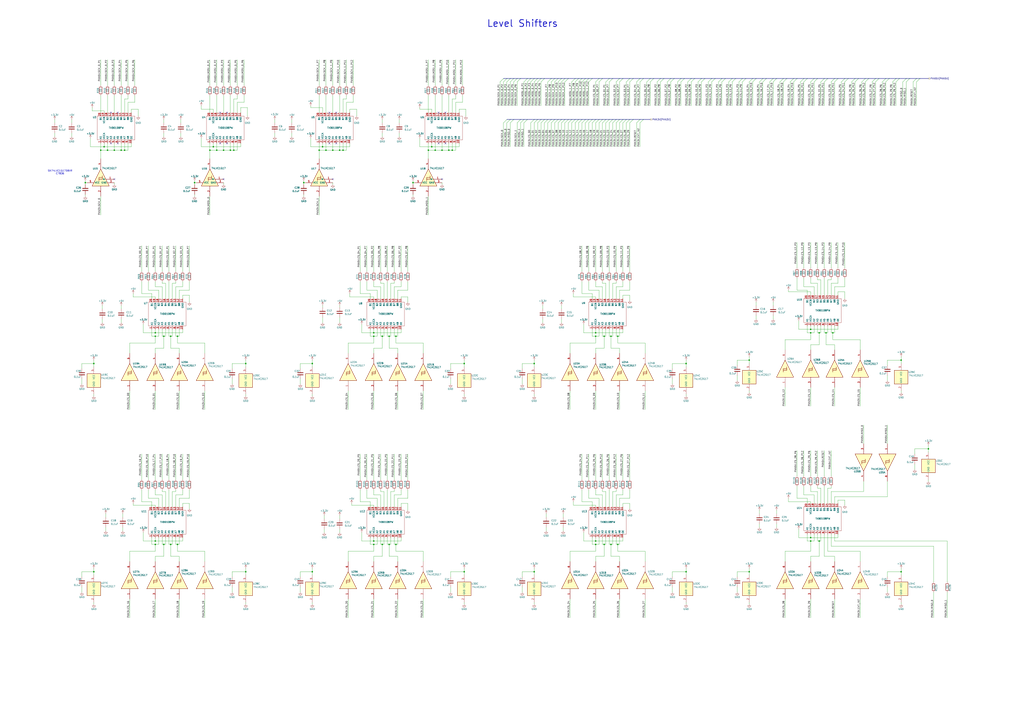
<source format=kicad_sch>
(kicad_sch (version 20231120) (generator "eeschema") (generator_version "8.0")
  (paper "User" 762 533.4)
  (title_block (title "12-12 Teensy G4.1 Arena Modular LED Display") (date "2024-12-23") (rev "v0.3") (company "IORodeo for Reiserlab @ Janelia"))
  (junction (at 603.25 245.11))
  (junction (at 619.76 247.65))
  (junction (at 278.13 250.19))
  (junction (at 614.68 247.65))
  (junction (at 278.13 405.13))
  (junction (at 459.74 250.19))
  (junction (at 443.23 250.19))
  (junction (at 77.47 109.22))
  (junction (at 670.56 425.45))
  (junction (at 284.48 405.13))
  (junction (at 242.57 111.76))
  (junction (at 307.34 135.89))
  (junction (at 182.88 270.51))
  (junction (at 609.6 247.65))
  (junction (at 397.51 425.45))
  (junction (at 328.93 111.76))
  (junction (at 156.21 111.76))
  (junction (at 182.88 425.45))
  (junction (at 278.13 402.59))
  (junction (at 284.48 250.19))
  (junction (at 557.53 267.97))
  (junction (at 603.25 247.65))
  (junction (at 670.56 267.97))
  (junction (at 323.85 111.76))
  (junction (at 132.08 405.13))
  (junction (at 132.08 250.19))
  (junction (at 345.44 425.45))
  (junction (at 166.37 111.76))
  (junction (at 171.45 111.76))
  (junction (at 173.99 111.76))
  (junction (at 255.27 111.76))
  (junction (at 247.65 111.76))
  (junction (at 252.73 111.76))
  (junction (at 232.41 270.51))
  (junction (at 294.64 405.13))
  (junction (at 459.74 405.13))
  (junction (at 289.56 250.19))
  (junction (at 443.23 247.65))
  (junction (at 232.41 425.45))
  (junction (at 397.51 270.51))
  (junction (at 449.58 405.13))
  (junction (at 115.57 247.65))
  (junction (at 90.17 111.76))
  (junction (at 121.92 250.19))
  (junction (at 336.55 111.76))
  (junction (at 454.66 250.19))
  (junction (at 345.44 270.51))
  (junction (at 318.77 111.76))
  (junction (at 69.85 425.45))
  (junction (at 121.92 405.13))
  (junction (at 237.49 111.76))
  (junction (at 240.03 109.22))
  (junction (at 161.29 111.76))
  (junction (at 278.13 247.65))
  (junction (at 603.25 402.59))
  (junction (at 144.78 135.89))
  (junction (at 127 405.13))
  (junction (at 321.31 109.22))
  (junction (at 226.06 135.89))
  (junction (at 690.88 334.01))
  (junction (at 454.66 405.13))
  (junction (at 289.56 405.13))
  (junction (at 69.85 270.51))
  (junction (at 334.01 111.76))
  (junction (at 80.01 111.76))
  (junction (at 443.23 402.59))
  (junction (at 127 250.19))
  (junction (at 603.25 400.05))
  (junction (at 74.93 111.76))
  (junction (at 115.57 250.19))
  (junction (at 294.64 250.19))
  (junction (at 510.54 270.51))
  (junction (at 63.5 135.89))
  (junction (at 92.71 111.76))
  (junction (at 158.75 109.22))
  (junction (at 85.09 111.76))
  (junction (at 115.57 402.59))
  (junction (at 510.54 425.45))
  (junction (at 557.53 425.45))
  (junction (at 443.23 405.13))
  (junction (at 609.6 402.59))
  (junction (at 115.57 405.13))
  (junction (at 449.58 250.19))
  (no_connect (at 163.83 83.82))
  (no_connect (at 85.09 133.35))
  (no_connect (at 326.39 83.82))
  (no_connect (at 250.19 106.68))
  (no_connect (at 163.83 106.68))
  (no_connect (at 168.91 106.68))
  (no_connect (at 331.47 83.82))
  (no_connect (at 326.39 106.68))
  (no_connect (at 87.63 106.68))
  (no_connect (at 82.55 83.82))
  (no_connect (at 166.37 133.35))
  (no_connect (at 247.65 133.35))
  (no_connect (at 245.11 83.82))
  (no_connect (at 331.47 106.68))
  (no_connect (at 82.55 106.68))
  (no_connect (at 168.91 83.82))
  (no_connect (at 250.19 83.82))
  (no_connect (at 245.11 106.68))
  (no_connect (at 328.93 133.35))
  (no_connect (at 87.63 83.82))
  (bus_entry (at 588.01 60.96) (size 2.54 -2.54))
  (bus_entry (at 422.91 91.44) (size 2.54 -2.54))
  (bus_entry (at 621.03 60.96) (size 2.54 -2.54))
  (bus_entry (at 544.83 60.96) (size 2.54 -2.54))
  (bus_entry (at 473.71 91.44) (size 2.54 -2.54))
  (bus_entry (at 425.45 91.44) (size 2.54 -2.54))
  (bus_entry (at 626.11 60.96) (size 2.54 -2.54))
  (bus_entry (at 455.93 91.44) (size 2.54 -2.54))
  (bus_entry (at 415.29 60.96) (size 2.54 -2.54))
  (bus_entry (at 400.05 91.44) (size 2.54 -2.54))
  (bus_entry (at 521.97 60.96) (size 2.54 -2.54))
  (bus_entry (at 468.63 91.44) (size 2.54 -2.54))
  (bus_entry (at 377.19 60.96) (size 2.54 -2.54))
  (bus_entry (at 506.73 60.96) (size 2.54 -2.54))
  (bus_entry (at 466.09 91.44) (size 2.54 -2.54))
  (bus_entry (at 430.53 60.96) (size 2.54 -2.54))
  (bus_entry (at 671.83 60.96) (size 2.54 -2.54))
  (bus_entry (at 417.83 60.96) (size 2.54 -2.54))
  (bus_entry (at 534.67 60.96) (size 2.54 -2.54))
  (bus_entry (at 453.39 60.96) (size 2.54 -2.54))
  (bus_entry (at 461.01 60.96) (size 2.54 -2.54))
  (bus_entry (at 613.41 60.96) (size 2.54 -2.54))
  (bus_entry (at 537.21 60.96) (size 2.54 -2.54))
  (bus_entry (at 420.37 91.44) (size 2.54 -2.54))
  (bus_entry (at 402.59 91.44) (size 2.54 -2.54))
  (bus_entry (at 443.23 91.44) (size 2.54 -2.54))
  (bus_entry (at 499.11 60.96) (size 2.54 -2.54))
  (bus_entry (at 427.99 60.96) (size 2.54 -2.54))
  (bus_entry (at 445.77 91.44) (size 2.54 -2.54))
  (bus_entry (at 582.93 60.96) (size 2.54 -2.54))
  (bus_entry (at 445.77 60.96) (size 2.54 -2.54))
  (bus_entry (at 440.69 91.44) (size 2.54 -2.54))
  (bus_entry (at 603.25 60.96) (size 2.54 -2.54))
  (bus_entry (at 458.47 60.96) (size 2.54 -2.54))
  (bus_entry (at 382.27 60.96) (size 2.54 -2.54))
  (bus_entry (at 392.43 60.96) (size 2.54 -2.54))
  (bus_entry (at 595.63 60.96) (size 2.54 -2.54))
  (bus_entry (at 379.73 60.96) (size 2.54 -2.54))
  (bus_entry (at 641.35 60.96) (size 2.54 -2.54))
  (bus_entry (at 598.17 60.96) (size 2.54 -2.54))
  (bus_entry (at 463.55 91.44) (size 2.54 -2.54))
  (bus_entry (at 412.75 60.96) (size 2.54 -2.54))
  (bus_entry (at 450.85 60.96) (size 2.54 -2.54))
  (bus_entry (at 394.97 60.96) (size 2.54 -2.54))
  (bus_entry (at 433.07 60.96) (size 2.54 -2.54))
  (bus_entry (at 450.85 91.44) (size 2.54 -2.54))
  (bus_entry (at 648.97 60.96) (size 2.54 -2.54))
  (bus_entry (at 430.53 91.44) (size 2.54 -2.54))
  (bus_entry (at 384.81 91.44) (size 2.54 -2.54))
  (bus_entry (at 496.57 60.96) (size 2.54 -2.54))
  (bus_entry (at 481.33 60.96) (size 2.54 -2.54))
  (bus_entry (at 394.97 91.44) (size 2.54 -2.54))
  (bus_entry (at 679.45 60.96) (size 2.54 -2.54))
  (bus_entry (at 435.61 91.44) (size 2.54 -2.54))
  (bus_entry (at 453.39 91.44) (size 2.54 -2.54))
  (bus_entry (at 389.89 60.96) (size 2.54 -2.54))
  (bus_entry (at 402.59 60.96) (size 2.54 -2.54))
  (bus_entry (at 427.99 91.44) (size 2.54 -2.54))
  (bus_entry (at 389.89 91.44) (size 2.54 -2.54))
  (bus_entry (at 405.13 91.44) (size 2.54 -2.54))
  (bus_entry (at 580.39 60.96) (size 2.54 -2.54))
  (bus_entry (at 610.87 60.96) (size 2.54 -2.54))
  (bus_entry (at 417.83 91.44) (size 2.54 -2.54))
  (bus_entry (at 448.31 91.44) (size 2.54 -2.54))
  (bus_entry (at 387.35 91.44) (size 2.54 -2.54))
  (bus_entry (at 466.09 60.96) (size 2.54 -2.54))
  (bus_entry (at 420.37 60.96) (size 2.54 -2.54))
  (bus_entry (at 410.21 60.96) (size 2.54 -2.54))
  (bus_entry (at 372.11 60.96) (size 2.54 -2.54))
  (bus_entry (at 643.89 60.96) (size 2.54 -2.54))
  (bus_entry (at 384.81 60.96) (size 2.54 -2.54))
  (bus_entry (at 519.43 60.96) (size 2.54 -2.54))
  (bus_entry (at 618.49 60.96) (size 2.54 -2.54))
  (bus_entry (at 476.25 60.96) (size 2.54 -2.54))
  (bus_entry (at 511.81 60.96) (size 2.54 -2.54))
  (bus_entry (at 575.31 60.96) (size 2.54 -2.54))
  (bus_entry (at 483.87 60.96) (size 2.54 -2.54))
  (bus_entry (at 504.19 60.96) (size 2.54 -2.54))
  (bus_entry (at 458.47 91.44) (size 2.54 -2.54))
  (bus_entry (at 377.19 91.44) (size 2.54 -2.54))
  (bus_entry (at 397.51 60.96) (size 2.54 -2.54))
  (bus_entry (at 651.51 60.96) (size 2.54 -2.54))
  (bus_entry (at 433.07 91.44) (size 2.54 -2.54))
  (bus_entry (at 435.61 60.96) (size 2.54 -2.54))
  (bus_entry (at 565.15 60.96) (size 2.54 -2.54))
  (bus_entry (at 674.37 60.96) (size 2.54 -2.54))
  (bus_entry (at 461.01 91.44) (size 2.54 -2.54))
  (bus_entry (at 557.53 60.96) (size 2.54 -2.54))
  (bus_entry (at 527.05 60.96) (size 2.54 -2.54))
  (bus_entry (at 443.23 60.96) (size 2.54 -2.54))
  (bus_entry (at 374.65 60.96) (size 2.54 -2.54))
  (bus_entry (at 379.73 91.44) (size 2.54 -2.54))
  (bus_entry (at 681.99 60.96) (size 2.54 -2.54))
  (bus_entry (at 397.51 91.44) (size 2.54 -2.54))
  (bus_entry (at 473.71 60.96) (size 2.54 -2.54))
  (bus_entry (at 407.67 60.96) (size 2.54 -2.54))
  (bus_entry (at 488.95 60.96) (size 2.54 -2.54))
  (bus_entry (at 514.35 60.96) (size 2.54 -2.54))
  (bus_entry (at 666.75 60.96) (size 2.54 -2.54))
  (bus_entry (at 468.63 60.96) (size 2.54 -2.54))
  (bus_entry (at 549.91 60.96) (size 2.54 -2.54))
  (bus_entry (at 659.13 60.96) (size 2.54 -2.54))
  (bus_entry (at 374.65 91.44) (size 2.54 -2.54))
  (bus_entry (at 438.15 91.44) (size 2.54 -2.54))
  (bus_entry (at 567.69 60.96) (size 2.54 -2.54))
  (bus_entry (at 633.73 60.96) (size 2.54 -2.54))
  (bus_entry (at 590.55 60.96) (size 2.54 -2.54))
  (bus_entry (at 476.25 91.44) (size 2.54 -2.54))
  (bus_entry (at 664.21 60.96) (size 2.54 -2.54))
  (bus_entry (at 572.77 60.96) (size 2.54 -2.54))
  (bus_entry (at 425.45 60.96) (size 2.54 -2.54))
  (bus_entry (at 605.79 60.96) (size 2.54 -2.54))
  (bus_entry (at 552.45 60.96) (size 2.54 -2.54))
  (bus_entry (at 628.65 60.96) (size 2.54 -2.54))
  (bus_entry (at 491.49 60.96) (size 2.54 -2.54))
  (bus_entry (at 410.21 91.44) (size 2.54 -2.54))
  (bus_entry (at 400.05 60.96) (size 2.54 -2.54))
  (bus_entry (at 412.75 91.44) (size 2.54 -2.54))
  (bus_entry (at 560.07 60.96) (size 2.54 -2.54))
  (bus_entry (at 438.15 60.96) (size 2.54 -2.54))
  (bus_entry (at 636.27 60.96) (size 2.54 -2.54))
  (bus_entry (at 529.59 60.96) (size 2.54 -2.54))
  (bus_entry (at 407.67 91.44) (size 2.54 -2.54))
  (bus_entry (at 542.29 60.96) (size 2.54 -2.54))
  (bus_entry (at 415.29 91.44) (size 2.54 -2.54))
  (bus_entry (at 656.59 60.96) (size 2.54 -2.54))
  (wire (pts (xy 295.91 400.05) (xy 295.91 405.13)))
  (wire (pts (xy 608.33 335.28) (xy 608.33 354.33)))
  (wire (pts (xy 133.35 215.9) (xy 140.97 215.9)))
  (wire (pts (xy 461.01 91.44) (xy 461.01 109.22)))
  (wire (pts (xy 534.67 60.96) (xy 534.67 78.74)))
  (wire (pts (xy 278.13 262.89) (xy 278.13 259.08)))
  (wire (pts (xy 77.47 106.68) (xy 77.47 109.22)))
  (wire (pts (xy 68.58 82.55) (xy 68.58 80.01)))
  (bus (pts (xy 420.37 58.42) (xy 422.91 58.42)))
  (wire (pts (xy 130.81 250.19) (xy 132.08 250.19)))
  (wire (pts (xy 312.42 109.22) (xy 321.31 109.22)))
  (wire (pts (xy 284.48 414.02) (xy 284.48 405.13)))
  (wire (pts (xy 603.25 397.51) (xy 603.25 400.05)))
  (bus (pts (xy 392.43 88.9) (xy 397.51 88.9)))
  (wire (pts (xy 448.31 365.76) (xy 450.85 365.76)))
  (wire (pts (xy 140.97 182.88) (xy 140.97 201.93)))
  (wire (pts (xy 120.65 337.82) (xy 120.65 356.87)))
  (wire (pts (xy 278.13 250.19) (xy 278.13 255.27)))
  (wire (pts (xy 67.31 102.87) (xy 67.31 109.22)))
  (wire (pts (xy 443.23 405.13) (xy 443.23 410.21)))
  (wire (pts (xy 410.21 60.96) (xy 410.21 78.74)))
  (wire (pts (xy 295.91 215.9) (xy 303.53 215.9)))
  (wire (pts (xy 132.08 405.13) (xy 132.08 410.21)))
  (wire (pts (xy 382.27 60.96) (xy 382.27 78.74)))
  (wire (pts (xy 278.13 337.82) (xy 278.13 356.87)))
  (wire (pts (xy 95.25 76.2) (xy 100.33 76.2)))
  (wire (pts (xy 293.37 245.11) (xy 293.37 250.19)))
  (wire (pts (xy 336.55 111.76) (xy 336.55 106.68)))
  (wire (pts (xy 448.31 182.88) (xy 448.31 201.93)))
  (wire (pts (xy 443.23 402.59) (xy 463.55 402.59)))
  (wire (pts (xy 156.21 44.45) (xy 156.21 63.5)))
  (bus (pts (xy 476.25 58.42) (xy 478.79 58.42)))
  (wire (pts (xy 120.65 365.76) (xy 123.19 365.76)))
  (wire (pts (xy 60.96 270.51) (xy 69.85 270.51)))
  (wire (pts (xy 598.17 368.3) (xy 605.79 368.3)))
  (wire (pts (xy 610.87 60.96) (xy 610.87 78.74)))
  (wire (pts (xy 613.41 247.65) (xy 614.68 247.65)))
  (wire (pts (xy 74.93 111.76) (xy 80.01 111.76)))
  (wire (pts (xy 110.49 182.88) (xy 110.49 201.93)))
  (wire (pts (xy 339.09 73.66) (xy 339.09 71.12)))
  (wire (pts (xy 334.01 111.76) (xy 334.01 106.68)))
  (bus (pts (xy 575.31 58.42) (xy 577.85 58.42)))
  (wire (pts (xy 120.65 213.36) (xy 120.65 222.25)))
  (wire (pts (xy 608.33 247.65) (xy 609.6 247.65)))
  (wire (pts (xy 125.73 182.88) (xy 125.73 201.93)))
  (wire (pts (xy 303.53 374.65) (xy 303.53 379.73)))
  (wire (pts (xy 217.17 88.9) (xy 217.17 91.44)))
  (wire (pts (xy 603.25 402.59) (xy 605.79 402.59)))
  (wire (pts (xy 105.41 218.44) (xy 105.41 209.55)))
  (wire (pts (xy 466.09 91.44) (xy 466.09 109.22)))
  (wire (pts (xy 232.41 422.91) (xy 232.41 425.45)))
  (wire (pts (xy 584.2 288.29) (xy 584.2 302.26)))
  (wire (pts (xy 450.85 210.82) (xy 450.85 222.25)))
  (bus (pts (xy 425.45 88.9) (xy 427.99 88.9)))
  (wire (pts (xy 110.49 370.84) (xy 118.11 370.84)))
  (wire (pts (xy 318.77 44.45) (xy 318.77 63.5)))
  (wire (pts (xy 63.5 134.62) (xy 63.5 135.89)))
  (wire (pts (xy 608.33 397.51) (xy 608.33 402.59)))
  (wire (pts (xy 323.85 111.76) (xy 328.93 111.76)))
  (wire (pts (xy 130.81 245.11) (xy 130.81 250.19)))
  (wire (pts (xy 85.09 71.12) (xy 85.09 83.82)))
  (wire (pts (xy 443.23 247.65) (xy 463.55 247.65)))
  (wire (pts (xy 443.23 400.05) (xy 443.23 402.59)))
  (wire (pts (xy 379.73 91.44) (xy 379.73 109.22)))
  (wire (pts (xy 265.43 81.28) (xy 265.43 86.36)))
  (wire (pts (xy 323.85 44.45) (xy 323.85 63.5)))
  (wire (pts (xy 96.52 290.83) (xy 96.52 304.8)))
  (wire (pts (xy 674.37 60.96) (xy 674.37 78.74)))
  (bus (pts (xy 552.45 58.42) (xy 554.99 58.42)))
  (bus (pts (xy 478.79 58.42) (xy 483.87 58.42)))
  (wire (pts (xy 458.47 210.82) (xy 458.47 209.55)))
  (bus (pts (xy 415.29 58.42) (xy 417.83 58.42)))
  (wire (pts (xy 659.13 60.96) (xy 659.13 78.74)))
  (wire (pts (xy 463.55 337.82) (xy 463.55 356.87)))
  (wire (pts (xy 594.36 393.7) (xy 594.36 400.05)))
  (bus (pts (xy 577.85 58.42) (xy 582.93 58.42)))
  (wire (pts (xy 463.55 213.36) (xy 463.55 209.55)))
  (wire (pts (xy 453.39 364.49) (xy 453.39 377.19)))
  (wire (pts (xy 120.65 405.13) (xy 121.92 405.13)))
  (wire (pts (xy 120.65 365.76) (xy 120.65 364.49)))
  (wire (pts (xy 278.13 405.13) (xy 278.13 410.21)))
  (wire (pts (xy 671.83 60.96) (xy 671.83 78.74)))
  (wire (pts (xy 176.53 44.45) (xy 176.53 63.5)))
  (wire (pts (xy 603.25 260.35) (xy 603.25 256.54)))
  (wire (pts (xy 231.14 109.22) (xy 240.03 109.22)))
  (wire (pts (xy 392.43 60.96) (xy 392.43 78.74)))
  (wire (pts (xy 289.56 259.08) (xy 295.91 259.08)))
  (wire (pts (xy 422.91 91.44) (xy 422.91 109.22)))
  (wire (pts (xy 247.65 71.12) (xy 247.65 83.82)))
  (wire (pts (xy 491.49 60.96) (xy 491.49 78.74)))
  (wire (pts (xy 278.13 259.08) (xy 284.48 259.08)))
  (bus (pts (xy 382.27 88.9) (xy 387.35 88.9)))
  (wire (pts (xy 134.62 99.06) (xy 134.62 101.6)))
  (wire (pts (xy 255.27 83.82) (xy 255.27 73.66)))
  (wire (pts (xy 435.61 91.44) (xy 435.61 109.22)))
  (wire (pts (xy 443.23 377.19) (xy 443.23 375.92)))
  (wire (pts (xy 598.17 180.34) (xy 598.17 199.39)))
  (wire (pts (xy 623.57 372.11) (xy 628.65 372.11)))
  (wire (pts (xy 92.71 83.82) (xy 92.71 73.66)))
  (wire (pts (xy 628.65 60.96) (xy 628.65 78.74)))
  (bus (pts (xy 463.55 58.42) (xy 468.63 58.42)))
  (wire (pts (xy 610.87 247.65) (xy 610.87 242.57)))
  (wire (pts (xy 448.31 210.82) (xy 450.85 210.82)))
  (wire (pts (xy 298.45 368.3) (xy 298.45 364.49)))
  (wire (pts (xy 473.71 60.96) (xy 473.71 78.74)))
  (wire (pts (xy 285.75 405.13) (xy 285.75 400.05)))
  (wire (pts (xy 140.97 370.84) (xy 140.97 364.49)))
  (wire (pts (xy 269.24 402.59) (xy 278.13 402.59)))
  (wire (pts (xy 424.18 445.77) (xy 424.18 459.74)))
  (wire (pts (xy 280.67 405.13) (xy 280.67 400.05)))
  (wire (pts (xy 283.21 210.82) (xy 285.75 210.82)))
  (wire (pts (xy 298.45 374.65) (xy 303.53 374.65)))
  (bus (pts (xy 615.95 58.42) (xy 621.03 58.42)))
  (wire (pts (xy 158.75 109.22) (xy 179.07 109.22)))
  (wire (pts (xy 450.85 365.76) (xy 450.85 377.19)))
  (wire (pts (xy 294.64 410.21) (xy 314.96 410.21)))
  (wire (pts (xy 275.59 222.25) (xy 275.59 218.44)))
  (wire (pts (xy 468.63 182.88) (xy 468.63 201.93)))
  (wire (pts (xy 242.57 111.76) (xy 247.65 111.76)))
  (wire (pts (xy 115.57 364.49) (xy 115.57 368.3)))
  (wire (pts (xy 600.71 219.71) (xy 600.71 215.9)))
  (wire (pts (xy 240.03 227.33) (xy 240.03 228.6)))
  (wire (pts (xy 640.08 410.21) (xy 640.08 417.83)))
  (wire (pts (xy 448.31 365.76) (xy 448.31 364.49)))
  (wire (pts (xy 314.96 255.27) (xy 314.96 262.89)))
  (wire (pts (xy 293.37 337.82) (xy 293.37 356.87)))
  (wire (pts (xy 130.81 405.13) (xy 132.08 405.13)))
  (wire (pts (xy 273.05 209.55) (xy 273.05 215.9)))
  (wire (pts (xy 397.51 425.45) (xy 397.51 427.99)))
  (wire (pts (xy 69.85 293.37) (xy 69.85 294.64)))
  (wire (pts (xy 397.51 91.44) (xy 397.51 109.22)))
  (wire (pts (xy 134.62 88.9) (xy 134.62 91.44)))
  (wire (pts (xy 135.89 245.11) (xy 135.89 247.65)))
  (wire (pts (xy 453.39 209.55) (xy 453.39 222.25)))
  (wire (pts (xy 455.93 210.82) (xy 458.47 210.82)))
  (wire (pts (xy 500.38 285.75) (xy 500.38 281.94)))
  (wire (pts (xy 179.07 80.01) (xy 184.15 80.01)))
  (bus (pts (xy 407.67 88.9) (xy 410.21 88.9)))
  (wire (pts (xy 252.73 227.33) (xy 252.73 228.6)))
  (bus (pts (xy 554.99 58.42) (xy 560.07 58.42)))
  (wire (pts (xy 565.15 389.89) (xy 565.15 392.43)))
  (wire (pts (xy 223.52 270.51) (xy 232.41 270.51)))
  (wire (pts (xy 426.72 220.98) (xy 426.72 218.44)))
  (wire (pts (xy 293.37 213.36) (xy 298.45 213.36)))
  (wire (pts (xy 476.25 91.44) (xy 476.25 109.22)))
  (wire (pts (xy 461.01 60.96) (xy 461.01 78.74)))
  (wire (pts (xy 100.33 76.2) (xy 100.33 71.12)))
  (wire (pts (xy 133.35 370.84) (xy 140.97 370.84)))
  (wire (pts (xy 255.27 73.66) (xy 257.81 73.66)))
  (wire (pts (xy 231.14 78.74) (xy 231.14 80.01)))
  (wire (pts (xy 565.15 379.73) (xy 565.15 382.27)))
  (wire (pts (xy 582.93 60.96) (xy 582.93 78.74)))
  (bus (pts (xy 600.71 58.42) (xy 605.79 58.42)))
  (wire (pts (xy 269.24 396.24) (xy 269.24 402.59)))
  (bus (pts (xy 560.07 58.42) (xy 562.61 58.42)))
  (wire (pts (xy 603.25 410.21) (xy 584.2 410.21)))
  (wire (pts (xy 125.73 400.05) (xy 125.73 405.13)))
  (wire (pts (xy 455.93 377.19) (xy 455.93 365.76)))
  (wire (pts (xy 115.57 247.65) (xy 135.89 247.65)))
  (wire (pts (xy 557.53 267.97) (xy 557.53 270.51)))
  (wire (pts (xy 549.91 60.96) (xy 549.91 78.74)))
  (bus (pts (xy 654.05 58.42) (xy 659.13 58.42)))
  (wire (pts (xy 328.93 137.16) (xy 328.93 135.89)))
  (wire (pts (xy 278.13 250.19) (xy 280.67 250.19)))
  (wire (pts (xy 419.1 392.43) (xy 419.1 394.97)))
  (wire (pts (xy 166.37 111.76) (xy 171.45 111.76)))
  (wire (pts (xy 294.64 250.19) (xy 294.64 255.27)))
  (bus (pts (xy 417.83 88.9) (xy 420.37 88.9)))
  (wire (pts (xy 288.29 245.11) (xy 288.29 250.19)))
  (wire (pts (xy 666.75 60.96) (xy 666.75 78.74)))
  (wire (pts (xy 69.85 270.51) (xy 69.85 273.05)))
  (wire (pts (xy 680.72 334.01) (xy 680.72 337.82)))
  (wire (pts (xy 323.85 71.12) (xy 323.85 83.82)))
  (wire (pts (xy 90.17 237.49) (xy 90.17 240.03)))
  (bus (pts (xy 377.19 58.42) (xy 379.73 58.42)))
  (bus (pts (xy 570.23 58.42) (xy 575.31 58.42)))
  (wire (pts (xy 135.89 374.65) (xy 140.97 374.65)))
  (wire (pts (xy 445.77 370.84) (xy 445.77 377.19)))
  (wire (pts (xy 298.45 220.98) (xy 303.53 220.98)))
  (wire (pts (xy 609.6 247.65) (xy 610.87 247.65)))
  (wire (pts (xy 293.37 405.13) (xy 294.64 405.13)))
  (wire (pts (xy 267.97 182.88) (xy 267.97 201.93)))
  (wire (pts (xy 278.13 209.55) (xy 278.13 213.36)))
  (wire (pts (xy 600.71 247.65) (xy 603.25 247.65)))
  (wire (pts (xy 318.77 106.68) (xy 318.77 111.76)))
  (wire (pts (xy 278.13 417.83) (xy 278.13 414.02)))
  (wire (pts (xy 118.11 370.84) (xy 118.11 377.19)))
  (wire (pts (xy 123.19 405.13) (xy 123.19 400.05)))
  (wire (pts (xy 389.89 91.44) (xy 389.89 109.22)))
  (wire (pts (xy 323.85 111.76) (xy 323.85 106.68)))
  (wire (pts (xy 600.71 215.9) (xy 593.09 215.9)))
  (wire (pts (xy 321.31 83.82) (xy 321.31 81.28)))
  (wire (pts (xy 593.09 215.9) (xy 593.09 207.01)))
  (wire (pts (xy 603.25 365.76) (xy 608.33 365.76)))
  (bus (pts (xy 661.67 58.42) (xy 666.75 58.42)))
  (wire (pts (xy 135.89 377.19) (xy 135.89 374.65)))
  (wire (pts (xy 307.34 134.62) (xy 307.34 135.89)))
  (wire (pts (xy 450.85 60.96) (xy 450.85 78.74)))
  (wire (pts (xy 519.43 60.96) (xy 519.43 78.74)))
  (wire (pts (xy 127 414.02) (xy 133.35 414.02)))
  (wire (pts (xy 115.57 337.82) (xy 115.57 356.87)))
  (wire (pts (xy 443.23 250.19) (xy 445.77 250.19)))
  (wire (pts (xy 461.01 377.19) (xy 461.01 370.84)))
  (bus (pts (xy 547.37 58.42) (xy 552.45 58.42)))
  (wire (pts (xy 433.07 218.44) (xy 433.07 209.55)))
  (wire (pts (xy 445.77 250.19) (xy 445.77 245.11)))
  (wire (pts (xy 85.09 44.45) (xy 85.09 63.5)))
  (wire (pts (xy 615.95 410.21) (xy 640.08 410.21)))
  (wire (pts (xy 660.4 267.97) (xy 670.56 267.97)))
  (wire (pts (xy 415.29 60.96) (xy 415.29 78.74)))
  (wire (pts (xy 172.72 425.45) (xy 182.88 425.45)))
  (wire (pts (xy 603.25 335.28) (xy 603.25 354.33)))
  (bus (pts (xy 394.97 58.42) (xy 397.51 58.42)))
  (wire (pts (xy 278.13 402.59) (xy 298.45 402.59)))
  (wire (pts (xy 130.81 400.05) (xy 130.81 405.13)))
  (wire (pts (xy 618.49 335.28) (xy 618.49 354.33)))
  (wire (pts (xy 298.45 222.25) (xy 298.45 220.98)))
  (wire (pts (xy 377.19 60.96) (xy 377.19 78.74)))
  (wire (pts (xy 468.63 219.71) (xy 468.63 223.52)))
  (wire (pts (xy 240.03 236.22) (xy 240.03 240.03)))
  (wire (pts (xy 529.59 60.96) (xy 529.59 78.74)))
  (wire (pts (xy 345.44 425.45) (xy 345.44 427.99)))
  (wire (pts (xy 648.97 60.96) (xy 648.97 78.74)))
  (wire (pts (xy 105.41 182.88) (xy 105.41 201.93)))
  (wire (pts (xy 610.87 402.59) (xy 610.87 397.51)))
  (wire (pts (xy 510.54 425.45) (xy 510.54 427.99)))
  (wire (pts (xy 120.65 210.82) (xy 123.19 210.82)))
  (wire (pts (xy 425.45 60.96) (xy 425.45 78.74)))
  (wire (pts (xy 443.23 245.11) (xy 443.23 247.65)))
  (wire (pts (xy 321.31 106.68) (xy 321.31 109.22)))
  (wire (pts (xy 458.47 245.11) (xy 458.47 250.19)))
  (wire (pts (xy 453.39 400.05) (xy 453.39 405.13)))
  (wire (pts (xy 115.57 405.13) (xy 115.57 410.21)))
  (wire (pts (xy 443.23 368.3) (xy 448.31 368.3)))
  (wire (pts (xy 443.23 250.19) (xy 443.23 255.27)))
  (wire (pts (xy 459.74 255.27) (xy 480.06 255.27)))
  (wire (pts (xy 463.55 182.88) (xy 463.55 201.93)))
  (wire (pts (xy 125.73 337.82) (xy 125.73 356.87)))
  (wire (pts (xy 90.17 227.33) (xy 90.17 229.87)))
  (wire (pts (xy 321.31 109.22) (xy 341.63 109.22)))
  (wire (pts (xy 172.72 270.51) (xy 172.72 274.32)))
  (wire (pts (xy 284.48 405.13) (xy 285.75 405.13)))
  (wire (pts (xy 255.27 111.76) (xy 257.81 111.76)))
  (wire (pts (xy 252.73 111.76) (xy 255.27 111.76)))
  (wire (pts (xy 619.76 247.65) (xy 621.03 247.65)))
  (wire (pts (xy 434.34 241.3) (xy 434.34 247.65)))
  (wire (pts (xy 453.39 182.88) (xy 453.39 201.93)))
  (bus (pts (xy 422.91 88.9) (xy 425.45 88.9)))
  (wire (pts (xy 438.15 182.88) (xy 438.15 201.93)))
  (wire (pts (xy 455.93 365.76) (xy 458.47 365.76)))
  (wire (pts (xy 97.79 83.82) (xy 97.79 81.28)))
  (bus (pts (xy 608.33 58.42) (xy 613.41 58.42)))
  (wire (pts (xy 623.57 219.71) (xy 623.57 217.17)))
  (wire (pts (xy 90.17 111.76) (xy 92.71 111.76)))
  (wire (pts (xy 595.63 60.96) (xy 595.63 78.74)))
  (wire (pts (xy 458.47 60.96) (xy 458.47 78.74)))
  (wire (pts (xy 85.09 111.76) (xy 85.09 106.68)))
  (wire (pts (xy 449.58 414.02) (xy 449.58 405.13)))
  (wire (pts (xy 161.29 44.45) (xy 161.29 63.5)))
  (bus (pts (xy 415.29 88.9) (xy 417.83 88.9)))
  (wire (pts (xy 267.97 218.44) (xy 267.97 209.55)))
  (wire (pts (xy 259.08 255.27) (xy 259.08 262.89)))
  (wire (pts (xy 182.88 267.97) (xy 182.88 270.51)))
  (wire (pts (xy 74.93 71.12) (xy 74.93 83.82)))
  (wire (pts (xy 433.07 91.44) (xy 433.07 109.22)))
  (wire (pts (xy 130.81 365.76) (xy 130.81 364.49)))
  (wire (pts (xy 176.53 73.66) (xy 176.53 71.12)))
  (wire (pts (xy 572.77 60.96) (xy 572.77 78.74)))
  (wire (pts (xy 463.55 222.25) (xy 463.55 219.71)))
  (wire (pts (xy 127 405.13) (xy 127 414.02)))
  (wire (pts (xy 458.47 182.88) (xy 458.47 201.93)))
  (wire (pts (xy 133.35 290.83) (xy 133.35 304.8)))
  (wire (pts (xy 60.96 425.45) (xy 69.85 425.45)))
  (wire (pts (xy 628.65 217.17) (xy 628.65 222.25)))
  (wire (pts (xy 560.07 60.96) (xy 560.07 78.74)))
  (wire (pts (xy 334.01 71.12) (xy 334.01 83.82)))
  (wire (pts (xy 387.35 91.44) (xy 387.35 109.22)))
  (wire (pts (xy 640.08 445.77) (xy 640.08 459.74)))
  (wire (pts (xy 463.55 91.44) (xy 463.55 109.22)))
  (wire (pts (xy 500.38 440.69) (xy 500.38 436.88)))
  (wire (pts (xy 280.67 250.19) (xy 280.67 245.11)))
  (wire (pts (xy 252.73 44.45) (xy 252.73 63.5)))
  (wire (pts (xy 430.53 91.44) (xy 430.53 109.22)))
  (wire (pts (xy 480.06 410.21) (xy 480.06 417.83)))
  (wire (pts (xy 603.25 445.77) (xy 603.25 459.74)))
  (bus (pts (xy 651.51 58.42) (xy 654.05 58.42)))
  (wire (pts (xy 614.68 247.65) (xy 614.68 256.54)))
  (wire (pts (xy 290.83 210.82) (xy 293.37 210.82)))
  (wire (pts (xy 115.57 414.02) (xy 121.92 414.02)))
  (wire (pts (xy 77.47 82.55) (xy 68.58 82.55)))
  (wire (pts (xy 454.66 250.19) (xy 454.66 259.08)))
  (wire (pts (xy 140.97 215.9) (xy 140.97 209.55)))
  (wire (pts (xy 237.49 146.05) (xy 237.49 160.02)))
  (wire (pts (xy 455.93 91.44) (xy 455.93 109.22)))
  (wire (pts (xy 92.71 111.76) (xy 92.71 106.68)))
  (wire (pts (xy 115.57 250.19) (xy 118.11 250.19)))
  (wire (pts (xy 458.47 222.25) (xy 458.47 213.36)))
  (wire (pts (xy 135.89 222.25) (xy 135.89 219.71)))
  (wire (pts (xy 443.23 255.27) (xy 424.18 255.27)))
  (wire (pts (xy 443.23 414.02) (xy 449.58 414.02)))
  (wire (pts (xy 283.21 213.36) (xy 283.21 222.25)))
  (wire (pts (xy 459.74 250.19) (xy 459.74 255.27)))
  (wire (pts (xy 125.73 209.55) (xy 125.73 222.25)))
  (wire (pts (xy 643.89 60.96) (xy 643.89 78.74)))
  (bus (pts (xy 435.61 88.9) (xy 438.15 88.9)))
  (wire (pts (xy 295.91 245.11) (xy 295.91 250.19)))
  (bus (pts (xy 445.77 58.42) (xy 448.31 58.42)))
  (wire (pts (xy 321.31 81.28) (xy 312.42 81.28)))
  (bus (pts (xy 674.37 58.42) (xy 676.91 58.42)))
  (bus (pts (xy 384.81 58.42) (xy 387.35 58.42)))
  (wire (pts (xy 397.51 270.51) (xy 397.51 273.05)))
  (wire (pts (xy 156.21 146.05) (xy 156.21 160.02)))
  (wire (pts (xy 307.34 144.78) (xy 307.34 146.05)))
  (wire (pts (xy 537.21 60.96) (xy 537.21 78.74)))
  (wire (pts (xy 603.25 256.54) (xy 609.6 256.54)))
  (bus (pts (xy 593.09 58.42) (xy 598.17 58.42)))
  (wire (pts (xy 261.62 375.92) (xy 261.62 374.65)))
  (wire (pts (xy 623.57 180.34) (xy 623.57 199.39)))
  (wire (pts (xy 298.45 377.19) (xy 298.45 374.65)))
  (wire (pts (xy 557.53 60.96) (xy 557.53 78.74)))
  (wire (pts (xy 318.77 111.76) (xy 323.85 111.76)))
  (wire (pts (xy 278.13 220.98) (xy 260.35 220.98)))
  (bus (pts (xy 499.11 58.42) (xy 501.65 58.42)))
  (wire (pts (xy 344.17 44.45) (xy 344.17 63.5)))
  (wire (pts (xy 335.28 285.75) (xy 335.28 281.94)))
  (wire (pts (xy 420.37 91.44) (xy 420.37 109.22)))
  (wire (pts (xy 278.13 400.05) (xy 278.13 402.59)))
  (wire (pts (xy 480.06 445.77) (xy 480.06 459.74)))
  (wire (pts (xy 427.99 91.44) (xy 427.99 109.22)))
  (wire (pts (xy 273.05 182.88) (xy 273.05 201.93)))
  (wire (pts (xy 438.15 337.82) (xy 438.15 356.87)))
  (wire (pts (xy 473.71 91.44) (xy 473.71 109.22)))
  (wire (pts (xy 603.25 180.34) (xy 603.25 199.39)))
  (wire (pts (xy 176.53 76.2) (xy 181.61 76.2)))
  (wire (pts (xy 608.33 363.22) (xy 610.87 363.22)))
  (wire (pts (xy 172.72 270.51) (xy 182.88 270.51)))
  (wire (pts (xy 128.27 365.76) (xy 130.81 365.76)))
  (wire (pts (xy 121.92 259.08) (xy 121.92 250.19)))
  (wire (pts (xy 115.57 182.88) (xy 115.57 201.93)))
  (wire (pts (xy 453.39 91.44) (xy 453.39 109.22)))
  (wire (pts (xy 618.49 365.76) (xy 642.62 365.76)))
  (wire (pts (xy 204.47 99.06) (xy 204.47 101.6)))
  (wire (pts (xy 96.52 255.27) (xy 96.52 262.89)))
  (bus (pts (xy 438.15 88.9) (xy 440.69 88.9)))
  (wire (pts (xy 80.01 111.76) (xy 85.09 111.76)))
  (wire (pts (xy 603.25 217.17) (xy 586.74 217.17)))
  (wire (pts (xy 434.34 247.65) (xy 443.23 247.65)))
  (wire (pts (xy 290.83 365.76) (xy 293.37 365.76)))
  (bus (pts (xy 410.21 58.42) (xy 412.75 58.42)))
  (wire (pts (xy 562.61 234.95) (xy 562.61 237.49)))
  (wire (pts (xy 63.5 135.89) (xy 64.77 135.89)))
  (wire (pts (xy 130.81 222.25) (xy 130.81 213.36)))
  (wire (pts (xy 255.27 111.76) (xy 255.27 106.68)))
  (wire (pts (xy 237.49 44.45) (xy 237.49 63.5)))
  (wire (pts (xy 461.01 290.83) (xy 461.01 304.8)))
  (bus (pts (xy 638.81 58.42) (xy 643.89 58.42)))
  (bus (pts (xy 643.89 58.42) (xy 646.43 58.42)))
  (wire (pts (xy 278.13 245.11) (xy 278.13 247.65)))
  (wire (pts (xy 443.23 220.98) (xy 426.72 220.98)))
  (wire (pts (xy 290.83 245.11) (xy 290.83 250.19)))
  (wire (pts (xy 448.31 405.13) (xy 449.58 405.13)))
  (wire (pts (xy 115.57 405.13) (xy 118.11 405.13)))
  (bus (pts (xy 529.59 58.42) (xy 532.13 58.42)))
  (wire (pts (xy 149.86 102.87) (xy 149.86 109.22)))
  (wire (pts (xy 608.33 208.28) (xy 610.87 208.28)))
  (wire (pts (xy 500.38 425.45) (xy 510.54 425.45)))
  (wire (pts (xy 128.27 400.05) (xy 128.27 405.13)))
  (wire (pts (xy 290.83 222.25) (xy 290.83 210.82)))
  (wire (pts (xy 318.77 146.05) (xy 318.77 160.02)))
  (wire (pts (xy 335.28 270.51) (xy 335.28 274.32)))
  (wire (pts (xy 278.13 368.3) (xy 283.21 368.3)))
  (wire (pts (xy 577.85 389.89) (xy 577.85 392.43)))
  (wire (pts (xy 443.23 91.44) (xy 443.23 109.22)))
  (wire (pts (xy 295.91 259.08) (xy 295.91 262.89)))
  (wire (pts (xy 483.87 60.96) (xy 483.87 78.74)))
  (wire (pts (xy 468.63 215.9) (xy 468.63 209.55)))
  (wire (pts (xy 226.06 135.89) (xy 226.06 137.16)))
  (wire (pts (xy 459.74 250.19) (xy 461.01 250.19)))
  (wire (pts (xy 548.64 267.97) (xy 548.64 271.78)))
  (wire (pts (xy 113.03 250.19) (xy 115.57 250.19)))
  (wire (pts (xy 252.73 236.22) (xy 252.73 240.03)))
  (wire (pts (xy 435.61 60.96) (xy 435.61 78.74)))
  (wire (pts (xy 182.88 448.31) (xy 182.88 449.58)))
  (wire (pts (xy 278.13 213.36) (xy 283.21 213.36)))
  (wire (pts (xy 133.35 445.77) (xy 133.35 459.74)))
  (wire (pts (xy 544.83 60.96) (xy 544.83 78.74)))
  (wire (pts (xy 621.03 213.36) (xy 628.65 213.36)))
  (wire (pts (xy 128.27 245.11) (xy 128.27 250.19)))
  (wire (pts (xy 303.53 370.84) (xy 303.53 364.49)))
  (bus (pts (xy 412.75 58.42) (xy 415.29 58.42)))
  (wire (pts (xy 242.57 111.76) (xy 242.57 106.68)))
  (wire (pts (xy 480.06 290.83) (xy 480.06 304.8)))
  (wire (pts (xy 278.13 405.13) (xy 280.67 405.13)))
  (wire (pts (xy 577.85 379.73) (xy 577.85 382.27)))
  (wire (pts (xy 603.25 417.83) (xy 603.25 414.02)))
  (wire (pts (xy 223.52 270.51) (xy 223.52 274.32)))
  (wire (pts (xy 434.34 402.59) (xy 443.23 402.59)))
  (wire (pts (xy 140.97 374.65) (xy 140.97 378.46)))
  (wire (pts (xy 242.57 71.12) (xy 242.57 83.82)))
  (wire (pts (xy 461.01 215.9) (xy 468.63 215.9)))
  (wire (pts (xy 257.81 111.76) (xy 257.81 106.68)))
  (bus (pts (xy 669.29 58.42) (xy 674.37 58.42)))
  (wire (pts (xy 410.21 91.44) (xy 410.21 109.22)))
  (wire (pts (xy 120.65 250.19) (xy 121.92 250.19)))
  (wire (pts (xy 275.59 218.44) (xy 267.97 218.44)))
  (wire (pts (xy 603.25 374.65) (xy 603.25 373.38)))
  (wire (pts (xy 288.29 250.19) (xy 289.56 250.19)))
  (wire (pts (xy 293.37 400.05) (xy 293.37 405.13)))
  (wire (pts (xy 120.65 245.11) (xy 120.65 250.19)))
  (wire (pts (xy 128.27 222.25) (xy 128.27 210.82)))
  (wire (pts (xy 158.75 81.28) (xy 149.86 81.28)))
  (wire (pts (xy 241.3 393.7) (xy 241.3 396.24)))
  (wire (pts (xy 615.95 242.57) (xy 615.95 247.65)))
  (wire (pts (xy 660.4 283.21) (xy 660.4 279.4)))
  (wire (pts (xy 670.56 267.97) (xy 670.56 270.51)))
  (wire (pts (xy 450.85 250.19) (xy 450.85 245.11)))
  (wire (pts (xy 312.42 81.28) (xy 312.42 80.01)))
  (wire (pts (xy 260.35 220.98) (xy 260.35 218.44)))
  (bus (pts (xy 412.75 88.9) (xy 415.29 88.9)))
  (wire (pts (xy 425.45 91.44) (xy 425.45 109.22)))
  (wire (pts (xy 289.56 250.19) (xy 290.83 250.19)))
  (wire (pts (xy 575.31 224.79) (xy 575.31 227.33)))
  (wire (pts (xy 621.03 219.71) (xy 621.03 213.36)))
  (wire (pts (xy 434.34 396.24) (xy 434.34 402.59)))
  (wire (pts (xy 586.74 217.17) (xy 586.74 215.9)))
  (wire (pts (xy 430.53 60.96) (xy 430.53 78.74)))
  (wire (pts (xy 557.53 422.91) (xy 557.53 425.45)))
  (wire (pts (xy 388.62 440.69) (xy 388.62 436.88)))
  (wire (pts (xy 448.31 337.82) (xy 448.31 356.87)))
  (wire (pts (xy 448.31 400.05) (xy 448.31 405.13)))
  (wire (pts (xy 384.81 60.96) (xy 384.81 78.74)))
  (wire (pts (xy 463.55 377.19) (xy 463.55 374.65)))
  (bus (pts (xy 427.99 58.42) (xy 430.53 58.42)))
  (wire (pts (xy 115.57 375.92) (xy 99.06 375.92)))
  (wire (pts (xy 181.61 76.2) (xy 181.61 71.12)))
  (wire (pts (xy 433.07 337.82) (xy 433.07 356.87)))
  (wire (pts (xy 288.29 400.05) (xy 288.29 405.13)))
  (wire (pts (xy 240.03 106.68) (xy 240.03 109.22)))
  (wire (pts (xy 448.31 245.11) (xy 448.31 250.19)))
  (wire (pts (xy 63.5 144.78) (xy 63.5 146.05)))
  (bus (pts (xy 471.17 88.9) (xy 476.25 88.9)))
  (wire (pts (xy 113.03 400.05) (xy 113.03 405.13)))
  (wire (pts (xy 125.73 364.49) (xy 125.73 377.19)))
  (bus (pts (xy 422.91 58.42) (xy 427.99 58.42)))
  (wire (pts (xy 288.29 337.82) (xy 288.29 356.87)))
  (wire (pts (xy 407.67 91.44) (xy 407.67 109.22)))
  (wire (pts (xy 232.41 267.97) (xy 232.41 270.51)))
  (bus (pts (xy 400.05 88.9) (xy 402.59 88.9)))
  (wire (pts (xy 443.23 209.55) (xy 443.23 213.36)))
  (wire (pts (xy 173.99 73.66) (xy 176.53 73.66)))
  (wire (pts (xy 433.07 60.96) (xy 433.07 78.74)))
  (wire (pts (xy 557.53 448.31) (xy 557.53 449.58)))
  (bus (pts (xy 666.75 58.42) (xy 669.29 58.42)))
  (wire (pts (xy 204.47 88.9) (xy 204.47 91.44)))
  (wire (pts (xy 130.81 377.19) (xy 130.81 368.3)))
  (wire (pts (xy 285.75 210.82) (xy 285.75 222.25)))
  (wire (pts (xy 443.23 60.96) (xy 443.23 78.74)))
  (bus (pts (xy 524.51 58.42) (xy 529.59 58.42)))
  (wire (pts (xy 603.25 247.65) (xy 603.25 252.73)))
  (wire (pts (xy 95.25 73.66) (xy 95.25 71.12)))
  (wire (pts (xy 294.64 405.13) (xy 295.91 405.13)))
  (bus (pts (xy 389.89 88.9) (xy 392.43 88.9)))
  (wire (pts (xy 113.03 245.11) (xy 113.03 250.19)))
  (wire (pts (xy 609.6 256.54) (xy 609.6 247.65)))
  (wire (pts (xy 605.79 213.36) (xy 605.79 219.71)))
  (wire (pts (xy 610.87 208.28) (xy 610.87 219.71)))
  (wire (pts (xy 283.21 337.82) (xy 283.21 356.87)))
  (wire (pts (xy 598.17 60.96) (xy 598.17 78.74)))
  (wire (pts (xy 468.63 337.82) (xy 468.63 356.87)))
  (bus (pts (xy 402.59 58.42) (xy 405.13 58.42)))
  (wire (pts (xy 628.65 180.34) (xy 628.65 199.39)))
  (wire (pts (xy 267.97 337.82) (xy 267.97 356.87)))
  (wire (pts (xy 298.45 182.88) (xy 298.45 201.93)))
  (wire (pts (xy 257.81 73.66) (xy 257.81 71.12)))
  (wire (pts (xy 125.73 405.13) (xy 127 405.13)))
  (wire (pts (xy 680.72 334.01) (xy 690.88 334.01)))
  (wire (pts (xy 295.91 377.19) (xy 295.91 370.84)))
  (wire (pts (xy 132.08 250.19) (xy 132.08 255.27)))
  (wire (pts (xy 466.09 60.96) (xy 466.09 78.74)))
  (wire (pts (xy 226.06 144.78) (xy 226.06 146.05)))
  (wire (pts (xy 135.89 368.3) (xy 135.89 364.49)))
  (wire (pts (xy 158.75 81.28) (xy 158.75 83.82)))
  (wire (pts (xy 615.95 397.51) (xy 615.95 410.21)))
  (wire (pts (xy 514.35 60.96) (xy 514.35 78.74)))
  (bus (pts (xy 544.83 58.42) (xy 547.37 58.42)))
  (wire (pts (xy 548.64 267.97) (xy 557.53 267.97)))
  (bus (pts (xy 562.61 58.42) (xy 567.69 58.42)))
  (wire (pts (xy 95.25 44.45) (xy 95.25 63.5)))
  (wire (pts (xy 240.03 80.01) (xy 231.14 80.01)))
  (wire (pts (xy 74.93 44.45) (xy 74.93 63.5)))
  (wire (pts (xy 615.95 208.28) (xy 618.49 208.28)))
  (wire (pts (xy 156.21 111.76) (xy 161.29 111.76)))
  (wire (pts (xy 184.15 80.01) (xy 184.15 86.36)))
  (wire (pts (xy 278.13 375.92) (xy 261.62 375.92)))
  (wire (pts (xy 133.35 377.19) (xy 133.35 370.84)))
  (wire (pts (xy 344.17 76.2) (xy 344.17 71.12)))
  (wire (pts (xy 128.27 377.19) (xy 128.27 365.76)))
  (wire (pts (xy 463.55 374.65) (xy 468.63 374.65)))
  (wire (pts (xy 237.49 106.68) (xy 237.49 111.76)))
  (wire (pts (xy 603.25 210.82) (xy 608.33 210.82)))
  (wire (pts (xy 182.88 422.91) (xy 182.88 425.45)))
  (wire (pts (xy 132.08 255.27) (xy 152.4 255.27)))
  (wire (pts (xy 260.35 106.68) (xy 260.35 109.22)))
  (wire (pts (xy 557.53 425.45) (xy 557.53 427.99)))
  (wire (pts (xy 105.41 337.82) (xy 105.41 356.87)))
  (bus (pts (xy 397.51 88.9) (xy 400.05 88.9)))
  (wire (pts (xy 91.44 382.27) (xy 91.44 384.81)))
  (wire (pts (xy 171.45 71.12) (xy 171.45 83.82)))
  (wire (pts (xy 115.57 259.08) (xy 121.92 259.08)))
  (wire (pts (xy 463.55 400.05) (xy 463.55 402.59)))
  (wire (pts (xy 161.29 111.76) (xy 166.37 111.76)))
  (wire (pts (xy 450.85 405.13) (xy 450.85 400.05)))
  (wire (pts (xy 106.68 402.59) (xy 115.57 402.59)))
  (wire (pts (xy 613.41 414.02) (xy 621.03 414.02)))
  (wire (pts (xy 510.54 270.51) (xy 510.54 273.05)))
  (wire (pts (xy 295.91 222.25) (xy 295.91 215.9)))
  (wire (pts (xy 156.21 71.12) (xy 156.21 83.82)))
  (wire (pts (xy 120.65 210.82) (xy 120.65 209.55)))
  (wire (pts (xy 115.57 445.77) (xy 115.57 459.74)))
  (wire (pts (xy 603.25 252.73) (xy 584.2 252.73)))
  (wire (pts (xy 121.92 250.19) (xy 123.19 250.19)))
  (wire (pts (xy 608.33 210.82) (xy 608.33 219.71)))
  (wire (pts (xy 152.4 290.83) (xy 152.4 304.8)))
  (wire (pts (xy 593.09 180.34) (xy 593.09 199.39)))
  (wire (pts (xy 90.17 71.12) (xy 90.17 83.82)))
  (wire (pts (xy 92.71 73.66) (xy 95.25 73.66)))
  (bus (pts (xy 400.05 58.42) (xy 402.59 58.42)))
  (wire (pts (xy 303.53 337.82) (xy 303.53 356.87)))
  (wire (pts (xy 144.78 135.89) (xy 144.78 137.16)))
  (wire (pts (xy 314.96 445.77) (xy 314.96 459.74)))
  (wire (pts (xy 453.39 60.96) (xy 453.39 78.74)))
  (wire (pts (xy 603.25 288.29) (xy 603.25 302.26)))
  (wire (pts (xy 598.17 207.01) (xy 598.17 213.36)))
  (bus (pts (xy 539.75 58.42) (xy 544.83 58.42)))
  (wire (pts (xy 69.85 267.97) (xy 69.85 270.51)))
  (wire (pts (xy 173.99 111.76) (xy 173.99 106.68)))
  (wire (pts (xy 133.35 259.08) (xy 133.35 262.89)))
  (wire (pts (xy 623.57 374.65) (xy 623.57 372.11)))
  (wire (pts (xy 346.71 81.28) (xy 346.71 86.36)))
  (wire (pts (xy 458.47 377.19) (xy 458.47 368.3)))
  (wire (pts (xy 499.11 60.96) (xy 499.11 78.74)))
  (wire (pts (xy 113.03 405.13) (xy 115.57 405.13)))
  (bus (pts (xy 448.31 58.42) (xy 453.39 58.42)))
  (wire (pts (xy 293.37 365.76) (xy 293.37 364.49)))
  (bus (pts (xy 405.13 58.42) (xy 410.21 58.42)))
  (wire (pts (xy 417.83 237.49) (xy 417.83 240.03)))
  (wire (pts (xy 130.81 368.3) (xy 135.89 368.3)))
  (wire (pts (xy 237.49 111.76) (xy 242.57 111.76)))
  (wire (pts (xy 461.01 445.77) (xy 461.01 459.74)))
  (wire (pts (xy 345.44 267.97) (xy 345.44 270.51)))
  (wire (pts (xy 618.49 242.57) (xy 618.49 247.65)))
  (wire (pts (xy 603.25 414.02) (xy 609.6 414.02)))
  (wire (pts (xy 504.19 60.96) (xy 504.19 78.74)))
  (bus (pts (xy 623.57 58.42) (xy 628.65 58.42)))
  (wire (pts (xy 293.37 368.3) (xy 298.45 368.3)))
  (bus (pts (xy 430.53 88.9) (xy 433.07 88.9)))
  (wire (pts (xy 293.37 210.82) (xy 293.37 209.55)))
  (bus (pts (xy 598.17 58.42) (xy 600.71 58.42)))
  (wire (pts (xy 618.49 247.65) (xy 619.76 247.65)))
  (wire (pts (xy 603.25 361.95) (xy 603.25 365.76)))
  (wire (pts (xy 510.54 267.97) (xy 510.54 270.51)))
  (wire (pts (xy 96.52 445.77) (xy 96.52 459.74)))
  (wire (pts (xy 341.63 106.68) (xy 341.63 109.22)))
  (wire (pts (xy 237.49 71.12) (xy 237.49 83.82)))
  (wire (pts (xy 80.01 44.45) (xy 80.01 63.5)))
  (wire (pts (xy 614.68 256.54) (xy 621.03 256.54)))
  (wire (pts (xy 600.71 374.65) (xy 600.71 370.84)))
  (wire (pts (xy 275.59 373.38) (xy 267.97 373.38)))
  (bus (pts (xy 382.27 58.42) (xy 384.81 58.42)))
  (wire (pts (xy 106.68 247.65) (xy 115.57 247.65)))
  (wire (pts (xy 259.08 410.21) (xy 259.08 417.83)))
  (bus (pts (xy 621.03 58.42) (xy 623.57 58.42)))
  (wire (pts (xy 500.38 270.51) (xy 510.54 270.51)))
  (wire (pts (xy 115.57 410.21) (xy 96.52 410.21)))
  (wire (pts (xy 118.11 215.9) (xy 118.11 222.25)))
  (wire (pts (xy 463.55 219.71) (xy 468.63 219.71)))
  (wire (pts (xy 618.49 60.96) (xy 618.49 78.74)))
  (wire (pts (xy 621.03 374.65) (xy 621.03 369.57)))
  (wire (pts (xy 618.49 406.4) (xy 694.69 406.4)))
  (wire (pts (xy 95.25 83.82) (xy 95.25 76.2)))
  (wire (pts (xy 128.27 210.82) (xy 130.81 210.82)))
  (wire (pts (xy 388.62 270.51) (xy 397.51 270.51)))
  (wire (pts (xy 584.2 410.21) (xy 584.2 417.83)))
  (wire (pts (xy 115.57 402.59) (xy 135.89 402.59)))
  (wire (pts (xy 125.73 250.19) (xy 127 250.19)))
  (wire (pts (xy 133.35 222.25) (xy 133.35 215.9)))
  (wire (pts (xy 76.2 227.33) (xy 76.2 229.87)))
  (wire (pts (xy 121.92 405.13) (xy 123.19 405.13)))
  (wire (pts (xy 53.34 88.9) (xy 53.34 91.44)))
  (wire (pts (xy 182.88 270.51) (xy 182.88 273.05)))
  (wire (pts (xy 223.52 425.45) (xy 223.52 429.26)))
  (bus (pts (xy 514.35 58.42) (xy 516.89 58.42)))
  (wire (pts (xy 293.37 182.88) (xy 293.37 201.93)))
  (wire (pts (xy 158.75 106.68) (xy 158.75 109.22)))
  (wire (pts (xy 458.47 365.76) (xy 458.47 364.49)))
  (wire (pts (xy 60.96 270.51) (xy 60.96 274.32)))
  (wire (pts (xy 121.92 99.06) (xy 121.92 101.6)))
  (wire (pts (xy 260.35 81.28) (xy 265.43 81.28)))
  (wire (pts (xy 458.47 337.82) (xy 458.47 356.87)))
  (wire (pts (xy 63.5 135.89) (xy 63.5 137.16)))
  (wire (pts (xy 651.51 60.96) (xy 651.51 78.74)))
  (bus (pts (xy 466.09 88.9) (xy 468.63 88.9)))
  (bus (pts (xy 402.59 88.9) (xy 405.13 88.9)))
  (wire (pts (xy 293.37 377.19) (xy 293.37 368.3)))
  (wire (pts (xy 461.01 400.05) (xy 461.01 405.13)))
  (wire (pts (xy 433.07 373.38) (xy 433.07 364.49)))
  (wire (pts (xy 152.4 410.21) (xy 152.4 417.83)))
  (wire (pts (xy 590.55 60.96) (xy 590.55 78.74)))
  (wire (pts (xy 618.49 180.34) (xy 618.49 199.39)))
  (wire (pts (xy 603.25 207.01) (xy 603.25 210.82)))
  (wire (pts (xy 118.11 250.19) (xy 118.11 245.11)))
  (wire (pts (xy 598.17 213.36) (xy 605.79 213.36)))
  (wire (pts (xy 548.64 440.69) (xy 548.64 436.88)))
  (wire (pts (xy 99.06 220.98) (xy 99.06 218.44)))
  (wire (pts (xy 92.71 111.76) (xy 95.25 111.76)))
  (wire (pts (xy 295.91 414.02) (xy 295.91 417.83)))
  (wire (pts (xy 600.71 402.59) (xy 603.25 402.59)))
  (wire (pts (xy 80.01 111.76) (xy 80.01 106.68)))
  (wire (pts (xy 548.64 425.45) (xy 548.64 429.26)))
  (bus (pts (xy 537.21 58.42) (xy 539.75 58.42)))
  (wire (pts (xy 283.21 405.13) (xy 284.48 405.13)))
  (wire (pts (xy 618.49 210.82) (xy 623.57 210.82)))
  (wire (pts (xy 454.66 250.19) (xy 455.93 250.19)))
  (wire (pts (xy 328.93 71.12) (xy 328.93 83.82)))
  (wire (pts (xy 626.11 60.96) (xy 626.11 78.74)))
  (wire (pts (xy 294.64 255.27) (xy 314.96 255.27)))
  (wire (pts (xy 445.77 60.96) (xy 445.77 78.74)))
  (wire (pts (xy 289.56 405.13) (xy 290.83 405.13)))
  (wire (pts (xy 438.15 60.96) (xy 438.15 78.74)))
  (wire (pts (xy 377.19 91.44) (xy 377.19 109.22)))
  (wire (pts (xy 100.33 44.45) (xy 100.33 63.5)))
  (bus (pts (xy 463.55 88.9) (xy 466.09 88.9)))
  (wire (pts (xy 257.81 44.45) (xy 257.81 63.5)))
  (wire (pts (xy 226.06 134.62) (xy 226.06 135.89)))
  (wire (pts (xy 586.74 373.38) (xy 586.74 370.84)))
  (wire (pts (xy 152.4 255.27) (xy 152.4 262.89)))
  (wire (pts (xy 594.36 238.76) (xy 594.36 245.11)))
  (wire (pts (xy 278.13 182.88) (xy 278.13 201.93)))
  (wire (pts (xy 135.89 219.71) (xy 140.97 219.71)))
  (wire (pts (xy 307.34 135.89) (xy 308.61 135.89)))
  (wire (pts (xy 257.81 83.82) (xy 257.81 76.2)))
  (wire (pts (xy 69.85 448.31) (xy 69.85 449.58)))
  (wire (pts (xy 619.76 247.65) (xy 619.76 252.73)))
  (bus (pts (xy 582.93 58.42) (xy 585.47 58.42)))
  (wire (pts (xy 500.38 270.51) (xy 500.38 274.32)))
  (wire (pts (xy 77.47 83.82) (xy 77.47 82.55)))
  (wire (pts (xy 336.55 111.76) (xy 339.09 111.76)))
  (wire (pts (xy 613.41 335.28) (xy 613.41 354.33)))
  (wire (pts (xy 443.23 182.88) (xy 443.23 201.93)))
  (wire (pts (xy 284.48 88.9) (xy 284.48 91.44)))
  (wire (pts (xy 298.45 400.05) (xy 298.45 402.59)))
  (wire (pts (xy 172.72 285.75) (xy 172.72 281.94)))
  (wire (pts (xy 438.15 364.49) (xy 438.15 370.84)))
  (wire (pts (xy 440.69 250.19) (xy 443.23 250.19)))
  (wire (pts (xy 90.17 111.76) (xy 90.17 106.68)))
  (wire (pts (xy 613.41 180.34) (xy 613.41 199.39)))
  (wire (pts (xy 105.41 373.38) (xy 105.41 364.49)))
  (wire (pts (xy 448.31 250.19) (xy 449.58 250.19)))
  (bus (pts (xy 410.21 88.9) (xy 412.75 88.9)))
  (wire (pts (xy 600.71 397.51) (xy 600.71 402.59)))
  (wire (pts (xy 341.63 81.28) (xy 346.71 81.28)))
  (wire (pts (xy 681.99 60.96) (xy 681.99 78.74)))
  (wire (pts (xy 412.75 60.96) (xy 412.75 78.74)))
  (wire (pts (xy 679.45 60.96) (xy 679.45 78.74)))
  (wire (pts (xy 298.45 337.82) (xy 298.45 356.87)))
  (wire (pts (xy 295.91 445.77) (xy 295.91 459.74)))
  (wire (pts (xy 336.55 73.66) (xy 339.09 73.66)))
  (wire (pts (xy 454.66 405.13) (xy 455.93 405.13)))
  (wire (pts (xy 283.21 182.88) (xy 283.21 201.93)))
  (wire (pts (xy 594.36 245.11) (xy 603.25 245.11)))
  (wire (pts (xy 173.99 83.82) (xy 173.99 73.66)))
  (wire (pts (xy 618.49 397.51) (xy 618.49 406.4)))
  (wire (pts (xy 130.81 337.82) (xy 130.81 356.87)))
  (wire (pts (xy 419.1 382.27) (xy 419.1 384.81)))
  (wire (pts (xy 690.88 334.01) (xy 690.88 336.55)))
  (wire (pts (xy 443.23 337.82) (xy 443.23 356.87)))
  (wire (pts (xy 113.03 373.38) (xy 105.41 373.38)))
  (bus (pts (xy 491.49 58.42) (xy 494.03 58.42)))
  (wire (pts (xy 60.96 440.69) (xy 60.96 436.88)))
  (wire (pts (xy 468.63 60.96) (xy 468.63 78.74)))
  (wire (pts (xy 613.41 207.01) (xy 613.41 219.71)))
  (wire (pts (xy 102.87 81.28) (xy 102.87 86.36)))
  (wire (pts (xy 557.53 265.43) (xy 557.53 267.97)))
  (wire (pts (xy 510.54 293.37) (xy 510.54 294.64)))
  (wire (pts (xy 74.93 106.68) (xy 74.93 111.76)))
  (bus (pts (xy 676.91 58.42) (xy 681.99 58.42)))
  (bus (pts (xy 483.87 58.42) (xy 486.41 58.42)))
  (wire (pts (xy 609.6 414.02) (xy 609.6 402.59)))
  (wire (pts (xy 289.56 405.13) (xy 289.56 414.02)))
  (wire (pts (xy 312.42 102.87) (xy 312.42 109.22)))
  (wire (pts (xy 670.56 448.31) (xy 670.56 449.58)))
  (wire (pts (xy 140.97 219.71) (xy 140.97 224.79)))
  (wire (pts (xy 445.77 91.44) (xy 445.77 109.22)))
  (wire (pts (xy 278.13 364.49) (xy 278.13 368.3)))
  (wire (pts (xy 133.35 400.05) (xy 133.35 405.13)))
  (wire (pts (xy 166.37 71.12) (xy 166.37 83.82)))
  (wire (pts (xy 660.4 425.45) (xy 660.4 429.26)))
  (wire (pts (xy 455.93 222.25) (xy 455.93 210.82)))
  (wire (pts (xy 438.15 91.44) (xy 438.15 109.22)))
  (wire (pts (xy 440.69 218.44) (xy 433.07 218.44)))
  (wire (pts (xy 172.72 425.45) (xy 172.72 429.26)))
  (bus (pts (xy 438.15 58.42) (xy 440.69 58.42)))
  (wire (pts (xy 664.21 60.96) (xy 664.21 78.74)))
  (wire (pts (xy 598.17 361.95) (xy 598.17 368.3)))
  (wire (pts (xy 339.09 83.82) (xy 339.09 76.2)))
  (wire (pts (xy 603.25 245.11) (xy 623.57 245.11)))
  (wire (pts (xy 293.37 222.25) (xy 293.37 213.36)))
  (wire (pts (xy 603.25 400.05) (xy 623.57 400.05)))
  (bus (pts (xy 458.47 88.9) (xy 461.01 88.9)))
  (wire (pts (xy 118.11 405.13) (xy 118.11 400.05)))
  (bus (pts (xy 681.99 58.42) (xy 684.53 58.42)))
  (wire (pts (xy 284.48 250.19) (xy 285.75 250.19)))
  (wire (pts (xy 77.47 109.22) (xy 97.79 109.22)))
  (wire (pts (xy 303.53 182.88) (xy 303.53 201.93)))
  (wire (pts (xy 450.85 91.44) (xy 450.85 109.22)))
  (bus (pts (xy 501.65 58.42) (xy 506.73 58.42)))
  (wire (pts (xy 388.62 285.75) (xy 388.62 281.94)))
  (wire (pts (xy 660.4 425.45) (xy 670.56 425.45)))
  (wire (pts (xy 288.29 364.49) (xy 288.29 377.19)))
  (wire (pts (xy 74.93 146.05) (xy 74.93 160.02)))
  (wire (pts (xy 443.23 222.25) (xy 443.23 220.98)))
  (wire (pts (xy 252.73 393.7) (xy 252.73 396.24)))
  (wire (pts (xy 240.03 80.01) (xy 240.03 83.82)))
  (wire (pts (xy 463.55 368.3) (xy 463.55 364.49)))
  (wire (pts (xy 152.4 445.77) (xy 152.4 459.74)))
  (wire (pts (xy 161.29 111.76) (xy 161.29 106.68)))
  (wire (pts (xy 85.09 111.76) (xy 90.17 111.76)))
  (wire (pts (xy 298.45 245.11) (xy 298.45 247.65)))
  (wire (pts (xy 288.29 209.55) (xy 288.29 222.25)))
  (wire (pts (xy 407.67 60.96) (xy 407.67 78.74)))
  (wire (pts (xy 440.69 245.11) (xy 440.69 250.19)))
  (wire (pts (xy 642.62 330.2) (xy 642.62 316.23)))
  (wire (pts (xy 237.49 111.76) (xy 237.49 118.11)))
  (wire (pts (xy 293.37 250.19) (xy 294.64 250.19)))
  (wire (pts (xy 443.23 262.89) (xy 443.23 259.08)))
  (wire (pts (xy 328.93 111.76) (xy 334.01 111.76)))
  (wire (pts (xy 438.15 209.55) (xy 438.15 215.9)))
  (wire (pts (xy 273.05 337.82) (xy 273.05 356.87)))
  (wire (pts (xy 144.78 134.62) (xy 144.78 135.89)))
  (bus (pts (xy 427.99 88.9) (xy 430.53 88.9)))
  (wire (pts (xy 424.18 410.21) (xy 424.18 417.83)))
  (bus (pts (xy 476.25 88.9) (xy 478.79 88.9)))
  (bus (pts (xy 494.03 58.42) (xy 499.11 58.42)))
  (bus (pts (xy 430.53 58.42) (xy 433.07 58.42)))
  (wire (pts (xy 273.05 215.9) (xy 280.67 215.9)))
  (wire (pts (xy 621.03 402.59) (xy 704.85 402.59)))
  (wire (pts (xy 454.66 414.02) (xy 461.01 414.02)))
  (wire (pts (xy 335.28 425.45) (xy 345.44 425.45)))
  (bus (pts (xy 585.47 58.42) (xy 590.55 58.42)))
  (wire (pts (xy 603.25 219.71) (xy 603.25 217.17)))
  (wire (pts (xy 297.18 99.06) (xy 297.18 101.6)))
  (wire (pts (xy 621.03 397.51) (xy 621.03 402.59)))
  (wire (pts (xy 608.33 242.57) (xy 608.33 247.65)))
  (wire (pts (xy 182.88 425.45) (xy 182.88 427.99)))
  (wire (pts (xy 443.23 259.08) (xy 449.58 259.08)))
  (wire (pts (xy 283.21 210.82) (xy 283.21 209.55)))
  (wire (pts (xy 127 259.08) (xy 133.35 259.08)))
  (wire (pts (xy 552.45 60.96) (xy 552.45 78.74)))
  (bus (pts (xy 516.89 58.42) (xy 521.97 58.42)))
  (wire (pts (xy 318.77 111.76) (xy 318.77 118.11)))
  (wire (pts (xy 603.25 402.59) (xy 603.25 410.21)))
  (wire (pts (xy 500.38 425.45) (xy 500.38 429.26)))
  (wire (pts (xy 297.18 88.9) (xy 297.18 91.44)))
  (wire (pts (xy 173.99 111.76) (xy 176.53 111.76)))
  (wire (pts (xy 53.34 99.06) (xy 53.34 101.6)))
  (wire (pts (xy 445.77 215.9) (xy 445.77 222.25)))
  (wire (pts (xy 615.95 374.65) (xy 615.95 363.22)))
  (wire (pts (xy 181.61 44.45) (xy 181.61 63.5)))
  (bus (pts (xy 509.27 58.42) (xy 514.35 58.42)))
  (wire (pts (xy 603.25 60.96) (xy 603.25 78.74)))
  (wire (pts (xy 621.03 242.57) (xy 621.03 247.65)))
  (wire (pts (xy 295.91 290.83) (xy 295.91 304.8)))
  (wire (pts (xy 640.08 252.73) (xy 640.08 260.35)))
  (wire (pts (xy 448.31 213.36) (xy 448.31 222.25)))
  (wire (pts (xy 461.01 414.02) (xy 461.01 417.83)))
  (wire (pts (xy 278.13 445.77) (xy 278.13 459.74)))
  (wire (pts (xy 345.44 293.37) (xy 345.44 294.64)))
  (wire (pts (xy 115.57 213.36) (xy 120.65 213.36)))
  (wire (pts (xy 680.72 349.25) (xy 680.72 345.44)))
  (wire (pts (xy 240.03 109.22) (xy 260.35 109.22)))
  (wire (pts (xy 458.47 91.44) (xy 458.47 109.22)))
  (wire (pts (xy 345.44 270.51) (xy 345.44 273.05)))
  (wire (pts (xy 298.45 213.36) (xy 298.45 209.55)))
  (wire (pts (xy 232.41 425.45) (xy 232.41 427.99)))
  (wire (pts (xy 621.03 60.96) (xy 621.03 78.74)))
  (bus (pts (xy 455.93 58.42) (xy 461.01 58.42)))
  (wire (pts (xy 115.57 368.3) (xy 120.65 368.3)))
  (wire (pts (xy 424.18 290.83) (xy 424.18 304.8)))
  (wire (pts (xy 458.47 405.13) (xy 459.74 405.13)))
  (wire (pts (xy 481.33 60.96) (xy 481.33 78.74)))
  (wire (pts (xy 510.54 422.91) (xy 510.54 425.45)))
  (bus (pts (xy 405.13 88.9) (xy 407.67 88.9)))
  (wire (pts (xy 443.23 213.36) (xy 448.31 213.36)))
  (wire (pts (xy 123.19 250.19) (xy 123.19 245.11)))
  (wire (pts (xy 280.67 215.9) (xy 280.67 222.25)))
  (wire (pts (xy 120.65 400.05) (xy 120.65 405.13)))
  (bus (pts (xy 471.17 58.42) (xy 476.25 58.42)))
  (wire (pts (xy 232.41 293.37) (xy 232.41 294.64)))
  (wire (pts (xy 605.79 368.3) (xy 605.79 374.65)))
  (wire (pts (xy 443.23 364.49) (xy 443.23 368.3)))
  (wire (pts (xy 110.49 337.82) (xy 110.49 356.87)))
  (wire (pts (xy 600.71 242.57) (xy 600.71 247.65)))
  (wire (pts (xy 278.13 290.83) (xy 278.13 304.8)))
  (wire (pts (xy 278.13 410.21) (xy 259.08 410.21)))
  (wire (pts (xy 95.25 111.76) (xy 95.25 106.68)))
  (wire (pts (xy 182.88 293.37) (xy 182.88 294.64)))
  (wire (pts (xy 567.69 60.96) (xy 567.69 78.74)))
  (wire (pts (xy 247.65 111.76) (xy 252.73 111.76)))
  (wire (pts (xy 405.13 91.44) (xy 405.13 109.22)))
  (wire (pts (xy 252.73 111.76) (xy 252.73 106.68)))
  (bus (pts (xy 521.97 58.42) (xy 524.51 58.42)))
  (wire (pts (xy 610.87 363.22) (xy 610.87 374.65)))
  (wire (pts (xy 121.92 88.9) (xy 121.92 91.44)))
  (wire (pts (xy 127 250.19) (xy 127 259.08)))
  (wire (pts (xy 660.4 267.97) (xy 660.4 271.78)))
  (wire (pts (xy 85.09 137.16) (xy 85.09 135.89)))
  (wire (pts (xy 345.44 422.91) (xy 345.44 425.45)))
  (wire (pts (xy 232.41 448.31) (xy 232.41 449.58)))
  (wire (pts (xy 605.79 60.96) (xy 605.79 78.74)))
  (wire (pts (xy 445.77 405.13) (xy 445.77 400.05)))
  (wire (pts (xy 542.29 60.96) (xy 542.29 78.74)))
  (wire (pts (xy 339.09 44.45) (xy 339.09 63.5)))
  (wire (pts (xy 468.63 374.65) (xy 468.63 378.46)))
  (bus (pts (xy 448.31 88.9) (xy 450.85 88.9)))
  (wire (pts (xy 106.68 396.24) (xy 106.68 402.59)))
  (wire (pts (xy 284.48 99.06) (xy 284.48 101.6)))
  (wire (pts (xy 294.64 250.19) (xy 295.91 250.19)))
  (wire (pts (xy 113.03 222.25) (xy 113.03 218.44)))
  (bus (pts (xy 387.35 88.9) (xy 389.89 88.9)))
  (wire (pts (xy 690.88 331.47) (xy 690.88 334.01)))
  (wire (pts (xy 275.59 405.13) (xy 278.13 405.13)))
  (wire (pts (xy 67.31 109.22) (xy 77.47 109.22)))
  (bus (pts (xy 387.35 58.42) (xy 392.43 58.42)))
  (wire (pts (xy 283.21 365.76) (xy 283.21 364.49)))
  (wire (pts (xy 166.37 111.76) (xy 166.37 106.68)))
  (bus (pts (xy 377.19 88.9) (xy 379.73 88.9)))
  (wire (pts (xy 318.77 71.12) (xy 318.77 83.82)))
  (wire (pts (xy 608.33 363.22) (xy 608.33 361.95)))
  (wire (pts (xy 458.47 368.3) (xy 463.55 368.3)))
  (wire (pts (xy 314.96 410.21) (xy 314.96 417.83)))
  (wire (pts (xy 704.85 459.74) (xy 704.85 440.69)))
  (bus (pts (xy 532.13 58.42) (xy 537.21 58.42)))
  (wire (pts (xy 704.85 402.59) (xy 704.85 433.07)))
  (wire (pts (xy 260.35 83.82) (xy 260.35 81.28)))
  (bus (pts (xy 417.83 58.42) (xy 420.37 58.42)))
  (wire (pts (xy 511.81 60.96) (xy 511.81 78.74)))
  (wire (pts (xy 476.25 60.96) (xy 476.25 78.74)))
  (bus (pts (xy 455.93 88.9) (xy 458.47 88.9)))
  (wire (pts (xy 448.31 91.44) (xy 448.31 109.22)))
  (bus (pts (xy 433.07 88.9) (xy 435.61 88.9)))
  (wire (pts (xy 608.33 180.34) (xy 608.33 199.39)))
  (wire (pts (xy 115.57 255.27) (xy 96.52 255.27)))
  (bus (pts (xy 468.63 58.42) (xy 471.17 58.42)))
  (bus (pts (xy 374.65 58.42) (xy 377.19 58.42)))
  (wire (pts (xy 438.15 370.84) (xy 445.77 370.84)))
  (wire (pts (xy 115.57 262.89) (xy 115.57 259.08)))
  (wire (pts (xy 615.95 219.71) (xy 615.95 208.28)))
  (wire (pts (xy 123.19 365.76) (xy 123.19 377.19)))
  (wire (pts (xy 339.09 76.2) (xy 344.17 76.2)))
  (wire (pts (xy 438.15 215.9) (xy 445.77 215.9)))
  (wire (pts (xy 69.85 422.91) (xy 69.85 425.45)))
  (wire (pts (xy 314.96 290.83) (xy 314.96 304.8)))
  (wire (pts (xy 623.57 397.51) (xy 623.57 400.05)))
  (bus (pts (xy 397.51 58.42) (xy 400.05 58.42)))
  (wire (pts (xy 468.63 370.84) (xy 468.63 364.49)))
  (wire (pts (xy 608.33 365.76) (xy 608.33 374.65)))
  (wire (pts (xy 307.34 135.89) (xy 307.34 137.16)))
  (wire (pts (xy 259.08 290.83) (xy 259.08 304.8)))
  (wire (pts (xy 588.01 60.96) (xy 588.01 78.74)))
  (wire (pts (xy 335.28 425.45) (xy 335.28 429.26)))
  (wire (pts (xy 166.37 44.45) (xy 166.37 63.5)))
  (wire (pts (xy 461.01 259.08) (xy 461.01 262.89)))
  (wire (pts (xy 97.79 106.68) (xy 97.79 109.22)))
  (wire (pts (xy 123.19 210.82) (xy 123.19 222.25)))
  (wire (pts (xy 374.65 60.96) (xy 374.65 78.74)))
  (wire (pts (xy 96.52 410.21) (xy 96.52 417.83)))
  (wire (pts (xy 397.51 422.91) (xy 397.51 425.45)))
  (wire (pts (xy 176.53 111.76) (xy 176.53 106.68)))
  (wire (pts (xy 440.69 405.13) (xy 443.23 405.13)))
  (wire (pts (xy 618.49 219.71) (xy 618.49 210.82)))
  (wire (pts (xy 149.86 78.74) (xy 149.86 81.28)))
  (wire (pts (xy 335.28 440.69) (xy 335.28 436.88)))
  (wire (pts (xy 443.23 375.92) (xy 426.72 375.92)))
  (wire (pts (xy 135.89 400.05) (xy 135.89 402.59)))
  (wire (pts (xy 406.4 382.27) (xy 406.4 384.81)))
  (wire (pts (xy 289.56 250.19) (xy 289.56 259.08)))
  (wire (pts (xy 60.96 285.75) (xy 60.96 281.94)))
  (wire (pts (xy 621.03 445.77) (xy 621.03 459.74)))
  (wire (pts (xy 280.67 370.84) (xy 280.67 377.19)))
  (wire (pts (xy 339.09 111.76) (xy 339.09 106.68)))
  (wire (pts (xy 449.58 405.13) (xy 450.85 405.13)))
  (wire (pts (xy 527.05 60.96) (xy 527.05 78.74)))
  (wire (pts (xy 454.66 405.13) (xy 454.66 414.02)))
  (wire (pts (xy 640.08 288.29) (xy 640.08 302.26)))
  (wire (pts (xy 417.83 227.33) (xy 417.83 229.87)))
  (bus (pts (xy 605.79 58.42) (xy 608.33 58.42)))
  (bus (pts (xy 450.85 88.9) (xy 453.39 88.9)))
  (wire (pts (xy 226.06 135.89) (xy 227.33 135.89)))
  (wire (pts (xy 459.74 405.13) (xy 459.74 410.21)))
  (wire (pts (xy 449.58 250.19) (xy 450.85 250.19)))
  (wire (pts (xy 402.59 91.44) (xy 402.59 109.22)))
  (wire (pts (xy 621.03 288.29) (xy 621.03 302.26)))
  (wire (pts (xy 166.37 137.16) (xy 166.37 135.89)))
  (wire (pts (xy 440.69 377.19) (xy 440.69 373.38)))
  (wire (pts (xy 275.59 250.19) (xy 278.13 250.19)))
  (wire (pts (xy 115.57 220.98) (xy 99.06 220.98)))
  (wire (pts (xy 633.73 60.96) (xy 633.73 78.74)))
  (wire (pts (xy 548.64 425.45) (xy 557.53 425.45)))
  (wire (pts (xy 288.29 182.88) (xy 288.29 201.93)))
  (wire (pts (xy 374.65 91.44) (xy 374.65 109.22)))
  (wire (pts (xy 623.57 210.82) (xy 623.57 207.01)))
  (wire (pts (xy 397.51 448.31) (xy 397.51 449.58)))
  (wire (pts (xy 132.08 405.13) (xy 133.35 405.13)))
  (bus (pts (xy 440.69 88.9) (xy 443.23 88.9)))
  (wire (pts (xy 455.93 400.05) (xy 455.93 405.13)))
  (wire (pts (xy 621.03 256.54) (xy 621.03 260.35)))
  (wire (pts (xy 394.97 60.96) (xy 394.97 78.74)))
  (wire (pts (xy 609.6 402.59) (xy 610.87 402.59)))
  (wire (pts (xy 278.13 222.25) (xy 278.13 220.98)))
  (bus (pts (xy 440.69 58.42) (xy 445.77 58.42)))
  (bus (pts (xy 420.37 88.9) (xy 422.91 88.9)))
  (bus (pts (xy 379.73 58.42) (xy 382.27 58.42)))
  (wire (pts (xy 406.4 392.43) (xy 406.4 394.97)))
  (wire (pts (xy 247.65 44.45) (xy 247.65 63.5)))
  (wire (pts (xy 670.56 422.91) (xy 670.56 425.45)))
  (wire (pts (xy 269.24 241.3) (xy 269.24 247.65)))
  (bus (pts (xy 636.27 58.42) (xy 638.81 58.42)))
  (wire (pts (xy 135.89 337.82) (xy 135.89 356.87)))
  (wire (pts (xy 453.39 337.82) (xy 453.39 356.87)))
  (wire (pts (xy 171.45 111.76) (xy 171.45 106.68)))
  (wire (pts (xy 247.65 137.16) (xy 247.65 135.89)))
  (wire (pts (xy 242.57 44.45) (xy 242.57 63.5)))
  (wire (pts (xy 608.33 402.59) (xy 609.6 402.59)))
  (bus (pts (xy 684.53 58.42) (xy 690.88 58.42)))
  (wire (pts (xy 480.06 255.27) (xy 480.06 262.89)))
  (wire (pts (xy 613.41 397.51) (xy 613.41 414.02)))
  (wire (pts (xy 295.91 370.84) (xy 303.53 370.84)))
  (wire (pts (xy 521.97 60.96) (xy 521.97 78.74)))
  (wire (pts (xy 69.85 425.45) (xy 69.85 427.99)))
  (wire (pts (xy 275.59 245.11) (xy 275.59 250.19)))
  (wire (pts (xy 110.49 364.49) (xy 110.49 370.84)))
  (wire (pts (xy 389.89 60.96) (xy 389.89 78.74)))
  (wire (pts (xy 60.96 425.45) (xy 60.96 429.26)))
  (wire (pts (xy 278.13 377.19) (xy 278.13 375.92)))
  (wire (pts (xy 179.07 83.82) (xy 179.07 80.01)))
  (wire (pts (xy 275.59 400.05) (xy 275.59 405.13)))
  (wire (pts (xy 598.17 335.28) (xy 598.17 354.33)))
  (wire (pts (xy 379.73 60.96) (xy 379.73 78.74)))
  (wire (pts (xy 443.23 417.83) (xy 443.23 414.02)))
  (wire (pts (xy 156.21 106.68) (xy 156.21 111.76)))
  (wire (pts (xy 384.81 91.44) (xy 384.81 109.22)))
  (wire (pts (xy 443.23 445.77) (xy 443.23 459.74)))
  (wire (pts (xy 99.06 375.92) (xy 99.06 374.65)))
  (wire (pts (xy 130.81 213.36) (xy 135.89 213.36)))
  (wire (pts (xy 158.75 109.22) (xy 149.86 109.22)))
  (wire (pts (xy 440.69 222.25) (xy 440.69 218.44)))
  (wire (pts (xy 412.75 91.44) (xy 412.75 109.22)))
  (wire (pts (xy 584.2 445.77) (xy 584.2 459.74)))
  (wire (pts (xy 463.55 245.11) (xy 463.55 247.65)))
  (wire (pts (xy 171.45 44.45) (xy 171.45 63.5)))
  (wire (pts (xy 290.83 400.05) (xy 290.83 405.13)))
  (wire (pts (xy 223.52 440.69) (xy 223.52 436.88)))
  (wire (pts (xy 130.81 182.88) (xy 130.81 201.93)))
  (wire (pts (xy 125.73 245.11) (xy 125.73 250.19)))
  (wire (pts (xy 90.17 44.45) (xy 90.17 63.5)))
  (bus (pts (xy 646.43 58.42) (xy 651.51 58.42)))
  (wire (pts (xy 448.31 368.3) (xy 448.31 377.19)))
  (wire (pts (xy 670.56 425.45) (xy 670.56 427.99)))
  (wire (pts (xy 605.79 402.59) (xy 605.79 397.51)))
  (wire (pts (xy 257.81 76.2) (xy 262.89 76.2)))
  (wire (pts (xy 593.09 370.84) (xy 593.09 361.95)))
  (wire (pts (xy 283.21 368.3) (xy 283.21 377.19)))
  (wire (pts (xy 557.53 290.83) (xy 557.53 292.1)))
  (wire (pts (xy 115.57 250.19) (xy 115.57 255.27)))
  (wire (pts (xy 448.31 210.82) (xy 448.31 209.55)))
  (wire (pts (xy 106.68 241.3) (xy 106.68 247.65)))
  (wire (pts (xy 113.03 377.19) (xy 113.03 373.38)))
  (bus (pts (xy 659.13 58.42) (xy 661.67 58.42)))
  (wire (pts (xy 623.57 242.57) (xy 623.57 245.11)))
  (wire (pts (xy 548.64 283.21) (xy 548.64 279.4)))
  (wire (pts (xy 618.49 374.65) (xy 618.49 365.76)))
  (wire (pts (xy 397.51 293.37) (xy 397.51 294.64)))
  (wire (pts (xy 223.52 285.75) (xy 223.52 281.94)))
  (wire (pts (xy 40.64 88.9) (xy 40.64 91.44)))
  (wire (pts (xy 403.86 227.33) (xy 403.86 229.87)))
  (wire (pts (xy 397.51 267.97) (xy 397.51 270.51)))
  (bus (pts (xy 435.61 58.42) (xy 438.15 58.42)))
  (wire (pts (xy 113.03 218.44) (xy 105.41 218.44)))
  (wire (pts (xy 278.13 247.65) (xy 298.45 247.65)))
  (wire (pts (xy 453.39 250.19) (xy 454.66 250.19)))
  (wire (pts (xy 426.72 375.92) (xy 426.72 373.38)))
  (bus (pts (xy 461.01 58.42) (xy 463.55 58.42)))
  (wire (pts (xy 289.56 414.02) (xy 295.91 414.02)))
  (wire (pts (xy 135.89 213.36) (xy 135.89 209.55)))
  (wire (pts (xy 80.01 71.12) (xy 80.01 83.82)))
  (wire (pts (xy 594.36 400.05) (xy 603.25 400.05)))
  (wire (pts (xy 440.69 400.05) (xy 440.69 405.13)))
  (wire (pts (xy 615.95 363.22) (xy 618.49 363.22)))
  (wire (pts (xy 660.4 440.69) (xy 660.4 436.88)))
  (wire (pts (xy 278.13 255.27) (xy 259.08 255.27)))
  (wire (pts (xy 328.93 44.45) (xy 328.93 63.5)))
  (wire (pts (xy 562.61 224.79) (xy 562.61 227.33)))
  (wire (pts (xy 290.83 377.19) (xy 290.83 365.76)))
  (wire (pts (xy 440.69 373.38) (xy 433.07 373.38)))
  (wire (pts (xy 600.71 370.84) (xy 593.09 370.84)))
  (wire (pts (xy 217.17 99.06) (xy 217.17 101.6)))
  (wire (pts (xy 144.78 144.78) (xy 144.78 146.05)))
  (wire (pts (xy 130.81 210.82) (xy 130.81 209.55)))
  (wire (pts (xy 273.05 364.49) (xy 273.05 370.84)))
  (wire (pts (xy 341.63 83.82) (xy 341.63 81.28)))
  (wire (pts (xy 171.45 111.76) (xy 173.99 111.76)))
  (wire (pts (xy 132.08 250.19) (xy 133.35 250.19)))
  (wire (pts (xy 613.41 60.96) (xy 613.41 78.74)))
  (wire (pts (xy 443.23 290.83) (xy 443.23 304.8)))
  (wire (pts (xy 458.47 250.19) (xy 459.74 250.19)))
  (wire (pts (xy 273.05 370.84) (xy 280.67 370.84)))
  (wire (pts (xy 372.11 60.96) (xy 372.11 78.74)))
  (wire (pts (xy 283.21 400.05) (xy 283.21 405.13)))
  (wire (pts (xy 127 250.19) (xy 128.27 250.19)))
  (wire (pts (xy 303.53 215.9) (xy 303.53 209.55)))
  (wire (pts (xy 454.66 259.08) (xy 461.01 259.08)))
  (wire (pts (xy 259.08 445.77) (xy 259.08 459.74)))
  (wire (pts (xy 613.41 361.95) (xy 613.41 374.65)))
  (wire (pts (xy 506.73 60.96) (xy 506.73 78.74)))
  (wire (pts (xy 334.01 44.45) (xy 334.01 63.5)))
  (wire (pts (xy 336.55 83.82) (xy 336.55 73.66)))
  (wire (pts (xy 91.44 392.43) (xy 91.44 394.97)))
  (wire (pts (xy 694.69 459.74) (xy 694.69 440.69)))
  (bus (pts (xy 478.79 88.9) (xy 483.87 88.9)))
  (bus (pts (xy 433.07 58.42) (xy 435.61 58.42)))
  (wire (pts (xy 603.25 373.38) (xy 586.74 373.38)))
  (wire (pts (xy 115.57 290.83) (xy 115.57 304.8)))
  (bus (pts (xy 567.69 58.42) (xy 570.23 58.42)))
  (wire (pts (xy 580.39 60.96) (xy 580.39 78.74)))
  (wire (pts (xy 140.97 337.82) (xy 140.97 356.87)))
  (wire (pts (xy 121.92 414.02) (xy 121.92 405.13)))
  (bus (pts (xy 468.63 88.9) (xy 471.17 88.9)))
  (wire (pts (xy 303.53 220.98) (xy 303.53 224.79)))
  (wire (pts (xy 328.93 111.76) (xy 328.93 106.68)))
  (wire (pts (xy 285.75 250.19) (xy 285.75 245.11)))
  (wire (pts (xy 40.64 99.06) (xy 40.64 101.6)))
  (bus (pts (xy 631.19 58.42) (xy 636.27 58.42)))
  (wire (pts (xy 78.74 382.27) (xy 78.74 384.81)))
  (wire (pts (xy 488.95 60.96) (xy 488.95 78.74)))
  (wire (pts (xy 241.3 383.54) (xy 241.3 386.08)))
  (wire (pts (xy 690.88 356.87) (xy 690.88 358.14)))
  (wire (pts (xy 642.62 365.76) (xy 642.62 358.14)))
  (wire (pts (xy 459.74 405.13) (xy 461.01 405.13)))
  (wire (pts (xy 132.08 410.21) (xy 152.4 410.21)))
  (wire (pts (xy 284.48 259.08) (xy 284.48 250.19)))
  (wire (pts (xy 179.07 106.68) (xy 179.07 109.22)))
  (wire (pts (xy 127 405.13) (xy 128.27 405.13)))
  (wire (pts (xy 670.56 265.43) (xy 670.56 267.97)))
  (wire (pts (xy 262.89 76.2) (xy 262.89 71.12)))
  (wire (pts (xy 252.73 383.54) (xy 252.73 386.08)))
  (wire (pts (xy 133.35 245.11) (xy 133.35 250.19)))
  (wire (pts (xy 593.09 335.28) (xy 593.09 354.33)))
  (wire (pts (xy 443.23 410.21) (xy 424.18 410.21)))
  (wire (pts (xy 427.99 60.96) (xy 427.99 78.74)))
  (wire (pts (xy 621.03 369.57) (xy 660.4 369.57)))
  (wire (pts (xy 115.57 245.11) (xy 115.57 247.65)))
  (wire (pts (xy 115.57 417.83) (xy 115.57 414.02)))
  (wire (pts (xy 614.68 247.65) (xy 615.95 247.65)))
  (wire (pts (xy 345.44 448.31) (xy 345.44 449.58)))
  (wire (pts (xy 115.57 400.05) (xy 115.57 402.59)))
  (wire (pts (xy 144.78 135.89) (xy 146.05 135.89)))
  (wire (pts (xy 440.69 91.44) (xy 440.69 109.22)))
  (bus (pts (xy 443.23 88.9) (xy 445.77 88.9)))
  (wire (pts (xy 278.13 414.02) (xy 284.48 414.02)))
  (bus (pts (xy 392.43 58.42) (xy 394.97 58.42)))
  (wire (pts (xy 223.52 425.45) (xy 232.41 425.45)))
  (wire (pts (xy 424.18 255.27) (xy 424.18 262.89)))
  (wire (pts (xy 694.69 406.4) (xy 694.69 433.07)))
  (wire (pts (xy 247.65 111.76) (xy 247.65 106.68)))
  (wire (pts (xy 115.57 222.25) (xy 115.57 220.98)))
  (wire (pts (xy 400.05 60.96) (xy 400.05 78.74)))
  (wire (pts (xy 231.14 102.87) (xy 231.14 109.22)))
  (wire (pts (xy 294.64 405.13) (xy 294.64 410.21)))
  (bus (pts (xy 628.65 58.42) (xy 631.19 58.42)))
  (wire (pts (xy 619.76 252.73) (xy 640.08 252.73)))
  (wire (pts (xy 283.21 365.76) (xy 285.75 365.76)))
  (wire (pts (xy 605.79 247.65) (xy 605.79 242.57)))
  (wire (pts (xy 400.05 91.44) (xy 400.05 109.22)))
  (wire (pts (xy 458.47 213.36) (xy 463.55 213.36)))
  (wire (pts (xy 267.97 373.38) (xy 267.97 364.49)))
  (wire (pts (xy 461.01 222.25) (xy 461.01 215.9)))
  (wire (pts (xy 449.58 259.08) (xy 449.58 250.19)))
  (wire (pts (xy 443.23 405.13) (xy 445.77 405.13)))
  (wire (pts (xy 388.62 270.51) (xy 388.62 274.32)))
  (wire (pts (xy 252.73 71.12) (xy 252.73 83.82)))
  (bus (pts (xy 486.41 58.42) (xy 491.49 58.42)))
  (wire (pts (xy 565.15 60.96) (xy 565.15 78.74)))
  (wire (pts (xy 496.57 60.96) (xy 496.57 78.74)))
  (wire (pts (xy 618.49 208.28) (xy 618.49 207.01)))
  (bus (pts (xy 461.01 88.9) (xy 463.55 88.9)))
  (wire (pts (xy 269.24 247.65) (xy 278.13 247.65)))
  (wire (pts (xy 458.47 400.05) (xy 458.47 405.13)))
  (wire (pts (xy 120.65 182.88) (xy 120.65 201.93)))
  (wire (pts (xy 275.59 377.19) (xy 275.59 373.38)))
  (wire (pts (xy 172.72 440.69) (xy 172.72 436.88)))
  (wire (pts (xy 388.62 425.45) (xy 388.62 429.26)))
  (wire (pts (xy 603.25 242.57) (xy 603.25 245.11)))
  (wire (pts (xy 78.74 392.43) (xy 78.74 394.97)))
  (wire (pts (xy 575.31 234.95) (xy 575.31 237.49)))
  (wire (pts (xy 613.41 242.57) (xy 613.41 247.65)))
  (wire (pts (xy 670.56 290.83) (xy 670.56 292.1)))
  (wire (pts (xy 584.2 252.73) (xy 584.2 260.35)))
  (wire (pts (xy 618.49 363.22) (xy 618.49 361.95)))
  (wire (pts (xy 415.29 91.44) (xy 415.29 109.22)))
  (wire (pts (xy 283.21 245.11) (xy 283.21 250.19)))
  (wire (pts (xy 394.97 91.44) (xy 394.97 109.22)))
  (wire (pts (xy 97.79 81.28) (xy 102.87 81.28)))
  (wire (pts (xy 641.35 60.96) (xy 641.35 78.74)))
  (wire (pts (xy 232.41 270.51) (xy 232.41 273.05)))
  (wire (pts (xy 74.93 111.76) (xy 74.93 118.11)))
  (wire (pts (xy 628.65 213.36) (xy 628.65 207.01)))
  (wire (pts (xy 110.49 209.55) (xy 110.49 215.9)))
  (bus (pts (xy 613.41 58.42) (xy 615.95 58.42)))
  (wire (pts (xy 135.89 182.88) (xy 135.89 201.93)))
  (wire (pts (xy 417.83 91.44) (xy 417.83 109.22)))
  (wire (pts (xy 288.29 405.13) (xy 289.56 405.13)))
  (wire (pts (xy 285.75 365.76) (xy 285.75 377.19)))
  (wire (pts (xy 156.21 111.76) (xy 156.21 118.11)))
  (wire (pts (xy 636.27 60.96) (xy 636.27 78.74)))
  (wire (pts (xy 110.49 215.9) (xy 118.11 215.9)))
  (bus (pts (xy 590.55 58.42) (xy 593.09 58.42)))
  (wire (pts (xy 468.63 91.44) (xy 468.63 109.22)))
  (wire (pts (xy 656.59 60.96) (xy 656.59 78.74)))
  (wire (pts (xy 420.37 60.96) (xy 420.37 78.74)))
  (wire (pts (xy 283.21 250.19) (xy 284.48 250.19)))
  (wire (pts (xy 335.28 270.51) (xy 345.44 270.51)))
  (wire (pts (xy 176.53 83.82) (xy 176.53 76.2)))
  (wire (pts (xy 120.65 368.3) (xy 120.65 377.19)))
  (wire (pts (xy 133.35 414.02) (xy 133.35 417.83)))
  (wire (pts (xy 461.01 370.84) (xy 468.63 370.84)))
  (wire (pts (xy 459.74 410.21) (xy 480.06 410.21)))
  (wire (pts (xy 388.62 425.45) (xy 397.51 425.45)))
  (wire (pts (xy 603.25 247.65) (xy 605.79 247.65)))
  (bus (pts (xy 453.39 88.9) (xy 455.93 88.9)))
  (bus (pts (xy 445.77 88.9) (xy 448.31 88.9)))
  (wire (pts (xy 433.07 182.88) (xy 433.07 201.93)))
  (wire (pts (xy 417.83 60.96) (xy 417.83 78.74)))
  (wire (pts (xy 660.4 358.14) (xy 660.4 369.57)))
  (bus (pts (xy 379.73 88.9) (xy 382.27 88.9)))
  (wire (pts (xy 262.89 44.45) (xy 262.89 63.5)))
  (wire (pts (xy 628.65 372.11) (xy 628.65 375.92)))
  (wire (pts (xy 455.93 245.11) (xy 455.93 250.19)))
  (wire (pts (xy 453.39 245.11) (xy 453.39 250.19)))
  (wire (pts (xy 575.31 60.96) (xy 575.31 78.74)))
  (wire (pts (xy 510.54 448.31) (xy 510.54 449.58)))
  (wire (pts (xy 608.33 208.28) (xy 608.33 207.01)))
  (wire (pts (xy 453.39 405.13) (xy 454.66 405.13)))
  (wire (pts (xy 461.01 245.11) (xy 461.01 250.19)))
  (wire (pts (xy 334.01 111.76) (xy 336.55 111.76)))
  (wire (pts (xy 402.59 60.96) (xy 402.59 78.74)))
  (wire (pts (xy 623.57 217.17) (xy 628.65 217.17)))
  (bus (pts (xy 506.73 58.42) (xy 509.27 58.42)))
  (wire (pts (xy 76.2 237.49) (xy 76.2 240.03)))
  (wire (pts (xy 115.57 209.55) (xy 115.57 213.36)))
  (wire (pts (xy 403.86 237.49) (xy 403.86 240.03)))
  (wire (pts (xy 621.03 414.02) (xy 621.03 417.83)))
  (wire (pts (xy 397.51 60.96) (xy 397.51 78.74)))
  (wire (pts (xy 660.4 330.2) (xy 660.4 316.23)))
  (wire (pts (xy 161.29 71.12) (xy 161.29 83.82)))
  (wire (pts (xy 115.57 377.19) (xy 115.57 375.92)))
  (bus (pts (xy 453.39 58.42) (xy 455.93 58.42)))
  (text "SN74LVC1G17DBVR\nC7836" (at 44.704 128.27 0) (effects (font (size 1.27 1.27))))
  (text "Level Shifters" (at 362.204 20.574 0) (effects (font (size 5.08 5.08) (thickness 0.508) (bold yes)) (justify left bottom)))
  (label "PAN5V.SCK_0_P3" (at 85.09 44.45 270))
  (label "PAN5V.CS_29_P6" (at 603.25 335.28 270))
  (label "PAN3V.CS_06" (at 410.21 109.22 90))
  (label "PAN3V.CS_05" (at 407.67 109.22 90))
  (label "PAN5V.CS_08_P8" (at 506.73 78.74 90))
  (label "PAN5V.CS_10_P3" (at 519.43 78.74 90))
  (label "PAN5V.SCK_0_P1" (at 74.93 44.45 270))
  (label "PAN5V.CS_15_P10" (at 628.65 180.34 270))
  (label "PAN5V.CS_06_P8" (at 491.49 78.74 90))
  (label "PAN3V.CS_07" (at 314.96 304.8 90))
  (label "PAN5V.CS_20_P5" (at 595.63 78.74 90))
  (label "PAN5V.CS_11_P9" (at 529.59 78.74 90))
  (label "PAN5V.CS_15_P10" (at 560.07 78.74 90))
  (label "PAN5V.CS_12_P3" (at 534.67 78.74 90))
  (label "PAN5V.CS_12_P9" (at 598.17 180.34 270))
  (label "PAN3V.CS_22" (at 295.91 459.74 90))
  (label "PAN5V.CS_09_P2" (at 443.23 182.88 270))
  (label "PAN3V.CS_06" (at 295.91 304.8 90))
  (label "PAN3V.SCK_1" (at 237.49 160.02 90))
  (label "PAN3V.CS_03" (at 152.4 304.8 90))
  (label "PAN5V.CS_11_P9" (at 468.63 182.88 270))
  (label "PAN5V.CS_13_P3" (at 603.25 180.34 270))
  (label "PAN5V.SCK_0_P2" (at 80.01 44.45 270))
  (label "PAN5V.CS_08_P2" (at 504.19 78.74 90))
  (label "PAN5V.SCK_1_P11" (at 257.81 44.45 270))
  (label "PAN5V.CS_28_P6" (at 656.59 78.74 90))
  (label "PAN5V.CS_02_P1" (at 458.47 78.74 90))
  (label "PAN3V.CS_10" (at 461.01 304.8 90))
  (label "PAN5V.CS_01_P7" (at 120.65 182.88 270))
  (label "PAN5V.MOSI_0_P4" (at 171.45 44.45 270))
  (label "PAN3V.CS_11" (at 422.91 109.22 90))
  (label "PAN5V.MOSI_0_P3" (at 394.97 78.74 90))
  (label "PAN5V.CS_23_P5" (at 618.49 78.74 90))
  (label "PAN5V.MOSI_1_P12" (at 438.15 78.74 90))
  (label "PAN5V.SCK_0_P2" (at 374.65 78.74 90))
  (label "PAN3V.CS_26" (at 461.01 109.22 90))
  (label "PAN3V.CS_16" (at 435.61 109.22 90))
  (label "PAN5V.MOSI_1_P10" (at 334.01 44.45 270))
  (label "PAN3V.CS_29" (at 603.25 459.74 90))
  (label "PAN5V.CS_26_P12" (at 458.47 337.82 270))
  (label "PAN3V.CS_24" (at 455.93 109.22 90))
  (label "PAN3V.CS_12" (at 584.2 302.26 90))
  (label "PAN5V.MOSI_1_P10" (at 433.07 78.74 90))
  (label "PAN5V.SCK_1_P8" (at 410.21 78.74 90))
  (label "PAN5V.CS_11_P3" (at 463.55 182.88 270))
  (label "PAN5V.CS_16_P10" (at 110.49 337.82 270))
  (label "PAN5V.MOSI_1_P8" (at 323.85 44.45 270))
  (label "PAN5V.CS_21_P5" (at 278.13 337.82 270))
  (label "PAN3V.CS_00" (at 394.97 109.22 90))
  (label "PAN3V.CS_20" (at 259.08 459.74 90))
  (label "PAN5V.CS_15_P4" (at 623.57 180.34 270))
  (label "PAN5V.CS_27_P6" (at 648.97 78.74 90))
  (label "PAN5V.CS_14_P9" (at 552.45 78.74 90))
  (label "PAN5V.CS_14_P3" (at 549.91 78.74 90))
  (label "PAN3V.CS_07" (at 412.75 109.22 90))
  (label "PAN5V.CS_05_P2" (at 278.13 182.88 270))
  (label "PAN5V.CS_03_P1" (at 135.89 182.88 270))
  (label "PAN3V.CS_27" (at 463.55 109.22 90))
  (label "PAN5V.CS_03_P7" (at 468.63 78.74 90))
  (label "PAN5V.MOSI_0_P5" (at 400.05 78.74 90))
  (label "PAN5V.CS_10_P9" (at 521.97 78.74 90))
  (label "PAN3V.CS_26" (at 461.01 459.74 90))
  (label "PAN5V.CS_21_P11" (at 605.79 78.74 90))
  (label "PAN5V.CS_09_P8" (at 448.31 182.88 270))
  (label "PAN5V.CS_14_P3" (at 613.41 180.34 270))
  (label "PAN3V.CS_23" (at 453.39 109.22 90))
  (label "PAN5V.CS_23_P11" (at 303.53 337.82 270))
  (label "PAN3V.CS_14" (at 430.53 109.22 90))
  (label "PAN5V.CS_17_P4" (at 115.57 337.82 270))
  (label "PAN5V.CS_04_P7" (at 273.05 182.88 270))
  (label "PAN5V.EXT_INT" (at 618.49 335.28 270))
  (label "PAN5V.MOSI_1_P11" (at 339.09 44.45 270))
  (label "PAN3V.CS_01" (at 397.51 109.22 90))
  (label "PAN5V.CS_18_P4" (at 580.39 78.74 90))
  (label "PAN3V.CS_17" (at 115.57 459.74 90))
  (label "PAN5V.CS_00_P7" (at 110.49 182.88 270))
  (label "PAN5V.SCK_0_P6" (at 100.33 44.45 270))
  (label "PAN5V.MOSI_0_P6" (at 181.61 44.45 270))
  (label "PAN3V.CS_00" (at 96.52 304.8 90))
  (label "PAN3V.CS_28" (at 466.09 109.22 90))
  (label "PAN5V.CS_01_P1" (at 450.85 78.74 90))
  (label "PAN5V.CS_08_P2" (at 433.07 182.88 270))
  (label "PAN5V.CS_29_P6" (at 664.21 78.74 90))
  (label "PAN3V.CS_17" (at 438.15 109.22 90))
  (label "PAN5V.CS_05_P8" (at 283.21 182.88 270))
  (label "PAN5V.CS_12_P9" (at 537.21 78.74 90))
  (label "PAN5V.SCK_1_P12" (at 262.89 44.45 270))
  (label "PAN5V.MOSI_1_P11" (at 435.61 78.74 90))
  (label "PAN5V.SCK_1_P7" (at 407.67 78.74 90))
  (label "PAN5V.MOSI_1_P7" (at 425.45 78.74 90))
  (label "PAN5V.SCK_1_P12" (at 420.37 78.74 90))
  (label "PAN5V.SCK_0_P4" (at 379.73 78.74 90))
  (label "PAN5V.CS_18_P4" (at 125.73 337.82 270))
  (label "PAN3V.CS_15" (at 640.08 302.26 90))
  (label "PAN5V.MISO_1" (at 660.4 316.23 270))
  (label "PAN5V.RESET" (at 679.45 78.74 90))
  (label "PAN3V.SCK_1" (at 384.81 109.22 90))
  (label "PAN5V.MISO_1" (at 674.37 78.74 90))
  (label "PAN5V.MOSI_0_P6" (at 402.59 78.74 90))
  (label "PAN3V.CS_04" (at 405.13 109.22 90))
  (label "PAN5V.CS_25_P12" (at 636.27 78.74 90))
  (label "PAN5V.SCK_0_P1" (at 372.11 78.74 90))
  (label "PAN5V.CS_28_P12" (at 598.17 335.28 270))
  (label "PAN3V.EXT_INT" (at 640.08 459.74 90))
  (label "PAN5V.CS_24_P5" (at 433.07 337.82 270))
  (label "PAN5V.CS_16_P10" (at 567.69 78.74 90))
  (label "PAN5V.CS_16_P4" (at 105.41 337.82 270))
  (label "PAN5V.CS_07_P2" (at 298.45 182.88 270))
  (label "PAN3V.MOSI_1" (at 387.35 109.22 90))
  (label "PAN5V.SCK_0_P4" (at 90.17 44.45 270))
  (label "PAN5V.SCK_1_P10" (at 252.73 44.45 270))
  (label "PAN5V.CS_19_P10" (at 590.55 78.74 90))
  (label "PAN5V.CS_20_P11" (at 273.05 337.82 270))
  (label "PAN5V.CS_05_P8" (at 483.87 78.74 90))
  (label "PAN5V.CS_25_P6" (at 633.73 78.74 90))
  (label "PAN5V.MOSI_0_P4" (at 397.51 78.74 90))
  (label "PAN5V.CS_07_P2" (at 496.57 78.74 90))
  (label "PAN5V.CS_03_P7" (at 140.97 182.88 270))
  (label "PAN5V.CS_20_P11" (at 598.17 78.74 90))
  (label "PAN5V.CS_19_P4" (at 588.01 78.74 90))
  (label "PAN5V.CS_07_P8" (at 499.11 78.74 90))
  (label "PAN3V.CS_18" (at 440.69 109.22 90))
  (label "PAN3V.CS_15" (at 433.07 109.22 90))
  (label "PAN5V.CS_10_P9" (at 458.47 182.88 270))
  (label "PAN5V.CS_11_P3" (at 527.05 78.74 90))
  (label "PAN5V.CS_22_P11" (at 293.37 337.82 270))
  (label "PAN5V.CS_26_P12" (at 643.89 78.74 90))
  (label "PAN5V.EXT_INT" (at 681.99 78.74 90))
  (label "PAN3V.CS_08" (at 424.18 304.8 90))
  (label "PAN5V.MOSI_1_P7" (at 318.77 44.45 270))
  (label "PAN5V.CS_13_P3" (at 542.29 78.74 90))
  (label "PAN5V.MOSI_0_P1" (at 156.21 44.45 270))
  (label "PAN5V.CS_18_P10" (at 130.81 337.82 270))
  (label "PAN3V.MISO_0" (at 694.69 459.74 90))
  (label "PAN5V.CS_22_P5" (at 288.29 337.82 270))
  (label "PAN5V.CS_14_P9" (at 618.49 180.34 270))
  (label "PAN5V.SCK_0_P5" (at 382.27 78.74 90))
  (label "PAN3V.CS_18" (at 133.35 459.74 90))
  (label "PAN5V.CS_27_P12" (at 651.51 78.74 90))
  (label "PAN5V.SCK_1_P9" (at 247.65 44.45 270))
  (label "PAN3V.RESET" (at 621.03 459.74 90))
  (label "PAN3V.CS_05" (at 278.13 304.8 90))
  (label "PAN3V.CS_13" (at 427.99 109.22 90))
  (label "PAN5V.CS_19_P10" (at 140.97 337.82 270))
  (label "PAN3V.CS_02" (at 400.05 109.22 90))
  (label "PAN5V.CS_09_P8" (at 514.35 78.74 90))
  (label "PAN3V.CS_22" (at 450.85 109.22 90))
  (label "PAN3V.CS_19" (at 443.23 109.22 90))
  (label "PAN5V.CS_00_P1" (at 105.41 182.88 270))
  (label "PAN5V.CS_05_P2" (at 481.33 78.74 90))
  (label "PAN5V.CS_29_P12" (at 666.75 78.74 90))
  (label "PAN5V.CS_21_P11" (at 283.21 337.82 270))
  (label "PAN5V.MOSI_1_P12" (at 344.17 44.45 270))
  (label "PAN5V.CS_24_P11" (at 438.15 337.82 270))
  (label "PAN5V.CS_24_P11" (at 628.65 78.74 90))
  (label "PAN5V.MISO_0" (at 642.62 316.23 270))
  (label "PAN3V.MISO_1" (at 704.85 459.74 90))
  (label "PAN5V.CS_22_P11" (at 613.41 78.74 90))
  (label "PAN5V.CS_23_P11" (at 621.03 78.74 90))
  (label "PAN3V.CS_12" (at 425.45 109.22 90))
  (label "PAN5V.CS_27_P12" (at 468.63 337.82 270))
  (label "PAN5V.MISO_0" (at 671.83 78.74 90))
  (label "PAN3V.CS_04" (at 259.08 304.8 90))
  (label "PAN5V.RESET" (at 613.41 335.28 270))
  (label "PAN5V.MOSI_0_P2" (at 392.43 78.74 90))
  (label "PAN5V.SCK_1_P10" (at 415.29 78.74 90))
  (label "PAN5V.CS_26_P6" (at 453.39 337.82 270))
  (label "PAN5V.SCK_1_P8" (at 242.57 44.45 270))
  (label "PAN3V.CS_01" (at 115.57 304.8 90))
  (label "PAN3V.MISO_1" (at 389.89 109.22 90))
  (label "PAN5V.CS_25_P6" (at 443.23 337.82 270))
  (label "PAN5V.CS_01_P7" (at 453.39 78.74 90))
  (label "PAN3V.MISO_0" (at 379.73 109.22 90))
  (label "PAN3V.CS_10" (at 420.37 109.22 90))
  (label "PAN5V.MOSI_1_P9" (at 430.53 78.74 90))
  (label "PAN5V.CS_17_P4" (at 572.77 78.74 90))
  (label "PAN5V.MOSI_0_P5" (at 176.53 44.45 270))
  (label "PAN5V.MOSI_1_P8" (at 427.99 78.74 90))
  (label "PAN5V.CS_04_P1" (at 267.97 182.88 270))
  (label "PAN3V.CS_21" (at 448.31 109.22 90))
  (label "PAN3V.EXT_INT" (at 476.25 109.22 90))
  (label "PAN3V.CS_09" (at 443.23 304.8 90))
  (label "PAN3V.CS_25" (at 443.23 459.74 90))
  (label "PAN5V.CS_03_P1" (at 466.09 78.74 90))
  (label "PAN5V.CS_13_P9" (at 544.83 78.74 90))
  (label "PAN3V.CS_08" (at 415.29 109.22 90))
  (label "PAN3V.CS_28" (at 584.2 459.74 90))
  (label "PAN5V.CS_00_P7" (at 445.77 78.74 90))
  (label "PAN5V.CS_10_P3" (at 453.39 182.88 270))
  (label "PAN5V.SCK_0_P5" (at 95.25 44.45 270))
  (label "PAN3V.CS_13" (at 603.25 302.26 90))
  (label "PAN5V.CS_22_P5" (at 610.87 78.74 90))
  (label "PAN5V.CS_28_P12" (at 659.13 78.74 90))
  (label "PAN5V.CS_07_P8" (at 303.53 182.88 270))
  (label "PAN3V.CS_27" (at 480.06 459.74 90))
  (label "PAN5V.CS_04_P1" (at 473.71 78.74 90))
  (label "PAN5V.CS_17_P10" (at 575.31 78.74 90))
  (label "PAN5V.CS_25_P12" (at 448.31 337.82 270))
  (label "PAN5V.CS_17_P10" (at 120.65 337.82 270))
  (label "PAN5V.CS_21_P5" (at 603.25 78.74 90))
  (label "PAN5V.CS_06_P8" (at 293.37 182.88 270))
  (label "PAN3V.CS_25" (at 458.47 109.22 90))
  (label "PAN5V.CS_02_P7" (at 130.81 182.88 270))
  (label "PAN5V.CS_23_P5" (at 298.45 337.82 270))
  (label "PAN5V.CS_26_P6" (at 641.35 78.74 90))
  (label "PAN5V.CS_20_P5" (at 267.97 337.82 270))
  (label "PAN5V.MOSI_0_P2" (at 161.29 44.45 270))
  (label "PAN3V.SCK_0" (at 74.93 160.02 90))
  (label "PAN5V.CS_19_P4" (at 135.89 337.82 270))
  (label "PAN5V.SCK_0_P3" (at 377.19 78.74 90))
  (label "PAN3V.CS_02" (at 133.35 304.8 90))
  (label "PAN5V.CS_24_P5" (at 626.11 78.74 90))
  (label "PAN5V.SCK_1_P11" (at 417.83 78.74 90))
  (label "PAN5V.CS_06_P2" (at 488.95 78.74 90))
  (label "PAN5V.CS_12_P3" (at 593.09 180.34 270))
  (label "PAN3V.CS_21" (at 278.13 459.74 90))
  (label "PAN5V.SCK_1_P7" (at 237.49 44.45 270))
  (label "PAN5V.CS_09_P2" (at 511.81 78.74 90))
  (label "PAN5V.CS_27_P6" (at 463.55 337.82 270))
  (label "PAN3V.CS_09" (at 417.83 109.22 90))
  (label "PAN3V.CS_16" (at 96.52 459.74 90))
  (label "PAN5V.CS_28_P6" (at 593.09 335.28 270))
  (label "PAN3V.CS_29" (at 468.63 109.22 90))
  (label "PAN3V.MOSI_0" (at 377.19 109.22 90))
  (label "PAN5V.CS_08_P8" (at 438.15 182.88 270))
  (label "PAN3V.CS_24" (at 424.18 459.74 90))
  (label "PAN3V.CS_14" (at 621.03 302.26 90))
  (label "PAN5V.CS_02_P7" (at 461.01 78.74 90))
  (label "PAN3V.RESET" (at 473.71 109.22 90))
  (label "PAN5V.SCK_0_P6" (at 384.81 78.74 90))
  (label "PAN5V.MOSI_0_P3" (at 166.37 44.45 270))
  (label "PAN3V.CS_11" (at 480.06 304.8 90))
  (label "PAN3V.SCK_0" (at 374.65 109.22 90))
  (label "PAN5V.MOSI_0_P1" (at 389.89 78.74 90))
  (label "PAN5V.CS_04_P7" (at 476.25 78.74 90))
  (label "PAN3V.MOSI_0" (at 156.21 160.02 90))
  (label "PAN5V.CS_02_P1" (at 125.73 182.88 270))
  (label "PAN5V.CS_29_P12" (at 608.33 335.28 270))
  (label "PAN5V.MOSI_1_P9" (at 328.93 44.45 270))
  (label "PAN5V.CS_16_P4" (at 565.15 78.74 90))
  (label "PAN5V.CS_18_P10" (at 582.93 78.74 90))
  (label "PAN3V.CS_23" (at 314.96 459.74 90))
  (label "PAN5V.CS_15_P4" (at 557.53 78.74 90))
  (label "PAN5V.CS_13_P9" (at 608.33 180.34 270))
  (label "PAN3V.CS_19" (at 152.4 459.74 90))
  (label "PAN5V.SCK_1_P9" (at 412.75 78.74 90))
  (label "PAN5V.CS_00_P1" (at 443.23 78.74 90))
  (label "PAN5V.CS_01_P1" (at 115.57 182.88 270))
  (label "PAN5V.CS_06_P2" (at 288.29 182.88 270))
  (label "PAN3V.CS_03" (at 402.59 109.22 90))
  (label "PAN3V.MOSI_1" (at 318.77 160.02 90))
  (label "PAN3V.CS_20" (at 445.77 109.22 90))
  (hierarchical_label "PAN3V{PAN3V}" (shape bidirectional) (at 483.87 88.9 0))
  (hierarchical_label "PAN5V{PAN5V}" (shape bidirectional) (at 690.88 58.42 0))
  (symbol (lib_id "power:+3.3V") (at 434.34 396.24 0) (unit 1)
    (property "Reference" "#PWR0189" (effects (hide yes)))
    (property "Value" "+3.3V" (at 434.34 392.811 0))
  )
  (symbol (lib_id "power:GND") (at 297.18 101.6 0) (unit 1)
    (property "Reference" "#PWR060" (effects (hide yes)))
    (property "Value" "GND" (at 297.18 105.283 0))
  )
  (symbol (lib_id "TXB0108:TXB0108PW") (at 612.14 231.14 90) (unit 1)
    (property "Reference" "U10" (at 592.836 223.012 90) (effects (justify right)))
    (property "Value" "TXB0108PW" (at 606.679 231.013 90) (effects (justify right)))
    (property "Footprint" "Package_SO:TSSOP-20_4.4x6.5mm_P0.65mm" (effects (hide yes)))
    (property "Datasheet" "https://www.ti.com/lit/gpn/txb0108" (effects (hide yes)))
    (property "DigiKey PN" "296-21527-2-ND" (effects (hide yes)))
    (property "LCSC PN" "C53406" (effects (hide yes)))
    (property "MPN" "TXB0108PWR" (effects (hide yes)))
  )
  (symbol (lib_id "power:+3.3V") (at 307.34 134.62 0) (unit 1)
    (property "Reference" "#PWR0116" (effects (hide yes)))
    (property "Value" "+3.3V" (at 307.34 131.191 0))
  )
  (symbol (lib_id "Device:C") (at 252.73 232.41 0) (unit 1)
    (property "Reference" "C13" (at 256.54 231.1399 0) (effects (justify left)))
    (property "Value" "0.1uF" (at 256.54 233.6799 0) (effects (justify left)))
    (property "Footprint" "Capacitor_SMD:C_0402_1005Metric" (effects (hide yes)))
    (property "Datasheet" "https://octopart.com/datasheet/cl05b104ko5nnnc-samsung-9299366" (effects (hide yes)))
    (property "DigiKey PN" "1276-1001-2-ND" (effects (hide yes)))
    (property "LCSC PN" "C1525" (effects (hide yes)))
    (property "MPN" "CL05B104KO5NNNC" (effects (hide yes)))
  )
  (symbol (lib_id "power:GND") (at 78.74 394.97 0) (unit 1)
    (property "Reference" "#PWR0220" (effects (hide yes)))
    (property "Value" "GND" (at 78.74 398.653 0))
  )
  (symbol (lib_id "power:GND") (at 406.4 394.97 0) (unit 1)
    (property "Reference" "#PWR0228" (effects (hide yes)))
    (property "Value" "GND" (at 406.4 398.653 0))
  )
  (symbol (lib_id "Device:C") (at 335.28 278.13 0) (mirror y) (unit 1)
    (property "Reference" "C33" (at 334.772 276.098 0) (effects (justify left)))
    (property "Value" "0.1uF" (at 334.772 280.416 0) (effects (justify left)))
    (property "Footprint" "Capacitor_SMD:C_0402_1005Metric" (effects (hide yes)))
    (property "Datasheet" "https://octopart.com/datasheet/cl05b104ko5nnnc-samsung-9299366" (effects (hide yes)))
    (property "DigiKey PN" "1276-1001-2-ND" (effects (hide yes)))
    (property "LCSC PN" "C1525" (effects (hide yes)))
    (property "MPN" "CL05B104KO5NNNC" (effects (hide yes)))
  )
  (symbol (lib_id "power:+3.3V") (at 670.56 422.91 0) (unit 1)
    (property "Reference" "#PWR0175" (effects (hide yes)))
    (property "Value" "+3.3V" (at 670.56 419.481 0))
  )
  (symbol (lib_id "power:+5V") (at 426.72 218.44 0) (unit 1)
    (property "Reference" "#PWR0144" (effects (hide yes)))
    (property "Value" "+5V" (at 426.72 214.884 0))
  )
  (symbol (lib_id "power:+5V") (at 586.74 215.9 0) (unit 1)
    (property "Reference" "#PWR0155" (effects (hide yes)))
    (property "Value" "+5V" (at 586.74 212.344 0))
  )
  (symbol (lib_id "Device:R") (at 318.77 67.31 0) (unit 1)
    (property "Reference" "R57" (at 316.738 69.342 90) (effects (justify left)))
    (property "Value" "33" (at 318.77 68.58 90) (effects (justify left)))
    (property "Footprint" "Resistor_SMD:R_0402_1005Metric" (effects (hide yes)))
    (property "Datasheet" "https://octopart.com/datasheet/0402wgf330jtce-royal+ohm-61710468" (effects (hide yes)))
    (property "Description" "Resistor" (effects (hide yes)))
    (property "LCSC PN" "C25105" (effects (hide yes)))
    (property "MPN" "0402WGF330JTCE" (effects (hide yes)))
  )
  (symbol (lib_id "power:GND") (at 240.03 240.03 0) (unit 1)
    (property "Reference" "#PWR0208" (effects (hide yes)))
    (property "Value" "GND" (at 240.03 243.713 0))
  )
  (symbol (lib_id "power:+3.3V") (at 241.3 383.54 0) (unit 1)
    (property "Reference" "#PWR0223" (effects (hide yes)))
    (property "Value" "+3.3V" (at 241.3 380.111 0))
  )
  (symbol (lib_id "Device:R") (at 608.33 358.14 0) (unit 1)
    (property "Reference" "R122" (at 606.298 360.172 90) (effects (justify left)))
    (property "Value" "33" (at 608.33 359.41 90) (effects (justify left)))
    (property "Footprint" "Resistor_SMD:R_0402_1005Metric" (effects (hide yes)))
    (property "Datasheet" "https://octopart.com/datasheet/0402wgf330jtce-royal+ohm-61710468" (effects (hide yes)))
    (property "Description" "Resistor" (effects (hide yes)))
    (property "LCSC PN" "C25105" (effects (hide yes)))
    (property "MPN" "0402WGF330JTCE" (effects (hide yes)))
  )
  (symbol (lib_id "power:+3.3V") (at 240.03 227.33 0) (unit 1)
    (property "Reference" "#PWR0207" (effects (hide yes)))
    (property "Value" "+3.3V" (at 240.03 223.901 0))
  )
  (symbol (lib_id "power:+3.3V") (at 226.06 134.62 0) (unit 1)
    (property "Reference" "#PWR0114" (effects (hide yes)))
    (property "Value" "+3.3V" (at 226.06 131.191 0))
  )
  (symbol (lib_id "power:+3.3V") (at 269.24 241.3 0) (unit 1)
    (property "Reference" "#PWR0134" (effects (hide yes)))
    (property "Value" "+3.3V" (at 269.24 237.871 0))
  )
  (symbol (lib_id "74xGxx:74LVC2G17") (at 443.23 275.59 90) (unit 2)
    (property "Reference" "U23" (at 446.024 271.272 90) (effects (justify right)))
    (property "Value" "74LVC2G17" (at 445.516 273.304 90) (effects (justify right)))
    (property "Footprint" "Package_TO_SOT_SMD:SOT-23-6" (effects (hide yes)))
    (property "Datasheet" "http://www.ti.com/lit/sg/scyt129e/scyt129e.pdf" (effects (hide yes)))
    (property "Description" "Dual Buffer Schmitt Triggered, Low-Voltage CMOS" (effects (hide yes)))
    (property "DigiKey PN" "296-SN74LVC2G17DBVRTR-ND" (effects (hide yes)))
    (property "LCSC PN" "C10429" (effects (hide yes)))
    (property "MPN" "SN74LVC2G17DBVR" (effects (hide yes)))
  )
  (symbol (lib_id "Device:R") (at 140.97 360.68 0) (unit 1)
    (property "Reference" "R102" (at 138.938 362.712 90) (effects (justify left)))
    (property "Value" "33" (at 140.97 361.95 90) (effects (justify left)))
    (property "Footprint" "Resistor_SMD:R_0402_1005Metric" (effects (hide yes)))
    (property "Datasheet" "https://octopart.com/datasheet/0402wgf330jtce-royal+ohm-61710468" (effects (hide yes)))
    (property "Description" "Resistor" (effects (hide yes)))
    (property "LCSC PN" "C25105" (effects (hide yes)))
    (property "MPN" "0402WGF330JTCE" (effects (hide yes)))
  )
  (symbol (lib_id "power:+3.3V") (at 562.61 224.79 0) (unit 1)
    (property "Reference" "#PWR0215" (effects (hide yes)))
    (property "Value" "+3.3V" (at 562.61 221.361 0))
  )
  (symbol (lib_id "Device:R") (at 468.63 205.74 0) (unit 1)
    (property "Reference" "R86" (at 466.598 207.772 90) (effects (justify left)))
    (property "Value" "33" (at 468.63 207.01 90) (effects (justify left)))
    (property "Footprint" "Resistor_SMD:R_0402_1005Metric" (effects (hide yes)))
    (property "Datasheet" "https://octopart.com/datasheet/0402wgf330jtce-royal+ohm-61710468" (effects (hide yes)))
    (property "Description" "Resistor" (effects (hide yes)))
    (property "LCSC PN" "C25105" (effects (hide yes)))
    (property "MPN" "0402WGF330JTCE" (effects (hide yes)))
  )
  (symbol (lib_id "Device:R") (at 293.37 360.68 0) (unit 1)
    (property "Reference" "R108" (at 291.338 362.712 90) (effects (justify left)))
    (property "Value" "33" (at 293.37 361.95 90) (effects (justify left)))
    (property "Footprint" "Resistor_SMD:R_0402_1005Metric" (effects (hide yes)))
    (property "Datasheet" "https://octopart.com/datasheet/0402wgf330jtce-royal+ohm-61710468" (effects (hide yes)))
    (property "Description" "Resistor" (effects (hide yes)))
    (property "LCSC PN" "C25105" (effects (hide yes)))
    (property "MPN" "0402WGF330JTCE" (effects (hide yes)))
  )
  (symbol (lib_id "Device:C") (at 388.62 278.13 0) (mirror y) (unit 1)
    (property "Reference" "C34" (at 388.112 276.098 0) (effects (justify left)))
    (property "Value" "0.1uF" (at 388.112 280.416 0) (effects (justify left)))
    (property "Footprint" "Capacitor_SMD:C_0402_1005Metric" (effects (hide yes)))
    (property "Datasheet" "https://octopart.com/datasheet/cl05b104ko5nnnc-samsung-9299366" (effects (hide yes)))
    (property "DigiKey PN" "1276-1001-2-ND" (effects (hide yes)))
    (property "LCSC PN" "C1525" (effects (hide yes)))
    (property "MPN" "CL05B104KO5NNNC" (effects (hide yes)))
  )
  (symbol (lib_id "Device:R") (at 247.65 67.31 0) (unit 1)
    (property "Reference" "R53" (at 245.618 69.342 90) (effects (justify left)))
    (property "Value" "33" (at 247.65 68.58 90) (effects (justify left)))
    (property "Footprint" "Resistor_SMD:R_0402_1005Metric" (effects (hide yes)))
    (property "Datasheet" "https://octopart.com/datasheet/0402wgf330jtce-royal+ohm-61710468" (effects (hide yes)))
    (property "Description" "Resistor" (effects (hide yes)))
    (property "LCSC PN" "C25105" (effects (hide yes)))
    (property "MPN" "0402WGF330JTCE" (effects (hide yes)))
  )
  (symbol (lib_id "Device:R") (at 288.29 360.68 0) (unit 1)
    (property "Reference" "R107" (at 286.258 362.712 90) (effects (justify left)))
    (property "Value" "33" (at 288.29 361.95 90) (effects (justify left)))
    (property "Footprint" "Resistor_SMD:R_0402_1005Metric" (effects (hide yes)))
    (property "Datasheet" "https://octopart.com/datasheet/0402wgf330jtce-royal+ohm-61710468" (effects (hide yes)))
    (property "Description" "Resistor" (effects (hide yes)))
    (property "LCSC PN" "C25105" (effects (hide yes)))
    (property "MPN" "0402WGF330JTCE" (effects (hide yes)))
  )
  (symbol (lib_id "Device:R") (at 115.57 205.74 0) (unit 1)
    (property "Reference" "R64" (at 113.538 207.772 90) (effects (justify left)))
    (property "Value" "33" (at 115.57 207.01 90) (effects (justify left)))
    (property "Footprint" "Resistor_SMD:R_0402_1005Metric" (effects (hide yes)))
    (property "Datasheet" "https://octopart.com/datasheet/0402wgf330jtce-royal+ohm-61710468" (effects (hide yes)))
    (property "Description" "Resistor" (effects (hide yes)))
    (property "LCSC PN" "C25105" (effects (hide yes)))
    (property "MPN" "0402WGF330JTCE" (effects (hide yes)))
  )
  (symbol (lib_id "Device:R") (at 433.07 205.74 0) (unit 1)
    (property "Reference" "R79" (at 431.038 207.772 90) (effects (justify left)))
    (property "Value" "33" (at 433.07 207.01 90) (effects (justify left)))
    (property "Footprint" "Resistor_SMD:R_0402_1005Metric" (effects (hide yes)))
    (property "Datasheet" "https://octopart.com/datasheet/0402wgf330jtce-royal+ohm-61710468" (effects (hide yes)))
    (property "Description" "Resistor" (effects (hide yes)))
    (property "LCSC PN" "C25105" (effects (hide yes)))
    (property "MPN" "0402WGF330JTCE" (effects (hide yes)))
  )
  (symbol (lib_id "Device:C") (at 284.48 95.25 0) (unit 1)
    (property "Reference" "C8" (at 287.528 93.9799 0) (effects (justify left)))
    (property "Value" "0.1uF" (at 287.528 96.5199 0) (effects (justify left)))
    (property "Footprint" "Capacitor_SMD:C_0402_1005Metric" (effects (hide yes)))
    (property "Datasheet" "https://octopart.com/datasheet/cl05b104ko5nnnc-samsung-9299366" (effects (hide yes)))
    (property "DigiKey PN" "1276-1001-2-ND" (effects (hide yes)))
    (property "LCSC PN" "C1525" (effects (hide yes)))
    (property "MPN" "CL05B104KO5NNNC" (effects (hide yes)))
  )
  (symbol (lib_id "Device:R") (at 618.49 203.2 0) (unit 1)
    (property "Reference" "R92" (at 616.458 205.232 90) (effects (justify left)))
    (property "Value" "33" (at 618.49 204.47 90) (effects (justify left)))
    (property "Footprint" "Resistor_SMD:R_0402_1005Metric" (effects (hide yes)))
    (property "Datasheet" "https://octopart.com/datasheet/0402wgf330jtce-royal+ohm-61710468" (effects (hide yes)))
    (property "Description" "Resistor" (effects (hide yes)))
    (property "LCSC PN" "C25105" (effects (hide yes)))
    (property "MPN" "0402WGF330JTCE" (effects (hide yes)))
  )
  (symbol (lib_id "power:GND") (at 252.73 240.03 0) (unit 1)
    (property "Reference" "#PWR0210" (effects (hide yes)))
    (property "Value" "GND" (at 252.73 243.713 0))
  )
  (symbol (lib_id "power:+5V") (at 426.72 373.38 0) (unit 1)
    (property "Reference" "#PWR0188" (effects (hide yes)))
    (property "Value" "+5V" (at 426.72 369.824 0))
  )
  (symbol (lib_id "Device:R") (at 278.13 205.74 0) (unit 1)
    (property "Reference" "R73" (at 276.098 207.772 90) (effects (justify left)))
    (property "Value" "33" (at 278.13 207.01 90) (effects (justify left)))
    (property "Footprint" "Resistor_SMD:R_0402_1005Metric" (effects (hide yes)))
    (property "Datasheet" "https://octopart.com/datasheet/0402wgf330jtce-royal+ohm-61710468" (effects (hide yes)))
    (property "Description" "Resistor" (effects (hide yes)))
    (property "LCSC PN" "C25105" (effects (hide yes)))
    (property "MPN" "0402WGF330JTCE" (effects (hide yes)))
  )
  (symbol (lib_id "74xGxx:74LVC2G17") (at 621.03 273.05 90) (unit 1)
    (property "Reference" "U25" (at 623.316 267.97 90) (effects (justify right)))
    (property "Value" "74LVC2G17" (at 623.316 270.51 90) (effects (justify right)))
    (property "Footprint" "Package_TO_SOT_SMD:SOT-23-6" (effects (hide yes)))
    (property "Datasheet" "http://www.ti.com/lit/sg/scyt129e/scyt129e.pdf" (effects (hide yes)))
    (property "Description" "Dual Buffer Schmitt Triggered, Low-Voltage CMOS" (effects (hide yes)))
    (property "DigiKey PN" "296-SN74LVC2G17DBVRTR-ND" (effects (hide yes)))
    (property "LCSC PN" "C10429" (effects (hide yes)))
    (property "MPN" "SN74LVC2G17DBVR" (effects (hide yes)))
  )
  (symbol (lib_id "Device:C") (at 403.86 233.68 0) (unit 1)
    (property "Reference" "C14" (at 406.908 232.4099 0) (effects (justify left)))
    (property "Value" "0.1uF" (at 406.908 234.9499 0) (effects (justify left)))
    (property "Footprint" "Capacitor_SMD:C_0402_1005Metric" (effects (hide yes)))
    (property "Datasheet" "https://octopart.com/datasheet/cl05b104ko5nnnc-samsung-9299366" (effects (hide yes)))
    (property "DigiKey PN" "1276-1001-2-ND" (effects (hide yes)))
    (property "LCSC PN" "C1525" (effects (hide yes)))
    (property "MPN" "CL05B104KO5NNNC" (effects (hide yes)))
  )
  (symbol (lib_id "power:GND") (at 628.65 222.25 0) (unit 1)
    (property "Reference" "#PWR0159" (effects (hide yes)))
    (property "Value" "GND" (at 628.65 227.33 0))
  )
  (symbol (lib_id "power:+3.3V") (at 76.2 227.33 0) (unit 1)
    (property "Reference" "#PWR069" (effects (hide yes)))
    (property "Value" "+3.3V" (at 76.2 223.901 0))
  )
  (symbol (lib_id "power:GND") (at 91.44 394.97 0) (unit 1)
    (property "Reference" "#PWR0222" (effects (hide yes)))
    (property "Value" "GND" (at 91.44 398.653 0))
  )
  (symbol (lib_id "power:+3.3V") (at 232.41 267.97 0) (unit 1)
    (property "Reference" "#PWR0123" (effects (hide yes)))
    (property "Value" "+3.3V" (at 232.41 264.541 0))
  )
  (symbol (lib_id "TXB0108:TXB0108PW") (at 612.14 386.08 90) (unit 1)
    (property "Reference" "U14" (at 592.836 377.952 90) (effects (justify right)))
    (property "Value" "TXB0108PW" (at 606.679 385.953 90) (effects (justify right)))
    (property "Footprint" "Package_SO:TSSOP-20_4.4x6.5mm_P0.65mm" (effects (hide yes)))
    (property "Datasheet" "https://www.ti.com/lit/gpn/txb0108" (effects (hide yes)))
    (property "DigiKey PN" "296-21527-2-ND" (effects (hide yes)))
    (property "LCSC PN" "C53406" (effects (hide yes)))
    (property "MPN" "TXB0108PWR" (effects (hide yes)))
  )
  (symbol (lib_id "Device:R") (at 453.39 205.74 0) (unit 1)
    (property "Reference" "R83" (at 451.358 207.772 90) (effects (justify left)))
    (property "Value" "33" (at 453.39 207.01 90) (effects (justify left)))
    (property "Footprint" "Resistor_SMD:R_0402_1005Metric" (effects (hide yes)))
    (property "Datasheet" "https://octopart.com/datasheet/0402wgf330jtce-royal+ohm-61710468" (effects (hide yes)))
    (property "Description" "Resistor" (effects (hide yes)))
    (property "LCSC PN" "C25105" (effects (hide yes)))
    (property "MPN" "0402WGF330JTCE" (effects (hide yes)))
  )
  (symbol (lib_id "74xGxx:74LVC2G17") (at 182.88 283.21 0) (unit 3)
    (property "Reference" "U20" (at 188.214 279.4 0) (effects (justify left)))
    (property "Value" "74LVC2G17" (at 188.468 281.94 0) (effects (justify left)))
    (property "Footprint" "Package_TO_SOT_SMD:SOT-23-6" (effects (hide yes)))
    (property "Datasheet" "http://www.ti.com/lit/sg/scyt129e/scyt129e.pdf" (effects (hide yes)))
    (property "Description" "Dual Buffer Schmitt Triggered, Low-Voltage CMOS" (effects (hide yes)))
    (property "DigiKey PN" "296-SN74LVC2G17DBVRTR-ND" (effects (hide yes)))
    (property "LCSC PN" "C10429" (effects (hide yes)))
    (property "MPN" "SN74LVC2G17DBVR" (effects (hide yes)))
  )
  (symbol (lib_id "power:+3.3V") (at 397.51 267.97 0) (unit 1)
    (property "Reference" "#PWR0130" (effects (hide yes)))
    (property "Value" "+3.3V" (at 397.51 264.541 0))
  )
  (symbol (lib_id "power:+3.3V") (at 204.47 88.9 0) (unit 1)
    (property "Reference" "#PWR035" (effects (hide yes)))
    (property "Value" "+3.3V" (at 204.216 85.09 0))
  )
  (symbol (lib_id "Device:R") (at 298.45 205.74 0) (unit 1)
    (property "Reference" "R77" (at 296.418 207.772 90) (effects (justify left)))
    (property "Value" "33" (at 298.45 207.01 90) (effects (justify left)))
    (property "Footprint" "Resistor_SMD:R_0402_1005Metric" (effects (hide yes)))
    (property "Datasheet" "https://octopart.com/datasheet/0402wgf330jtce-royal+ohm-61710468" (effects (hide yes)))
    (property "Description" "Resistor" (effects (hide yes)))
    (property "LCSC PN" "C25105" (effects (hide yes)))
    (property "MPN" "0402WGF330JTCE" (effects (hide yes)))
  )
  (symbol (lib_id "74xGxx:74LVC2G17") (at 259.08 275.59 90) (unit 1)
    (property "Reference" "U22" (at 260.604 269.494 90) (effects (justify right)))
    (property "Value" "74LVC2G17" (at 260.604 272.034 90) (effects (justify right)))
    (property "Footprint" "Package_TO_SOT_SMD:SOT-23-6" (effects (hide yes)))
    (property "Datasheet" "http://www.ti.com/lit/sg/scyt129e/scyt129e.pdf" (effects (hide yes)))
    (property "Description" "Dual Buffer Schmitt Triggered, Low-Voltage CMOS" (effects (hide yes)))
    (property "DigiKey PN" "296-SN74LVC2G17DBVRTR-ND" (effects (hide yes)))
    (property "LCSC PN" "C10429" (effects (hide yes)))
    (property "MPN" "SN74LVC2G17DBVR" (effects (hide yes)))
  )
  (symbol (lib_id "Device:R") (at 458.47 360.68 0) (unit 1)
    (property "Reference" "R116" (at 456.438 362.712 90) (effects (justify left)))
    (property "Value" "33" (at 458.47 361.95 90) (effects (justify left)))
    (property "Footprint" "Resistor_SMD:R_0402_1005Metric" (effects (hide yes)))
    (property "Datasheet" "https://octopart.com/datasheet/0402wgf330jtce-royal+ohm-61710468" (effects (hide yes)))
    (property "Description" "Resistor" (effects (hide yes)))
    (property "LCSC PN" "C25105" (effects (hide yes)))
    (property "MPN" "0402WGF330JTCE" (effects (hide yes)))
  )
  (symbol (lib_id "power:+5V") (at 68.58 80.01 0) (unit 1)
    (property "Reference" "#PWR063" (effects (hide yes)))
    (property "Value" "+5V" (at 68.58 76.454 0))
  )
  (symbol (lib_id "Device:R") (at 135.89 205.74 0) (unit 1)
    (property "Reference" "R68" (at 133.858 207.772 90) (effects (justify left)))
    (property "Value" "33" (at 135.89 207.01 90) (effects (justify left)))
    (property "Footprint" "Resistor_SMD:R_0402_1005Metric" (effects (hide yes)))
    (property "Datasheet" "https://octopart.com/datasheet/0402wgf330jtce-royal+ohm-61710468" (effects (hide yes)))
    (property "Description" "Resistor" (effects (hide yes)))
    (property "LCSC PN" "C25105" (effects (hide yes)))
    (property "MPN" "0402WGF330JTCE" (effects (hide yes)))
  )
  (symbol (lib_id "power:GND") (at 63.5 146.05 0) (mirror y) (unit 1)
    (property "Reference" "#PWR0236" (effects (hide yes)))
    (property "Value" "GND" (at 63.5 149.733 0))
  )
  (symbol (lib_id "74xGxx:74LVC2G17") (at 182.88 438.15 0) (unit 3)
    (property "Reference" "U28" (at 188.214 434.34 0) (effects (justify left)))
    (property "Value" "74LVC2G17" (at 188.468 436.88 0) (effects (justify left)))
    (property "Footprint" "Package_TO_SOT_SMD:SOT-23-6" (effects (hide yes)))
    (property "Datasheet" "http://www.ti.com/lit/sg/scyt129e/scyt129e.pdf" (effects (hide yes)))
    (property "Description" "Dual Buffer Schmitt Triggered, Low-Voltage CMOS" (effects (hide yes)))
    (property "DigiKey PN" "296-SN74LVC2G17DBVRTR-ND" (effects (hide yes)))
    (property "LCSC PN" "C10429" (effects (hide yes)))
    (property "MPN" "SN74LVC2G17DBVR" (effects (hide yes)))
  )
  (symbol (lib_id "power:GND") (at 468.63 223.52 0) (unit 1)
    (property "Reference" "#PWR0148" (effects (hide yes)))
    (property "Value" "GND" (at 468.63 228.6 0))
  )
  (symbol (lib_id "power:+3.3V") (at 78.74 382.27 0) (unit 1)
    (property "Reference" "#PWR0219" (effects (hide yes)))
    (property "Value" "+3.3V" (at 78.74 378.841 0))
  )
  (symbol (lib_id "Device:R") (at 303.53 205.74 0) (unit 1)
    (property "Reference" "R78" (at 301.498 207.772 90) (effects (justify left)))
    (property "Value" "33" (at 303.53 207.01 90) (effects (justify left)))
    (property "Footprint" "Resistor_SMD:R_0402_1005Metric" (effects (hide yes)))
    (property "Datasheet" "https://octopart.com/datasheet/0402wgf330jtce-royal+ohm-61710468" (effects (hide yes)))
    (property "Description" "Resistor" (effects (hide yes)))
    (property "LCSC PN" "C25105" (effects (hide yes)))
    (property "MPN" "0402WGF330JTCE" (effects (hide yes)))
  )
  (symbol (lib_id "74xGxx:74LVC2G17") (at 133.35 430.53 90) (unit 1)
    (property "Reference" "U28" (at 134.874 424.434 90) (effects (justify right)))
    (property "Value" "74LVC2G17" (at 134.874 426.974 90) (effects (justify right)))
    (property "Footprint" "Package_TO_SOT_SMD:SOT-23-6" (effects (hide yes)))
    (property "Datasheet" "http://www.ti.com/lit/sg/scyt129e/scyt129e.pdf" (effects (hide yes)))
    (property "Description" "Dual Buffer Schmitt Triggered, Low-Voltage CMOS" (effects (hide yes)))
    (property "DigiKey PN" "296-SN74LVC2G17DBVRTR-ND" (effects (hide yes)))
    (property "LCSC PN" "C10429" (effects (hide yes)))
    (property "MPN" "SN74LVC2G17DBVR" (effects (hide yes)))
  )
  (symbol (lib_id "74xGxx:74LVC2G17") (at 232.41 283.21 0) (unit 3)
    (property "Reference" "U21" (at 237.744 278.892 0) (effects (justify left)))
    (property "Value" "74LVC2G17" (at 237.49 281.432 0) (effects (justify left)))
    (property "Footprint" "Package_TO_SOT_SMD:SOT-23-6" (effects (hide yes)))
    (property "Datasheet" "http://www.ti.com/lit/sg/scyt129e/scyt129e.pdf" (effects (hide yes)))
    (property "Description" "Dual Buffer Schmitt Triggered, Low-Voltage CMOS" (effects (hide yes)))
    (property "DigiKey PN" "296-SN74LVC2G17DBVRTR-ND" (effects (hide yes)))
    (property "LCSC PN" "C10429" (effects (hide yes)))
    (property "MPN" "SN74LVC2G17DBVR" (effects (hide yes)))
  )
  (symbol (lib_id "power:+5V") (at 99.06 218.44 0) (unit 1)
    (property "Reference" "#PWR039" (effects (hide yes)))
    (property "Value" "+5V" (at 99.06 214.884 0))
  )
  (symbol (lib_id "power:GND") (at 241.3 396.24 0) (unit 1)
    (property "Reference" "#PWR0224" (effects (hide yes)))
    (property "Value" "GND" (at 241.3 399.923 0))
  )
  (symbol (lib_id "Device:C") (at 91.44 388.62 0) (unit 1)
    (property "Reference" "C19" (at 94.742 387.3499 0) (effects (justify left)))
    (property "Value" "0.1uF" (at 94.742 389.8899 0) (effects (justify left)))
    (property "Footprint" "Capacitor_SMD:C_0402_1005Metric" (effects (hide yes)))
    (property "Datasheet" "https://octopart.com/datasheet/cl05b104ko5nnnc-samsung-9299366" (effects (hide yes)))
    (property "DigiKey PN" "1276-1001-2-ND" (effects (hide yes)))
    (property "LCSC PN" "C1525" (effects (hide yes)))
    (property "MPN" "CL05B104KO5NNNC" (effects (hide yes)))
  )
  (symbol (lib_id "74xGxx:74LVC2G17") (at 603.25 430.53 90) (unit 2)
    (property "Reference" "U33" (at 606.044 426.212 90) (effects (justify right)))
    (property "Value" "74LVC2G17" (at 605.536 428.244 90) (effects (justify right)))
    (property "Footprint" "Package_TO_SOT_SMD:SOT-23-6" (effects (hide yes)))
    (property "Datasheet" "http://www.ti.com/lit/sg/scyt129e/scyt129e.pdf" (effects (hide yes)))
    (property "Description" "Dual Buffer Schmitt Triggered, Low-Voltage CMOS" (effects (hide yes)))
    (property "DigiKey PN" "296-SN74LVC2G17DBVRTR-ND" (effects (hide yes)))
    (property "LCSC PN" "C10429" (effects (hide yes)))
    (property "MPN" "SN74LVC2G17DBVR" (effects (hide yes)))
  )
  (symbol (lib_id "74xGxx:74LVC2G17") (at 295.91 430.53 90) (unit 1)
    (property "Reference" "U30" (at 297.434 424.434 90) (effects (justify right)))
    (property "Value" "74LVC2G17" (at 297.434 426.974 90) (effects (justify right)))
    (property "Footprint" "Package_TO_SOT_SMD:SOT-23-6" (effects (hide yes)))
    (property "Datasheet" "http://www.ti.com/lit/sg/scyt129e/scyt129e.pdf" (effects (hide yes)))
    (property "Description" "Dual Buffer Schmitt Triggered, Low-Voltage CMOS" (effects (hide yes)))
    (property "DigiKey PN" "296-SN74LVC2G17DBVRTR-ND" (effects (hide yes)))
    (property "LCSC PN" "C10429" (effects (hide yes)))
    (property "MPN" "SN74LVC2G17DBVR" (effects (hide yes)))
  )
  (symbol (lib_id "power:GND") (at 670.56 449.58 0) (mirror y) (unit 1)
    (property "Reference" "#PWR0176" (effects (hide yes)))
    (property "Value" "GND" (at 670.56 453.263 0))
  )
  (symbol (lib_id "power:GND") (at 690.88 358.14 0) (mirror y) (unit 1)
    (property "Reference" "#PWR068" (effects (hide yes)))
    (property "Value" "GND" (at 690.88 361.823 0))
  )
  (symbol (lib_id "74xGxx:74LVC2G17") (at 660.4 345.44 270) (unit 1)
    (property "Reference" "U35" (at 658.876 351.536 90) (effects (justify right)))
    (property "Value" "74LVC2G17" (at 658.876 348.996 90) (effects (justify right)))
    (property "Footprint" "Package_TO_SOT_SMD:SOT-23-6" (effects (hide yes)))
    (property "Datasheet" "http://www.ti.com/lit/sg/scyt129e/scyt129e.pdf" (effects (hide yes)))
    (property "Description" "Dual Buffer Schmitt Triggered, Low-Voltage CMOS" (effects (hide yes)))
    (property "DigiKey PN" "296-SN74LVC2G17DBVRTR-ND" (effects (hide yes)))
    (property "LCSC PN" "C10429" (effects (hide yes)))
    (property "MPN" "SN74LVC2G17DBVR" (effects (hide yes)))
  )
  (symbol (lib_id "Device:R") (at 704.85 436.88 180) (unit 1)
    (property "Reference" "R126" (at 706.882 434.848 90) (effects (justify left)))
    (property "Value" "33" (at 704.85 435.61 90) (effects (justify left)))
    (property "Footprint" "Resistor_SMD:R_0402_1005Metric" (effects (hide yes)))
    (property "Datasheet" "https://octopart.com/datasheet/0402wgf330jtce-royal+ohm-61710468" (effects (hide yes)))
    (property "Description" "Resistor" (effects (hide yes)))
    (property "LCSC PN" "C25105" (effects (hide yes)))
    (property "MPN" "0402WGF330JTCE" (effects (hide yes)))
  )
  (symbol (lib_id "Device:R") (at 328.93 67.31 0) (unit 1)
    (property "Reference" "R59" (at 326.898 69.342 90) (effects (justify left)))
    (property "Value" "33" (at 328.93 68.58 90) (effects (justify left)))
    (property "Footprint" "Resistor_SMD:R_0402_1005Metric" (effects (hide yes)))
    (property "Datasheet" "https://octopart.com/datasheet/0402wgf330jtce-royal+ohm-61710468" (effects (hide yes)))
    (property "Description" "Resistor" (effects (hide yes)))
    (property "LCSC PN" "C25105" (effects (hide yes)))
    (property "MPN" "0402WGF330JTCE" (effects (hide yes)))
  )
  (symbol (lib_id "TXB0108:TXB0108PW") (at 452.12 388.62 90) (unit 1)
    (property "Reference" "U13" (at 432.816 380.492 90) (effects (justify right)))
    (property "Value" "TXB0108PW" (at 446.659 388.493 90) (effects (justify right)))
    (property "Footprint" "Package_SO:TSSOP-20_4.4x6.5mm_P0.65mm" (effects (hide yes)))
    (property "Datasheet" "https://www.ti.com/lit/gpn/txb0108" (effects (hide yes)))
    (property "DigiKey PN" "296-21527-2-ND" (effects (hide yes)))
    (property "LCSC PN" "C53406" (effects (hide yes)))
    (property "MPN" "TXB0108PWR" (effects (hide yes)))
  )
  (symbol (lib_id "power:+5V") (at 297.18 88.9 0) (unit 1)
    (property "Reference" "#PWR042" (effects (hide yes)))
    (property "Value" "+5V" (at 297.18 85.471 0))
  )
  (symbol (lib_id "Device:R") (at 95.25 67.31 0) (unit 1)
    (property "Reference" "R43" (at 93.218 69.342 90) (effects (justify left)))
    (property "Value" "33" (at 95.25 68.58 90) (effects (justify left)))
    (property "Footprint" "Resistor_SMD:R_0402_1005Metric" (effects (hide yes)))
    (property "Datasheet" "https://octopart.com/datasheet/0402wgf330jtce-royal+ohm-61710468" (effects (hide yes)))
    (property "Description" "Resistor" (effects (hide yes)))
    (property "LCSC PN" "C25105" (effects (hide yes)))
    (property "MPN" "0402WGF330JTCE" (effects (hide yes)))
  )
  (symbol (lib_id "74xGxx:74LVC2G17") (at 69.85 438.15 0) (unit 3)
    (property "Reference" "U27" (at 75.184 433.832 0) (effects (justify left)))
    (property "Value" "74LVC2G17" (at 74.93 436.372 0) (effects (justify left)))
    (property "Footprint" "Package_TO_SOT_SMD:SOT-23-6" (effects (hide yes)))
    (property "Datasheet" "http://www.ti.com/lit/sg/scyt129e/scyt129e.pdf" (effects (hide yes)))
    (property "Description" "Dual Buffer Schmitt Triggered, Low-Voltage CMOS" (effects (hide yes)))
    (property "DigiKey PN" "296-SN74LVC2G17DBVRTR-ND" (effects (hide yes)))
    (property "LCSC PN" "C10429" (effects (hide yes)))
    (property "MPN" "SN74LVC2G17DBVR" (effects (hide yes)))
  )
  (symbol (lib_id "74xGxx:74LVC2G17") (at 557.53 438.15 0) (unit 3)
    (property "Reference" "U33" (at 562.864 433.832 0) (effects (justify left)))
    (property "Value" "74LVC2G17" (at 562.61 436.372 0) (effects (justify left)))
    (property "Footprint" "Package_TO_SOT_SMD:SOT-23-6" (effects (hide yes)))
    (property "Datasheet" "http://www.ti.com/lit/sg/scyt129e/scyt129e.pdf" (effects (hide yes)))
    (property "Description" "Dual Buffer Schmitt Triggered, Low-Voltage CMOS" (effects (hide yes)))
    (property "DigiKey PN" "296-SN74LVC2G17DBVRTR-ND" (effects (hide yes)))
    (property "LCSC PN" "C10429" (effects (hide yes)))
    (property "MPN" "SN74LVC2G17DBVR" (effects (hide yes)))
  )
  (symbol (lib_id "power:+3.3V") (at 434.34 241.3 0) (unit 1)
    (property "Reference" "#PWR0145" (effects (hide yes)))
    (property "Value" "+3.3V" (at 434.34 237.871 0))
  )
  (symbol (lib_id "74xGxx:74LVC2G17") (at 621.03 430.53 90) (unit 1)
    (property "Reference" "U34" (at 622.554 424.434 90) (effects (justify right)))
    (property "Value" "74LVC2G17" (at 622.554 426.974 90) (effects (justify right)))
    (property "Footprint" "Package_TO_SOT_SMD:SOT-23-6" (effects (hide yes)))
    (property "Datasheet" "http://www.ti.com/lit/sg/scyt129e/scyt129e.pdf" (effects (hide yes)))
    (property "Description" "Dual Buffer Schmitt Triggered, Low-Voltage CMOS" (effects (hide yes)))
    (property "DigiKey PN" "296-SN74LVC2G17DBVRTR-ND" (effects (hide yes)))
    (property "LCSC PN" "C10429" (effects (hide yes)))
    (property "MPN" "SN74LVC2G17DBVR" (effects (hide yes)))
  )
  (symbol (lib_id "power:+5V") (at 231.14 78.74 0) (unit 1)
    (property "Reference" "#PWR031" (effects (hide yes)))
    (property "Value" "+5V" (at 231.14 75.184 0))
  )
  (symbol (lib_id "Device:R") (at 115.57 360.68 0) (unit 1)
    (property "Reference" "R97" (at 113.538 362.712 90) (effects (justify left)))
    (property "Value" "33" (at 115.57 361.95 90) (effects (justify left)))
    (property "Footprint" "Resistor_SMD:R_0402_1005Metric" (effects (hide yes)))
    (property "Datasheet" "https://octopart.com/datasheet/0402wgf330jtce-royal+ohm-61710468" (effects (hide yes)))
    (property "Description" "Resistor" (effects (hide yes)))
    (property "LCSC PN" "C25105" (effects (hide yes)))
    (property "MPN" "0402WGF330JTCE" (effects (hide yes)))
  )
  (symbol (lib_id "power:GND") (at 307.34 146.05 0) (mirror y) (unit 1)
    (property "Reference" "#PWR0238" (effects (hide yes)))
    (property "Value" "GND" (at 307.34 149.733 0))
  )
  (symbol (lib_id "power:+3.3V") (at 690.88 331.47 0) (unit 1)
    (property "Reference" "#PWR067" (effects (hide yes)))
    (property "Value" "+3.3V" (at 690.88 328.041 0))
  )
  (symbol (lib_id "power:GND") (at 53.34 101.6 0) (unit 1)
    (property "Reference" "#PWR017" (effects (hide yes)))
    (property "Value" "GND" (at 53.34 105.283 0))
  )
  (symbol (lib_id "Device:C") (at 388.62 433.07 0) (mirror y) (unit 1)
    (property "Reference" "C42" (at 388.112 431.038 0) (effects (justify left)))
    (property "Value" "0.1uF" (at 388.112 435.356 0) (effects (justify left)))
    (property "Footprint" "Capacitor_SMD:C_0402_1005Metric" (effects (hide yes)))
    (property "Datasheet" "https://octopart.com/datasheet/cl05b104ko5nnnc-samsung-9299366" (effects (hide yes)))
    (property "DigiKey PN" "1276-1001-2-ND" (effects (hide yes)))
    (property "LCSC PN" "C1525" (effects (hide yes)))
    (property "MPN" "CL05B104KO5NNNC" (effects (hide yes)))
  )
  (symbol (lib_id "Device:R") (at 161.29 67.31 0) (unit 1)
    (property "Reference" "R46" (at 159.258 69.342 90) (effects (justify left)))
    (property "Value" "33" (at 161.29 68.58 90) (effects (justify left)))
    (property "Footprint" "Resistor_SMD:R_0402_1005Metric" (effects (hide yes)))
    (property "Datasheet" "https://octopart.com/datasheet/0402wgf330jtce-royal+ohm-61710468" (effects (hide yes)))
    (property "Description" "Resistor" (effects (hide yes)))
    (property "LCSC PN" "C25105" (effects (hide yes)))
    (property "MPN" "0402WGF330JTCE" (effects (hide yes)))
  )
  (symbol (lib_id "power:GND") (at 172.72 440.69 0) (mirror y) (unit 1)
    (property "Reference" "#PWR0150" (effects (hide yes)))
    (property "Value" "GND" (at 172.72 444.373 0))
  )
  (symbol (lib_id "power:GND") (at 232.41 294.64 0) (mirror y) (unit 1)
    (property "Reference" "#PWR0125" (effects (hide yes)))
    (property "Value" "GND" (at 232.41 298.323 0))
  )
  (symbol (lib_id "Device:C") (at 144.78 140.97 0) (mirror y) (unit 1)
    (property "Reference" "C27" (at 141.732 139.6999 0) (effects (justify left)))
    (property "Value" "0.1uF" (at 141.732 142.2399 0) (effects (justify left)))
    (property "Footprint" "Capacitor_SMD:C_0402_1005Metric" (effects (hide yes)))
    (property "Datasheet" "https://octopart.com/datasheet/cl05b104ko5nnnc-samsung-9299366" (effects (hide yes)))
    (property "DigiKey PN" "1276-1001-2-ND" (effects (hide yes)))
    (property "LCSC PN" "C1525" (effects (hide yes)))
    (property "MPN" "CL05B104KO5NNNC" (effects (hide yes)))
  )
  (symbol (lib_id "74xGxx:74LVC2G17") (at 314.96 275.59 90) (unit 2)
    (property "Reference" "U21" (at 317.754 271.272 90) (effects (justify right)))
    (property "Value" "74LVC2G17" (at 317.246 273.304 90) (effects (justify right)))
    (property "Footprint" "Package_TO_SOT_SMD:SOT-23-6" (effects (hide yes)))
    (property "Datasheet" "http://www.ti.com/lit/sg/scyt129e/scyt129e.pdf" (effects (hide yes)))
    (property "Description" "Dual Buffer Schmitt Triggered, Low-Voltage CMOS" (effects (hide yes)))
    (property "DigiKey PN" "296-SN74LVC2G17DBVRTR-ND" (effects (hide yes)))
    (property "LCSC PN" "C10429" (effects (hide yes)))
    (property "MPN" "SN74LVC2G17DBVR" (effects (hide yes)))
  )
  (symbol (lib_id "power:+5V") (at 577.85 379.73 0) (unit 1)
    (property "Reference" "#PWR0233" (effects (hide yes)))
    (property "Value" "+5V" (at 577.85 376.301 0))
  )
  (symbol (lib_id "power:+5V") (at 575.31 224.79 0) (unit 1)
    (property "Reference" "#PWR0217" (effects (hide yes)))
    (property "Value" "+5V" (at 575.31 221.361 0))
  )
  (symbol (lib_id "TXB0108:TXB0108PW") (at 86.36 95.25 90) (unit 1)
    (property "Reference" "U3" (at 68.961 87.249 90) (effects (justify right)))
    (property "Value" "TXB0108PW" (at 80.899 95.123 90) (effects (justify right)))
    (property "Footprint" "Package_SO:TSSOP-20_4.4x6.5mm_P0.65mm" (effects (hide yes)))
    (property "Datasheet" "https://www.ti.com/lit/gpn/txb0108" (effects (hide yes)))
    (property "DigiKey PN" "296-21527-2-ND" (effects (hide yes)))
    (property "LCSC PN" "C53406" (effects (hide yes)))
    (property "MPN" "TXB0108PWR" (effects (hide yes)))
  )
  (symbol (lib_id "Device:R") (at 453.39 360.68 0) (unit 1)
    (property "Reference" "R115" (at 451.358 362.712 90) (effects (justify left)))
    (property "Value" "33" (at 453.39 361.95 90) (effects (justify left)))
    (property "Footprint" "Resistor_SMD:R_0402_1005Metric" (effects (hide yes)))
    (property "Datasheet" "https://octopart.com/datasheet/0402wgf330jtce-royal+ohm-61710468" (effects (hide yes)))
    (property "Description" "Resistor" (effects (hide yes)))
    (property "LCSC PN" "C25105" (effects (hide yes)))
    (property "MPN" "0402WGF330JTCE" (effects (hide yes)))
  )
  (symbol (lib_id "Device:R") (at 458.47 205.74 0) (unit 1)
    (property "Reference" "R84" (at 456.438 207.772 90) (effects (justify left)))
    (property "Value" "33" (at 458.47 207.01 90) (effects (justify left)))
    (property "Footprint" "Resistor_SMD:R_0402_1005Metric" (effects (hide yes)))
    (property "Datasheet" "https://octopart.com/datasheet/0402wgf330jtce-royal+ohm-61710468" (effects (hide yes)))
    (property "Description" "Resistor" (effects (hide yes)))
    (property "LCSC PN" "C25105" (effects (hide yes)))
    (property "MPN" "0402WGF330JTCE" (effects (hide yes)))
  )
  (symbol (lib_id "power:GND") (at 397.51 294.64 0) (mirror y) (unit 1)
    (property "Reference" "#PWR0131" (effects (hide yes)))
    (property "Value" "GND" (at 397.51 298.323 0))
  )
  (symbol (lib_id "Device:R") (at 273.05 360.68 0) (unit 1)
    (property "Reference" "R104" (at 271.018 362.712 90) (effects (justify left)))
    (property "Value" "33" (at 273.05 361.95 90) (effects (justify left)))
    (property "Footprint" "Resistor_SMD:R_0402_1005Metric" (effects (hide yes)))
    (property "Datasheet" "https://octopart.com/datasheet/0402wgf330jtce-royal+ohm-61710468" (effects (hide yes)))
    (property "Description" "Resistor" (effects (hide yes)))
    (property "LCSC PN" "C25105" (effects (hide yes)))
    (property "MPN" "0402WGF330JTCE" (effects (hide yes)))
  )
  (symbol (lib_id "Device:R") (at 344.17 67.31 0) (unit 1)
    (property "Reference" "R62" (at 342.138 69.342 90) (effects (justify left)))
    (property "Value" "33" (at 344.17 68.58 90) (effects (justify left)))
    (property "Footprint" "Resistor_SMD:R_0402_1005Metric" (effects (hide yes)))
    (property "Datasheet" "https://octopart.com/datasheet/0402wgf330jtce-royal+ohm-61710468" (effects (hide yes)))
    (property "Description" "Resistor" (effects (hide yes)))
    (property "LCSC PN" "C25105" (effects (hide yes)))
    (property "MPN" "0402WGF330JTCE" (effects (hide yes)))
  )
  (symbol (lib_id "power:GND") (at 252.73 396.24 0) (unit 1)
    (property "Reference" "#PWR0226" (effects (hide yes)))
    (property "Value" "GND" (at 252.73 399.923 0))
  )
  (symbol (lib_id "74xGxx:74LVC2G17") (at 397.51 438.15 0) (unit 3)
    (property "Reference" "U31" (at 402.844 433.832 0) (effects (justify left)))
    (property "Value" "74LVC2G17" (at 402.59 436.372 0) (effects (justify left)))
    (property "Footprint" "Package_TO_SOT_SMD:SOT-23-6" (effects (hide yes)))
    (property "Datasheet" "http://www.ti.com/lit/sg/scyt129e/scyt129e.pdf" (effects (hide yes)))
    (property "Description" "Dual Buffer Schmitt Triggered, Low-Voltage CMOS" (effects (hide yes)))
    (property "DigiKey PN" "296-SN74LVC2G17DBVRTR-ND" (effects (hide yes)))
    (property "LCSC PN" "C10429" (effects (hide yes)))
    (property "MPN" "SN74LVC2G17DBVR" (effects (hide yes)))
  )
  (symbol (lib_id "74xGxx:74LVC2G17") (at 345.44 438.15 0) (unit 3)
    (property "Reference" "U30" (at 350.774 434.34 0) (effects (justify left)))
    (property "Value" "74LVC2G17" (at 351.028 436.88 0) (effects (justify left)))
    (property "Footprint" "Package_TO_SOT_SMD:SOT-23-6" (effects (hide yes)))
    (property "Datasheet" "http://www.ti.com/lit/sg/scyt129e/scyt129e.pdf" (effects (hide yes)))
    (property "Description" "Dual Buffer Schmitt Triggered, Low-Voltage CMOS" (effects (hide yes)))
    (property "DigiKey PN" "296-SN74LVC2G17DBVRTR-ND" (effects (hide yes)))
    (property "LCSC PN" "C10429" (effects (hide yes)))
    (property "MPN" "SN74LVC2G17DBVR" (effects (hide yes)))
  )
  (symbol (lib_id "power:GND") (at 510.54 449.58 0) (mirror y) (unit 1)
    (property "Reference" "#PWR0169" (effects (hide yes)))
    (property "Value" "GND" (at 510.54 453.263 0))
  )
  (symbol (lib_id "TXB0108:TXB0108PW") (at 452.12 233.68 90) (unit 1)
    (property "Reference" "U9" (at 432.816 225.552 90) (effects (justify right)))
    (property "Value" "TXB0108PW" (at 446.659 233.553 90) (effects (justify right)))
    (property "Footprint" "Package_SO:TSSOP-20_4.4x6.5mm_P0.65mm" (effects (hide yes)))
    (property "Datasheet" "https://www.ti.com/lit/gpn/txb0108" (effects (hide yes)))
    (property "DigiKey PN" "296-21527-2-ND" (effects (hide yes)))
    (property "LCSC PN" "C53406" (effects (hide yes)))
    (property "MPN" "TXB0108PWR" (effects (hide yes)))
  )
  (symbol (lib_id "Device:R") (at 171.45 67.31 0) (unit 1)
    (property "Reference" "R48" (at 169.418 69.342 90) (effects (justify left)))
    (property "Value" "33" (at 171.45 68.58 90) (effects (justify left)))
    (property "Footprint" "Resistor_SMD:R_0402_1005Metric" (effects (hide yes)))
    (property "Datasheet" "https://octopart.com/datasheet/0402wgf330jtce-royal+ohm-61710468" (effects (hide yes)))
    (property "Description" "Resistor" (effects (hide yes)))
    (property "LCSC PN" "C25105" (effects (hide yes)))
    (property "MPN" "0402WGF330JTCE" (effects (hide yes)))
  )
  (symbol (lib_id "power:+5V") (at 586.74 370.84 0) (unit 1)
    (property "Reference" "#PWR0199" (effects (hide yes)))
    (property "Value" "+5V" (at 586.74 367.284 0))
  )
  (symbol (lib_id "Device:R") (at 130.81 205.74 0) (unit 1)
    (property "Reference" "R67" (at 128.778 207.772 90) (effects (justify left)))
    (property "Value" "33" (at 130.81 207.01 90) (effects (justify left)))
    (property "Footprint" "Resistor_SMD:R_0402_1005Metric" (effects (hide yes)))
    (property "Datasheet" "https://octopart.com/datasheet/0402wgf330jtce-royal+ohm-61710468" (effects (hide yes)))
    (property "Description" "Resistor" (effects (hide yes)))
    (property "LCSC PN" "C25105" (effects (hide yes)))
    (property "MPN" "0402WGF330JTCE" (effects (hide yes)))
  )
  (symbol (lib_id "Device:C") (at 680.72 341.63 0) (mirror y) (unit 1)
    (property "Reference" "C46" (at 680.212 339.598 0) (effects (justify left)))
    (property "Value" "0.1uF" (at 680.212 343.916 0) (effects (justify left)))
    (property "Footprint" "Capacitor_SMD:C_0402_1005Metric" (effects (hide yes)))
    (property "Datasheet" "https://octopart.com/datasheet/cl05b104ko5nnnc-samsung-9299366" (effects (hide yes)))
    (property "DigiKey PN" "1276-1001-2-ND" (effects (hide yes)))
    (property "LCSC PN" "C1525" (effects (hide yes)))
    (property "MPN" "CL05B104KO5NNNC" (effects (hide yes)))
  )
  (symbol (lib_id "power:+3.3V") (at 345.44 422.91 0) (unit 1)
    (property "Reference" "#PWR0160" (effects (hide yes)))
    (property "Value" "+3.3V" (at 345.44 419.481 0))
  )
  (symbol (lib_id "power:GND") (at 182.88 294.64 0) (mirror y) (unit 1)
    (property "Reference" "#PWR0104" (effects (hide yes)))
    (property "Value" "GND" (at 182.88 298.323 0))
  )
  (symbol (lib_id "Device:R") (at 694.69 436.88 180) (unit 1)
    (property "Reference" "R125" (at 696.722 434.848 90) (effects (justify left)))
    (property "Value" "33" (at 694.69 435.61 90) (effects (justify left)))
    (property "Footprint" "Resistor_SMD:R_0402_1005Metric" (effects (hide yes)))
    (property "Datasheet" "https://octopart.com/datasheet/0402wgf330jtce-royal+ohm-61710468" (effects (hide yes)))
    (property "Description" "Resistor" (effects (hide yes)))
    (property "LCSC PN" "C25105" (effects (hide yes)))
    (property "MPN" "0402WGF330JTCE" (effects (hide yes)))
  )
  (symbol (lib_id "Device:R") (at 242.57 67.31 0) (unit 1)
    (property "Reference" "R52" (at 240.538 69.342 90) (effects (justify left)))
    (property "Value" "33" (at 242.57 68.58 90) (effects (justify left)))
    (property "Footprint" "Resistor_SMD:R_0402_1005Metric" (effects (hide yes)))
    (property "Datasheet" "https://octopart.com/datasheet/0402wgf330jtce-royal+ohm-61710468" (effects (hide yes)))
    (property "Description" "Resistor" (effects (hide yes)))
    (property "LCSC PN" "C25105" (effects (hide yes)))
    (property "MPN" "0402WGF330JTCE" (effects (hide yes)))
  )
  (symbol (lib_id "Device:R") (at 74.93 67.31 0) (unit 1)
    (property "Reference" "R39" (at 72.898 69.342 90) (effects (justify left)))
    (property "Value" "33" (at 74.93 68.58 90) (effects (justify left)))
    (property "Footprint" "Resistor_SMD:R_0402_1005Metric" (effects (hide yes)))
    (property "Datasheet" "https://octopart.com/datasheet/0402wgf330jtce-royal+ohm-61710468" (effects (hide yes)))
    (property "Description" "Resistor" (effects (hide yes)))
    (property "LCSC PN" "C25105" (effects (hide yes)))
    (property "MPN" "0402WGF330JTCE" (effects (hide yes)))
  )
  (symbol (lib_id "74xGxx:74LVC2G17") (at 670.56 438.15 0) (unit 3)
    (property "Reference" "U34" (at 675.894 434.34 0) (effects (justify left)))
    (property "Value" "74LVC2G17" (at 676.148 436.88 0) (effects (justify left)))
    (property "Footprint" "Package_TO_SOT_SMD:SOT-23-6" (effects (hide yes)))
    (property "Datasheet" "http://www.ti.com/lit/sg/scyt129e/scyt129e.pdf" (effects (hide yes)))
    (property "Description" "Dual Buffer Schmitt Triggered, Low-Voltage CMOS" (effects (hide yes)))
    (property "DigiKey PN" "296-SN74LVC2G17DBVRTR-ND" (effects (hide yes)))
    (property "LCSC PN" "C10429" (effects (hide yes)))
    (property "MPN" "SN74LVC2G17DBVR" (effects (hide yes)))
  )
  (symbol (lib_id "Device:R") (at 298.45 360.68 0) (unit 1)
    (property "Reference" "R109" (at 296.418 362.712 90) (effects (justify left)))
    (property "Value" "33" (at 298.45 361.95 90) (effects (justify left)))
    (property "Footprint" "Resistor_SMD:R_0402_1005Metric" (effects (hide yes)))
    (property "Datasheet" "https://octopart.com/datasheet/0402wgf330jtce-royal+ohm-61710468" (effects (hide yes)))
    (property "Description" "Resistor" (effects (hide yes)))
    (property "LCSC PN" "C25105" (effects (hide yes)))
    (property "MPN" "0402WGF330JTCE" (effects (hide yes)))
  )
  (symbol (lib_id "Device:R") (at 603.25 203.2 0) (unit 1)
    (property "Reference" "R89" (at 601.218 205.232 90) (effects (justify left)))
    (property "Value" "33" (at 603.25 204.47 90) (effects (justify left)))
    (property "Footprint" "Resistor_SMD:R_0402_1005Metric" (effects (hide yes)))
    (property "Datasheet" "https://octopart.com/datasheet/0402wgf330jtce-royal+ohm-61710468" (effects (hide yes)))
    (property "Description" "Resistor" (effects (hide yes)))
    (property "LCSC PN" "C25105" (effects (hide yes)))
    (property "MPN" "0402WGF330JTCE" (effects (hide yes)))
  )
  (symbol (lib_id "Device:C") (at 53.34 95.25 0) (unit 1)
    (property "Reference" "C3" (at 57.15 93.9799 0) (effects (justify left)))
    (property "Value" "0.1uF" (at 57.15 96.5199 0) (effects (justify left)))
    (property "Footprint" "Capacitor_SMD:C_0402_1005Metric" (effects (hide yes)))
    (property "Datasheet" "https://octopart.com/datasheet/cl05b104ko5nnnc-samsung-9299366" (effects (hide yes)))
    (property "DigiKey PN" "1276-1001-2-ND" (effects (hide yes)))
    (property "LCSC PN" "C1525" (effects (hide yes)))
    (property "MPN" "CL05B104KO5NNNC" (effects (hide yes)))
  )
  (symbol (lib_id "power:GND") (at 500.38 440.69 0) (mirror y) (unit 1)
    (property "Reference" "#PWR0165" (effects (hide yes)))
    (property "Value" "GND" (at 500.38 444.373 0))
  )
  (symbol (lib_id "Device:R") (at 293.37 205.74 0) (unit 1)
    (property "Reference" "R76" (at 291.338 207.772 90) (effects (justify left)))
    (property "Value" "33" (at 293.37 207.01 90) (effects (justify left)))
    (property "Footprint" "Resistor_SMD:R_0402_1005Metric" (effects (hide yes)))
    (property "Datasheet" "https://octopart.com/datasheet/0402wgf330jtce-royal+ohm-61710468" (effects (hide yes)))
    (property "Description" "Resistor" (effects (hide yes)))
    (property "LCSC PN" "C25105" (effects (hide yes)))
    (property "MPN" "0402WGF330JTCE" (effects (hide yes)))
  )
  (symbol (lib_id "Device:C") (at 90.17 233.68 0) (unit 1)
    (property "Reference" "C11" (at 93.98 232.4099 0) (effects (justify left)))
    (property "Value" "0.1uF" (at 93.98 234.9499 0) (effects (justify left)))
    (property "Footprint" "Capacitor_SMD:C_0402_1005Metric" (effects (hide yes)))
    (property "Datasheet" "https://octopart.com/datasheet/cl05b104ko5nnnc-samsung-9299366" (effects (hide yes)))
    (property "DigiKey PN" "1276-1001-2-ND" (effects (hide yes)))
    (property "LCSC PN" "C1525" (effects (hide yes)))
    (property "MPN" "CL05B104KO5NNNC" (effects (hide yes)))
  )
  (symbol (lib_id "Device:C") (at 417.83 233.68 0) (unit 1)
    (property "Reference" "C15" (at 421.64 232.4099 0) (effects (justify left)))
    (property "Value" "0.1uF" (at 421.64 234.9499 0) (effects (justify left)))
    (property "Footprint" "Capacitor_SMD:C_0402_1005Metric" (effects (hide yes)))
    (property "Datasheet" "https://octopart.com/datasheet/cl05b104ko5nnnc-samsung-9299366" (effects (hide yes)))
    (property "DigiKey PN" "1276-1001-2-ND" (effects (hide yes)))
    (property "LCSC PN" "C1525" (effects (hide yes)))
    (property "MPN" "CL05B104KO5NNNC" (effects (hide yes)))
  )
  (symbol (lib_id "power:GND") (at 468.63 378.46 0) (unit 1)
    (property "Reference" "#PWR0192" (effects (hide yes)))
    (property "Value" "GND" (at 468.63 383.54 0))
  )
  (symbol (lib_id "74xGxx:74LVC2G17") (at 115.57 275.59 90) (unit 2)
    (property "Reference" "U19" (at 118.364 271.272 90) (effects (justify right)))
    (property "Value" "74LVC2G17" (at 117.856 273.304 90) (effects (justify right)))
    (property "Footprint" "Package_TO_SOT_SMD:SOT-23-6" (effects (hide yes)))
    (property "Datasheet" "http://www.ti.com/lit/sg/scyt129e/scyt129e.pdf" (effects (hide yes)))
    (property "Description" "Dual Buffer Schmitt Triggered, Low-Voltage CMOS" (effects (hide yes)))
    (property "DigiKey PN" "296-SN74LVC2G17DBVRTR-ND" (effects (hide yes)))
    (property "LCSC PN" "C10429" (effects (hide yes)))
    (property "MPN" "SN74LVC2G17DBVR" (effects (hide yes)))
  )
  (symbol (lib_id "74xGxx:74LVC2G17") (at 314.96 430.53 90) (unit 2)
    (property "Reference" "U30" (at 316.992 425.196 90) (effects (justify right)))
    (property "Value" "74LVC2G17" (at 317.5 427.482 90) (effects (justify right)))
    (property "Footprint" "Package_TO_SOT_SMD:SOT-23-6" (effects (hide yes)))
    (property "Datasheet" "http://www.ti.com/lit/sg/scyt129e/scyt129e.pdf" (effects (hide yes)))
    (property "Description" "Dual Buffer Schmitt Triggered, Low-Voltage CMOS" (effects (hide yes)))
    (property "DigiKey PN" "296-SN74LVC2G17DBVRTR-ND" (effects (hide yes)))
    (property "LCSC PN" "C10429" (effects (hide yes)))
    (property "MPN" "SN74LVC2G17DBVR" (effects (hide yes)))
  )
  (symbol (lib_id "74xGxx:74LVC2G17") (at 295.91 275.59 90) (unit 1)
    (property "Reference" "U21" (at 298.196 270.51 90) (effects (justify right)))
    (property "Value" "74LVC2G17" (at 298.196 273.05 90) (effects (justify right)))
    (property "Footprint" "Package_TO_SOT_SMD:SOT-23-6" (effects (hide yes)))
    (property "Datasheet" "http://www.ti.com/lit/sg/scyt129e/scyt129e.pdf" (effects (hide yes)))
    (property "Description" "Dual Buffer Schmitt Triggered, Low-Voltage CMOS" (effects (hide yes)))
    (property "DigiKey PN" "296-SN74LVC2G17DBVRTR-ND" (effects (hide yes)))
    (property "LCSC PN" "C10429" (effects (hide yes)))
    (property "MPN" "SN74LVC2G17DBVR" (effects (hide yes)))
  )
  (symbol (lib_id "Device:R") (at 110.49 360.68 0) (unit 1)
    (property "Reference" "R96" (at 108.458 362.712 90) (effects (justify left)))
    (property "Value" "33" (at 110.49 361.95 90) (effects (justify left)))
    (property "Footprint" "Resistor_SMD:R_0402_1005Metric" (effects (hide yes)))
    (property "Datasheet" "https://octopart.com/datasheet/0402wgf330jtce-royal+ohm-61710468" (effects (hide yes)))
    (property "Description" "Resistor" (effects (hide yes)))
    (property "LCSC PN" "C25105" (effects (hide yes)))
    (property "MPN" "0402WGF330JTCE" (effects (hide yes)))
  )
  (symbol (lib_id "power:GND") (at 388.62 285.75 0) (mirror y) (unit 1)
    (property "Reference" "#PWR0129" (effects (hide yes)))
    (property "Value" "GND" (at 388.62 289.433 0))
  )
  (symbol (lib_id "74xGxx:74LVC2G17") (at 584.2 273.05 90) (unit 1)
    (property "Reference" "U26" (at 585.724 266.954 90) (effects (justify right)))
    (property "Value" "74LVC2G17" (at 585.724 269.494 90) (effects (justify right)))
    (property "Footprint" "Package_TO_SOT_SMD:SOT-23-6" (effects (hide yes)))
    (property "Datasheet" "http://www.ti.com/lit/sg/scyt129e/scyt129e.pdf" (effects (hide yes)))
    (property "Description" "Dual Buffer Schmitt Triggered, Low-Voltage CMOS" (effects (hide yes)))
    (property "DigiKey PN" "296-SN74LVC2G17DBVRTR-ND" (effects (hide yes)))
    (property "LCSC PN" "C10429" (effects (hide yes)))
    (property "MPN" "SN74LVC2G17DBVR" (effects (hide yes)))
  )
  (symbol (lib_id "Device:C") (at 40.64 95.25 0) (unit 1)
    (property "Reference" "C2" (at 43.688 93.9799 0) (effects (justify left)))
    (property "Value" "0.1uF" (at 43.688 96.5199 0) (effects (justify left)))
    (property "Footprint" "Capacitor_SMD:C_0402_1005Metric" (effects (hide yes)))
    (property "Datasheet" "https://octopart.com/datasheet/cl05b104ko5nnnc-samsung-9299366" (effects (hide yes)))
    (property "DigiKey PN" "1276-1001-2-ND" (effects (hide yes)))
    (property "LCSC PN" "C1525" (effects (hide yes)))
    (property "MPN" "CL05B104KO5NNNC" (effects (hide yes)))
  )
  (symbol (lib_id "Device:C") (at 577.85 386.08 0) (unit 1)
    (property "Reference" "C25" (at 581.66 384.8099 0) (effects (justify left)))
    (property "Value" "0.1uF" (at 581.66 387.3499 0) (effects (justify left)))
    (property "Footprint" "Capacitor_SMD:C_0402_1005Metric" (effects (hide yes)))
    (property "Datasheet" "https://octopart.com/datasheet/cl05b104ko5nnnc-samsung-9299366" (effects (hide yes)))
    (property "DigiKey PN" "1276-1001-2-ND" (effects (hide yes)))
    (property "LCSC PN" "C1525" (effects (hide yes)))
    (property "MPN" "CL05B104KO5NNNC" (effects (hide yes)))
  )
  (symbol (lib_id "Device:R") (at 125.73 205.74 0) (unit 1)
    (property "Reference" "R66" (at 123.698 207.772 90) (effects (justify left)))
    (property "Value" "33" (at 125.73 207.01 90) (effects (justify left)))
    (property "Footprint" "Resistor_SMD:R_0402_1005Metric" (effects (hide yes)))
    (property "Datasheet" "https://octopart.com/datasheet/0402wgf330jtce-royal+ohm-61710468" (effects (hide yes)))
    (property "Description" "Resistor" (effects (hide yes)))
    (property "LCSC PN" "C25105" (effects (hide yes)))
    (property "MPN" "0402WGF330JTCE" (effects (hide yes)))
  )
  (symbol (lib_id "power:+3.3V") (at 182.88 267.97 0) (unit 1)
    (property "Reference" "#PWR0107" (effects (hide yes)))
    (property "Value" "+3.3V" (at 182.88 264.541 0))
  )
  (symbol (lib_id "power:GND") (at 284.48 101.6 0) (unit 1)
    (property "Reference" "#PWR043" (effects (hide yes)))
    (property "Value" "GND" (at 284.48 105.283 0))
  )
  (symbol (lib_id "74xGxx:74LVC2G17") (at 642.62 345.44 270) (unit 2)
    (property "Reference" "U35" (at 640.588 350.774 90) (effects (justify right)))
    (property "Value" "74LVC2G17" (at 640.08 348.488 90) (effects (justify right)))
    (property "Footprint" "Package_TO_SOT_SMD:SOT-23-6" (effects (hide yes)))
    (property "Datasheet" "http://www.ti.com/lit/sg/scyt129e/scyt129e.pdf" (effects (hide yes)))
    (property "Description" "Dual Buffer Schmitt Triggered, Low-Voltage CMOS" (effects (hide yes)))
    (property "DigiKey PN" "296-SN74LVC2G17DBVRTR-ND" (effects (hide yes)))
    (property "LCSC PN" "C10429" (effects (hide yes)))
    (property "MPN" "SN74LVC2G17DBVR" (effects (hide yes)))
  )
  (symbol (lib_id "power:GND") (at 85.09 137.16 0) (unit 1)
    (property "Reference" "#PWR0111" (effects (hide yes)))
    (property "Value" "GND" (at 85.09 140.97 0))
  )
  (symbol (lib_id "power:GND") (at 575.31 237.49 0) (unit 1)
    (property "Reference" "#PWR0218" (effects (hide yes)))
    (property "Value" "GND" (at 575.31 241.173 0))
  )
  (symbol (lib_id "Device:C") (at 548.64 275.59 0) (mirror y) (unit 1)
    (property "Reference" "C36" (at 548.132 273.558 0) (effects (justify left)))
    (property "Value" "0.1uF" (at 548.132 277.876 0) (effects (justify left)))
    (property "Footprint" "Capacitor_SMD:C_0402_1005Metric" (effects (hide yes)))
    (property "Datasheet" "https://octopart.com/datasheet/cl05b104ko5nnnc-samsung-9299366" (effects (hide yes)))
    (property "DigiKey PN" "1276-1001-2-ND" (effects (hide yes)))
    (property "LCSC PN" "C1525" (effects (hide yes)))
    (property "MPN" "CL05B104KO5NNNC" (effects (hide yes)))
  )
  (symbol (lib_id "power:GND") (at 510.54 294.64 0) (mirror y) (unit 1)
    (property "Reference" "#PWR0136" (effects (hide yes)))
    (property "Value" "GND" (at 510.54 298.323 0))
  )
  (symbol (lib_id "power:GND") (at 403.86 240.03 0) (unit 1)
    (property "Reference" "#PWR0212" (effects (hide yes)))
    (property "Value" "GND" (at 403.86 243.713 0))
  )
  (symbol (lib_id "Device:C") (at 204.47 95.25 0) (unit 1)
    (property "Reference" "C6" (at 207.518 93.9799 0) (effects (justify left)))
    (property "Value" "0.1uF" (at 207.518 96.5199 0) (effects (justify left)))
    (property "Footprint" "Capacitor_SMD:C_0402_1005Metric" (effects (hide yes)))
    (property "Datasheet" "https://octopart.com/datasheet/cl05b104ko5nnnc-samsung-9299366" (effects (hide yes)))
    (property "DigiKey PN" "1276-1001-2-ND" (effects (hide yes)))
    (property "LCSC PN" "C1525" (effects (hide yes)))
    (property "MPN" "CL05B104KO5NNNC" (effects (hide yes)))
  )
  (symbol (lib_id "power:+3.3V") (at 121.92 88.9 0) (unit 1)
    (property "Reference" "#PWR028" (effects (hide yes)))
    (property "Value" "+3.3V" (at 121.92 85.471 0))
  )
  (symbol (lib_id "Device:R") (at 283.21 205.74 0) (unit 1)
    (property "Reference" "R74" (at 281.178 207.772 90) (effects (justify left)))
    (property "Value" "33" (at 283.21 207.01 90) (effects (justify left)))
    (property "Footprint" "Resistor_SMD:R_0402_1005Metric" (effects (hide yes)))
    (property "Datasheet" "https://octopart.com/datasheet/0402wgf330jtce-royal+ohm-61710468" (effects (hide yes)))
    (property "Description" "Resistor" (effects (hide yes)))
    (property "LCSC PN" "C25105" (effects (hide yes)))
    (property "MPN" "0402WGF330JTCE" (effects (hide yes)))
  )
  (symbol (lib_id "power:+3.3V") (at 284.48 88.9 0) (unit 1)
    (property "Reference" "#PWR041" (effects (hide yes)))
    (property "Value" "+3.3V" (at 284.48 85.471 0))
  )
  (symbol (lib_id "Device:R") (at 237.49 67.31 0) (unit 1)
    (property "Reference" "R51" (at 235.458 69.342 90) (effects (justify left)))
    (property "Value" "33" (at 237.49 68.58 90) (effects (justify left)))
    (property "Footprint" "Resistor_SMD:R_0402_1005Metric" (effects (hide yes)))
    (property "Datasheet" "https://octopart.com/datasheet/0402wgf330jtce-royal+ohm-61710468" (effects (hide yes)))
    (property "Description" "Resistor" (effects (hide yes)))
    (property "LCSC PN" "C25105" (effects (hide yes)))
    (property "MPN" "0402WGF330JTCE" (effects (hide yes)))
  )
  (symbol (lib_id "power:+3.3V") (at 397.51 422.91 0) (unit 1)
    (property "Reference" "#PWR0163" (effects (hide yes)))
    (property "Value" "+3.3V" (at 397.51 419.481 0))
  )
  (symbol (lib_id "Device:R") (at 468.63 360.68 0) (unit 1)
    (property "Reference" "R118" (at 466.598 362.712 90) (effects (justify left)))
    (property "Value" "33" (at 468.63 361.95 90) (effects (justify left)))
    (property "Footprint" "Resistor_SMD:R_0402_1005Metric" (effects (hide yes)))
    (property "Datasheet" "https://octopart.com/datasheet/0402wgf330jtce-royal+ohm-61710468" (effects (hide yes)))
    (property "Description" "Resistor" (effects (hide yes)))
    (property "LCSC PN" "C25105" (effects (hide yes)))
    (property "MPN" "0402WGF330JTCE" (effects (hide yes)))
  )
  (symbol (lib_id "power:GND") (at 660.4 283.21 0) (mirror y) (unit 1)
    (property "Reference" "#PWR0141" (effects (hide yes)))
    (property "Value" "GND" (at 660.4 286.893 0))
  )
  (symbol (lib_id "Device:R") (at 323.85 67.31 0) (unit 1)
    (property "Reference" "R58" (at 321.818 69.342 90) (effects (justify left)))
    (property "Value" "33" (at 323.85 68.58 90) (effects (justify left)))
    (property "Footprint" "Resistor_SMD:R_0402_1005Metric" (effects (hide yes)))
    (property "Datasheet" "https://octopart.com/datasheet/0402wgf330jtce-royal+ohm-61710468" (effects (hide yes)))
    (property "Description" "Resistor" (effects (hide yes)))
    (property "LCSC PN" "C25105" (effects (hide yes)))
    (property "MPN" "0402WGF330JTCE" (effects (hide yes)))
  )
  (symbol (lib_id "power:+3.3V") (at 231.14 102.87 0) (unit 1)
    (property "Reference" "#PWR064" (effects (hide yes)))
    (property "Value" "+3.3V" (at 231.14 99.441 0))
  )
  (symbol (lib_id "Device:R") (at 100.33 67.31 0) (unit 1)
    (property "Reference" "R44" (at 98.298 69.342 90) (effects (justify left)))
    (property "Value" "33" (at 100.33 68.58 90) (effects (justify left)))
    (property "Footprint" "Resistor_SMD:R_0402_1005Metric" (effects (hide yes)))
    (property "Datasheet" "https://octopart.com/datasheet/0402wgf330jtce-royal+ohm-61710468" (effects (hide yes)))
    (property "Description" "Resistor" (effects (hide yes)))
    (property "LCSC PN" "C25105" (effects (hide yes)))
    (property "MPN" "0402WGF330JTCE" (effects (hide yes)))
  )
  (symbol (lib_id "Device:C") (at 252.73 389.89 0) (unit 1)
    (property "Reference" "C21" (at 256.54 388.6199 0) (effects (justify left)))
    (property "Value" "0.1uF" (at 256.54 391.1599 0) (effects (justify left)))
    (property "Footprint" "Capacitor_SMD:C_0402_1005Metric" (effects (hide yes)))
    (property "Datasheet" "https://octopart.com/datasheet/cl05b104ko5nnnc-samsung-9299366" (effects (hide yes)))
    (property "DigiKey PN" "1276-1001-2-ND" (effects (hide yes)))
    (property "LCSC PN" "C1525" (effects (hide yes)))
    (property "MPN" "CL05B104KO5NNNC" (effects (hide yes)))
  )
  (symbol (lib_id "Device:R") (at 262.89 67.31 0) (unit 1)
    (property "Reference" "R56" (at 260.858 69.342 90) (effects (justify left)))
    (property "Value" "33" (at 262.89 68.58 90) (effects (justify left)))
    (property "Footprint" "Resistor_SMD:R_0402_1005Metric" (effects (hide yes)))
    (property "Datasheet" "https://octopart.com/datasheet/0402wgf330jtce-royal+ohm-61710468" (effects (hide yes)))
    (property "Description" "Resistor" (effects (hide yes)))
    (property "LCSC PN" "C25105" (effects (hide yes)))
    (property "MPN" "0402WGF330JTCE" (effects (hide yes)))
  )
  (symbol (lib_id "power:+5V") (at 312.42 80.01 0) (unit 1)
    (property "Reference" "#PWR0118" (effects (hide yes)))
    (property "Value" "+5V" (at 312.42 76.454 0))
  )
  (symbol (lib_id "74xGxx:74LVC2G17") (at 133.35 275.59 90) (unit 1)
    (property "Reference" "U20" (at 134.874 269.494 90) (effects (justify right)))
    (property "Value" "74LVC2G17" (at 134.874 272.034 90) (effects (justify right)))
    (property "Footprint" "Package_TO_SOT_SMD:SOT-23-6" (effects (hide yes)))
    (property "Datasheet" "http://www.ti.com/lit/sg/scyt129e/scyt129e.pdf" (effects (hide yes)))
    (property "Description" "Dual Buffer Schmitt Triggered, Low-Voltage CMOS" (effects (hide yes)))
    (property "DigiKey PN" "296-SN74LVC2G17DBVRTR-ND" (effects (hide yes)))
    (property "LCSC PN" "C10429" (effects (hide yes)))
    (property "MPN" "SN74LVC2G17DBVR" (effects (hide yes)))
  )
  (symbol (lib_id "power:GND") (at 397.51 449.58 0) (mirror y) (unit 1)
    (property "Reference" "#PWR0164" (effects (hide yes)))
    (property "Value" "GND" (at 397.51 453.263 0))
  )
  (symbol (lib_id "power:GND") (at 182.88 449.58 0) (mirror y) (unit 1)
    (property "Reference" "#PWR0152" (effects (hide yes)))
    (property "Value" "GND" (at 182.88 453.263 0))
  )
  (symbol (lib_id "Device:C") (at 121.92 95.25 0) (unit 1)
    (property "Reference" "C4" (at 124.968 93.9799 0) (effects (justify left)))
    (property "Value" "0.1uF" (at 124.968 96.5199 0) (effects (justify left)))
    (property "Footprint" "Capacitor_SMD:C_0402_1005Metric" (effects (hide yes)))
    (property "Datasheet" "https://octopart.com/datasheet/cl05b104ko5nnnc-samsung-9299366" (effects (hide yes)))
    (property "DigiKey PN" "1276-1001-2-ND" (effects (hide yes)))
    (property "LCSC PN" "C1525" (effects (hide yes)))
    (property "MPN" "CL05B104KO5NNNC" (effects (hide yes)))
  )
  (symbol (lib_id "power:+5V") (at 90.17 227.33 0) (unit 1)
    (property "Reference" "#PWR070" (effects (hide yes)))
    (property "Value" "+5V" (at 90.17 223.901 0))
  )
  (symbol (lib_id "power:GND") (at 217.17 101.6 0) (unit 1)
    (property "Reference" "#PWR040" (effects (hide yes)))
    (property "Value" "GND" (at 217.17 105.283 0))
  )
  (symbol (lib_id "power:GND") (at 60.96 440.69 0) (mirror y) (unit 1)
    (property "Reference" "#PWR0146" (effects (hide yes)))
    (property "Value" "GND" (at 60.96 444.373 0))
  )
  (symbol (lib_id "Device:R") (at 463.55 205.74 0) (unit 1)
    (property "Reference" "R85" (at 461.518 207.772 90) (effects (justify left)))
    (property "Value" "33" (at 463.55 207.01 90) (effects (justify left)))
    (property "Footprint" "Resistor_SMD:R_0402_1005Metric" (effects (hide yes)))
    (property "Datasheet" "https://octopart.com/datasheet/0402wgf330jtce-royal+ohm-61710468" (effects (hide yes)))
    (property "Description" "Resistor" (effects (hide yes)))
    (property "LCSC PN" "C25105" (effects (hide yes)))
    (property "MPN" "0402WGF330JTCE" (effects (hide yes)))
  )
  (symbol (lib_id "power:+3.3V") (at 510.54 422.91 0) (unit 1)
    (property "Reference" "#PWR0168" (effects (hide yes)))
    (property "Value" "+3.3V" (at 510.54 419.481 0))
  )
  (symbol (lib_id "Device:R") (at 438.15 360.68 0) (unit 1)
    (property "Reference" "R112" (at 436.118 362.712 90) (effects (justify left)))
    (property "Value" "33" (at 438.15 361.95 90) (effects (justify left)))
    (property "Footprint" "Resistor_SMD:R_0402_1005Metric" (effects (hide yes)))
    (property "Datasheet" "https://octopart.com/datasheet/0402wgf330jtce-royal+ohm-61710468" (effects (hide yes)))
    (property "Description" "Resistor" (effects (hide yes)))
    (property "LCSC PN" "C25105" (effects (hide yes)))
    (property "MPN" "0402WGF330JTCE" (effects (hide yes)))
  )
  (symbol (lib_id "power:GND") (at 303.53 379.73 0) (unit 1)
    (property "Reference" "#PWR0181" (effects (hide yes)))
    (property "Value" "GND" (at 303.53 384.81 0))
  )
  (symbol (lib_id "Device:R") (at 105.41 360.68 0) (unit 1)
    (property "Reference" "R95" (at 103.378 362.712 90) (effects (justify left)))
    (property "Value" "33" (at 105.41 361.95 90) (effects (justify left)))
    (property "Footprint" "Resistor_SMD:R_0402_1005Metric" (effects (hide yes)))
    (property "Datasheet" "https://octopart.com/datasheet/0402wgf330jtce-royal+ohm-61710468" (effects (hide yes)))
    (property "Description" "Resistor" (effects (hide yes)))
    (property "LCSC PN" "C25105" (effects (hide yes)))
    (property "MPN" "0402WGF330JTCE" (effects (hide yes)))
  )
  (symbol (lib_id "Device:R") (at 463.55 360.68 0) (unit 1)
    (property "Reference" "R117" (at 461.518 362.712 90) (effects (justify left)))
    (property "Value" "33" (at 463.55 361.95 90) (effects (justify left)))
    (property "Footprint" "Resistor_SMD:R_0402_1005Metric" (effects (hide yes)))
    (property "Datasheet" "https://octopart.com/datasheet/0402wgf330jtce-royal+ohm-61710468" (effects (hide yes)))
    (property "Description" "Resistor" (effects (hide yes)))
    (property "LCSC PN" "C25105" (effects (hide yes)))
    (property "MPN" "0402WGF330JTCE" (effects (hide yes)))
  )
  (symbol (lib_id "Device:C") (at 297.18 95.25 0) (unit 1)
    (property "Reference" "C9" (at 300.99 93.9799 0) (effects (justify left)))
    (property "Value" "0.1uF" (at 300.99 96.5199 0) (effects (justify left)))
    (property "Footprint" "Capacitor_SMD:C_0402_1005Metric" (effects (hide yes)))
    (property "Datasheet" "https://octopart.com/datasheet/cl05b104ko5nnnc-samsung-9299366" (effects (hide yes)))
    (property "DigiKey PN" "1276-1001-2-ND" (effects (hide yes)))
    (property "LCSC PN" "C1525" (effects (hide yes)))
    (property "MPN" "CL05B104KO5NNNC" (effects (hide yes)))
  )
  (symbol (lib_id "Device:R") (at 613.41 358.14 0) (unit 1)
    (property "Reference" "R123" (at 611.378 360.172 90) (effects (justify left)))
    (property "Value" "33" (at 613.41 359.41 90) (effects (justify left)))
    (property "Footprint" "Resistor_SMD:R_0402_1005Metric" (effects (hide yes)))
    (property "Datasheet" "https://octopart.com/datasheet/0402wgf330jtce-royal+ohm-61710468" (effects (hide yes)))
    (property "Description" "Resistor" (effects (hide yes)))
    (property "LCSC PN" "C25105" (effects (hide yes)))
    (property "MPN" "0402WGF330JTCE" (effects (hide yes)))
  )
  (symbol (lib_id "74xGxx:74LVC2G17") (at 69.85 283.21 0) (unit 3)
    (property "Reference" "U19" (at 75.184 278.892 0) (effects (justify left)))
    (property "Value" "74LVC2G17" (at 74.93 281.432 0) (effects (justify left)))
    (property "Footprint" "Package_TO_SOT_SMD:SOT-23-6" (effects (hide yes)))
    (property "Datasheet" "http://www.ti.com/lit/sg/scyt129e/scyt129e.pdf" (effects (hide yes)))
    (property "Description" "Dual Buffer Schmitt Triggered, Low-Voltage CMOS" (effects (hide yes)))
    (property "DigiKey PN" "296-SN74LVC2G17DBVRTR-ND" (effects (hide yes)))
    (property "LCSC PN" "C10429" (effects (hide yes)))
    (property "MPN" "SN74LVC2G17DBVR" (effects (hide yes)))
  )
  (symbol (lib_id "74xGxx:74LVC1G17") (at 74.93 130.81 90) (unit 1)
    (property "Reference" "U15" (at 70.866 125.476 90))
    (property "Value" "74LVC1G17" (at 81.28 125.222 90))
    (property "Footprint" "Package_TO_SOT_SMD:SOT-23-5" (effects (hide yes)))
    (property "Datasheet" "https://www.ti.com/lit/ds/symlink/sn74lvc1g17.pdf" (effects (hide yes)))
    (property "Description" "Single Schmitt Buffer Gate, Low-Voltage CMOS" (effects (hide yes)))
    (property "DigiKey PN" "296-11933-2-ND" (effects (hide yes)))
    (property "LCSC PN" "C7836" (effects (hide yes)))
    (property "MPN" "SN74LVC1G17DBVR" (effects (hide yes)))
  )
  (symbol (lib_id "Device:C") (at 406.4 388.62 0) (unit 1)
    (property "Reference" "C22" (at 410.21 387.3499 0) (effects (justify left)))
    (property "Value" "0.1uF" (at 410.21 389.8899 0) (effects (justify left)))
    (property "Footprint" "Capacitor_SMD:C_0402_1005Metric" (effects (hide yes)))
    (property "Datasheet" "https://octopart.com/datasheet/cl05b104ko5nnnc-samsung-9299366" (effects (hide yes)))
    (property "DigiKey PN" "1276-1001-2-ND" (effects (hide yes)))
    (property "LCSC PN" "C1525" (effects (hide yes)))
    (property "MPN" "CL05B104KO5NNNC" (effects (hide yes)))
  )
  (symbol (lib_id "Device:C") (at 223.52 278.13 0) (mirror y) (unit 1)
    (property "Reference" "C32" (at 223.012 276.098 0) (effects (justify left)))
    (property "Value" "0.1uF" (at 223.012 280.416 0) (effects (justify left)))
    (property "Footprint" "Capacitor_SMD:C_0402_1005Metric" (effects (hide yes)))
    (property "Datasheet" "https://octopart.com/datasheet/cl05b104ko5nnnc-samsung-9299366" (effects (hide yes)))
    (property "DigiKey PN" "1276-1001-2-ND" (effects (hide yes)))
    (property "LCSC PN" "C1525" (effects (hide yes)))
    (property "MPN" "CL05B104KO5NNNC" (effects (hide yes)))
  )
  (symbol (lib_id "power:GND") (at 223.52 440.69 0) (mirror y) (unit 1)
    (property "Reference" "#PWR0153" (effects (hide yes)))
    (property "Value" "GND" (at 223.52 444.373 0))
  )
  (symbol (lib_id "Device:R") (at 105.41 205.74 0) (unit 1)
    (property "Reference" "R69" (at 103.378 207.772 90) (effects (justify left)))
    (property "Value" "33" (at 105.41 207.01 90) (effects (justify left)))
    (property "Footprint" "Resistor_SMD:R_0402_1005Metric" (effects (hide yes)))
    (property "Datasheet" "https://octopart.com/datasheet/0402wgf330jtce-royal+ohm-61710468" (effects (hide yes)))
    (property "Description" "Resistor" (effects (hide yes)))
    (property "LCSC PN" "C25105" (effects (hide yes)))
    (property "MPN" "0402WGF330JTCE" (effects (hide yes)))
  )
  (symbol (lib_id "power:+3.3V") (at 269.24 396.24 0) (unit 1)
    (property "Reference" "#PWR0178" (effects (hide yes)))
    (property "Value" "+3.3V" (at 269.24 392.811 0))
  )
  (symbol (lib_id "power:GND") (at 628.65 375.92 0) (unit 1)
    (property "Reference" "#PWR0203" (effects (hide yes)))
    (property "Value" "GND" (at 628.65 381 0))
  )
  (symbol (lib_id "74xGxx:74LVC2G17") (at 443.23 430.53 90) (unit 2)
    (property "Reference" "U31" (at 446.024 426.212 90) (effects (justify right)))
    (property "Value" "74LVC2G17" (at 445.516 428.244 90) (effects (justify right)))
    (property "Footprint" "Package_TO_SOT_SMD:SOT-23-6" (effects (hide yes)))
    (property "Datasheet" "http://www.ti.com/lit/sg/scyt129e/scyt129e.pdf" (effects (hide yes)))
    (property "Description" "Dual Buffer Schmitt Triggered, Low-Voltage CMOS" (effects (hide yes)))
    (property "DigiKey PN" "296-SN74LVC2G17DBVRTR-ND" (effects (hide yes)))
    (property "LCSC PN" "C10429" (effects (hide yes)))
    (property "MPN" "SN74LVC2G17DBVR" (effects (hide yes)))
  )
  (symbol (lib_id "power:GND") (at 335.28 440.69 0) (mirror y) (unit 1)
    (property "Reference" "#PWR0158" (effects (hide yes)))
    (property "Value" "GND" (at 335.28 444.373 0))
  )
  (symbol (lib_id "Device:R") (at 603.25 358.14 0) (unit 1)
    (property "Reference" "R121" (at 601.218 360.172 90) (effects (justify left)))
    (property "Value" "33" (at 603.25 359.41 90) (effects (justify left)))
    (property "Footprint" "Resistor_SMD:R_0402_1005Metric" (effects (hide yes)))
    (property "Datasheet" "https://octopart.com/datasheet/0402wgf330jtce-royal+ohm-61710468" (effects (hide yes)))
    (property "Description" "Resistor" (effects (hide yes)))
    (property "LCSC PN" "C25105" (effects (hide yes)))
    (property "MPN" "0402WGF330JTCE" (effects (hide yes)))
  )
  (symbol (lib_id "Device:R") (at 120.65 360.68 0) (unit 1)
    (property "Reference" "R98" (at 118.618 362.712 90) (effects (justify left)))
    (property "Value" "33" (at 120.65 361.95 90) (effects (justify left)))
    (property "Footprint" "Resistor_SMD:R_0402_1005Metric" (effects (hide yes)))
    (property "Datasheet" "https://octopart.com/datasheet/0402wgf330jtce-royal+ohm-61710468" (effects (hide yes)))
    (property "Description" "Resistor" (effects (hide yes)))
    (property "LCSC PN" "C25105" (effects (hide yes)))
    (property "MPN" "0402WGF330JTCE" (effects (hide yes)))
  )
  (symbol (lib_id "Device:R") (at 120.65 205.74 0) (unit 1)
    (property "Reference" "R65" (at 118.618 207.772 90) (effects (justify left)))
    (property "Value" "33" (at 120.65 207.01 90) (effects (justify left)))
    (property "Footprint" "Resistor_SMD:R_0402_1005Metric" (effects (hide yes)))
    (property "Datasheet" "https://octopart.com/datasheet/0402wgf330jtce-royal+ohm-61710468" (effects (hide yes)))
    (property "Description" "Resistor" (effects (hide yes)))
    (property "LCSC PN" "C25105" (effects (hide yes)))
    (property "MPN" "0402WGF330JTCE" (effects (hide yes)))
  )
  (symbol (lib_id "74xGxx:74LVC2G17") (at 557.53 280.67 0) (unit 3)
    (property "Reference" "U25" (at 562.864 276.352 0) (effects (justify left)))
    (property "Value" "74LVC2G17" (at 562.61 278.892 0) (effects (justify left)))
    (property "Footprint" "Package_TO_SOT_SMD:SOT-23-6" (effects (hide yes)))
    (property "Datasheet" "http://www.ti.com/lit/sg/scyt129e/scyt129e.pdf" (effects (hide yes)))
    (property "Description" "Dual Buffer Schmitt Triggered, Low-Voltage CMOS" (effects (hide yes)))
    (property "DigiKey PN" "296-SN74LVC2G17DBVRTR-ND" (effects (hide yes)))
    (property "LCSC PN" "C10429" (effects (hide yes)))
    (property "MPN" "SN74LVC2G17DBVR" (effects (hide yes)))
  )
  (symbol (lib_id "Device:C") (at 226.06 140.97 0) (mirror y) (unit 1)
    (property "Reference" "C28" (at 223.012 139.6999 0) (effects (justify left)))
    (property "Value" "0.1uF" (at 223.012 142.2399 0) (effects (justify left)))
    (property "Footprint" "Capacitor_SMD:C_0402_1005Metric" (effects (hide yes)))
    (property "Datasheet" "https://octopart.com/datasheet/cl05b104ko5nnnc-samsung-9299366" (effects (hide yes)))
    (property "DigiKey PN" "1276-1001-2-ND" (effects (hide yes)))
    (property "LCSC PN" "C1525" (effects (hide yes)))
    (property "MPN" "CL05B104KO5NNNC" (effects (hide yes)))
  )
  (symbol (lib_id "Device:C") (at 60.96 433.07 0) (mirror y) (unit 1)
    (property "Reference" "C38" (at 60.452 431.038 0) (effects (justify left)))
    (property "Value" "0.1uF" (at 60.452 435.356 0) (effects (justify left)))
    (property "Footprint" "Capacitor_SMD:C_0402_1005Metric" (effects (hide yes)))
    (property "Datasheet" "https://octopart.com/datasheet/cl05b104ko5nnnc-samsung-9299366" (effects (hide yes)))
    (property "DigiKey PN" "1276-1001-2-ND" (effects (hide yes)))
    (property "LCSC PN" "C1525" (effects (hide yes)))
    (property "MPN" "CL05B104KO5NNNC" (effects (hide yes)))
  )
  (symbol (lib_id "Device:R") (at 598.17 358.14 0) (unit 1)
    (property "Reference" "R120" (at 596.138 360.172 90) (effects (justify left)))
    (property "Value" "33" (at 598.17 359.41 90) (effects (justify left)))
    (property "Footprint" "Resistor_SMD:R_0402_1005Metric" (effects (hide yes)))
    (property "Datasheet" "https://octopart.com/datasheet/0402wgf330jtce-royal+ohm-61710468" (effects (hide yes)))
    (property "Description" "Resistor" (effects (hide yes)))
    (property "LCSC PN" "C25105" (effects (hide yes)))
    (property "MPN" "0402WGF330JTCE" (effects (hide yes)))
  )
  (symbol (lib_id "74xGxx:74LVC1G17") (at 318.77 130.81 90) (unit 1)
    (property "Reference" "U18" (at 314.706 125.476 90))
    (property "Value" "74LVC1G17" (at 325.12 125.222 90))
    (property "Footprint" "Package_TO_SOT_SMD:SOT-23-5" (effects (hide yes)))
    (property "Datasheet" "https://www.ti.com/lit/ds/symlink/sn74lvc1g17.pdf" (effects (hide yes)))
    (property "Description" "Single Schmitt Buffer Gate, Low-Voltage CMOS" (effects (hide yes)))
    (property "DigiKey PN" "296-11933-2-ND" (effects (hide yes)))
    (property "LCSC PN" "C7836" (effects (hide yes)))
    (property "MPN" "SN74LVC1G17DBVR" (effects (hide yes)))
  )
  (symbol (lib_id "power:GND") (at 226.06 146.05 0) (mirror y) (unit 1)
    (property "Reference" "#PWR0237" (effects (hide yes)))
    (property "Value" "GND" (at 226.06 149.733 0))
  )
  (symbol (lib_id "Device:R") (at 303.53 360.68 0) (unit 1)
    (property "Reference" "R110" (at 301.498 362.712 90) (effects (justify left)))
    (property "Value" "33" (at 303.53 361.95 90) (effects (justify left)))
    (property "Footprint" "Resistor_SMD:R_0402_1005Metric" (effects (hide yes)))
    (property "Datasheet" "https://octopart.com/datasheet/0402wgf330jtce-royal+ohm-61710468" (effects (hide yes)))
    (property "Description" "Resistor" (effects (hide yes)))
    (property "LCSC PN" "C25105" (effects (hide yes)))
    (property "MPN" "0402WGF330JTCE" (effects (hide yes)))
  )
  (symbol (lib_id "power:GND") (at 565.15 392.43 0) (unit 1)
    (property "Reference" "#PWR0232" (effects (hide yes)))
    (property "Value" "GND" (at 565.15 396.113 0))
  )
  (symbol (lib_id "power:GND") (at 140.97 224.79 0) (unit 1)
    (property "Reference" "#PWR065" (effects (hide yes)))
    (property "Value" "GND" (at 140.97 229.87 0))
  )
  (symbol (lib_id "power:GND") (at 69.85 294.64 0) (mirror y) (unit 1)
    (property "Reference" "#PWR076" (effects (hide yes)))
    (property "Value" "GND" (at 69.85 298.323 0))
  )
  (symbol (lib_id "power:GND") (at 388.62 440.69 0) (mirror y) (unit 1)
    (property "Reference" "#PWR0162" (effects (hide yes)))
    (property "Value" "GND" (at 388.62 444.373 0))
  )
  (symbol (lib_id "power:GND") (at 184.15 86.36 0) (unit 1)
    (property "Reference" "#PWR025" (effects (hide yes)))
    (property "Value" "GND" (at 184.15 91.44 0))
  )
  (symbol (lib_id "74xGxx:74LVC2G17") (at 480.06 275.59 90) (unit 2)
    (property "Reference" "U24" (at 482.092 270.256 90) (effects (justify right)))
    (property "Value" "74LVC2G17" (at 482.6 272.542 90) (effects (justify right)))
    (property "Footprint" "Package_TO_SOT_SMD:SOT-23-6" (effects (hide yes)))
    (property "Datasheet" "http://www.ti.com/lit/sg/scyt129e/scyt129e.pdf" (effects (hide yes)))
    (property "Description" "Dual Buffer Schmitt Triggered, Low-Voltage CMOS" (effects (hide yes)))
    (property "DigiKey PN" "296-SN74LVC2G17DBVRTR-ND" (effects (hide yes)))
    (property "LCSC PN" "C10429" (effects (hide yes)))
    (property "MPN" "SN74LVC2G17DBVR" (effects (hide yes)))
  )
  (symbol (lib_id "74xGxx:74LVC2G17") (at 345.44 283.21 0) (unit 3)
    (property "Reference" "U22" (at 350.774 279.4 0) (effects (justify left)))
    (property "Value" "74LVC2G17" (at 351.028 281.94 0) (effects (justify left)))
    (property "Footprint" "Package_TO_SOT_SMD:SOT-23-6" (effects (hide yes)))
    (property "Datasheet" "http://www.ti.com/lit/sg/scyt129e/scyt129e.pdf" (effects (hide yes)))
    (property "Description" "Dual Buffer Schmitt Triggered, Low-Voltage CMOS" (effects (hide yes)))
    (property "DigiKey PN" "296-SN74LVC2G17DBVRTR-ND" (effects (hide yes)))
    (property "LCSC PN" "C10429" (effects (hide yes)))
    (property "MPN" "SN74LVC2G17DBVR" (effects (hide yes)))
  )
  (symbol (lib_id "Device:C") (at 172.72 433.07 0) (mirror y) (unit 1)
    (property "Reference" "C39" (at 172.212 431.038 0) (effects (justify left)))
    (property "Value" "0.1uF" (at 172.212 435.356 0) (effects (justify left)))
    (property "Footprint" "Capacitor_SMD:C_0402_1005Metric" (effects (hide yes)))
    (property "Datasheet" "https://octopart.com/datasheet/cl05b104ko5nnnc-samsung-9299366" (effects (hide yes)))
    (property "DigiKey PN" "1276-1001-2-ND" (effects (hide yes)))
    (property "LCSC PN" "C1525" (effects (hide yes)))
    (property "MPN" "CL05B104KO5NNNC" (effects (hide yes)))
  )
  (symbol (lib_id "Device:C") (at 241.3 389.89 0) (unit 1)
    (property "Reference" "C20" (at 244.348 388.6199 0) (effects (justify left)))
    (property "Value" "0.1uF" (at 244.348 391.1599 0) (effects (justify left)))
    (property "Footprint" "Capacitor_SMD:C_0402_1005Metric" (effects (hide yes)))
    (property "Datasheet" "https://octopart.com/datasheet/cl05b104ko5nnnc-samsung-9299366" (effects (hide yes)))
    (property "DigiKey PN" "1276-1001-2-ND" (effects (hide yes)))
    (property "LCSC PN" "C1525" (effects (hide yes)))
    (property "MPN" "CL05B104KO5NNNC" (effects (hide yes)))
  )
  (symbol (lib_id "74xGxx:74LVC2G17") (at 115.57 430.53 90) (unit 2)
    (property "Reference" "U27" (at 118.364 426.212 90) (effects (justify right)))
    (property "Value" "74LVC2G17" (at 117.856 428.244 90) (effects (justify right)))
    (property "Footprint" "Package_TO_SOT_SMD:SOT-23-6" (effects (hide yes)))
    (property "Datasheet" "http://www.ti.com/lit/sg/scyt129e/scyt129e.pdf" (effects (hide yes)))
    (property "Description" "Dual Buffer Schmitt Triggered, Low-Voltage CMOS" (effects (hide yes)))
    (property "DigiKey PN" "296-SN74LVC2G17DBVRTR-ND" (effects (hide yes)))
    (property "LCSC PN" "C10429" (effects (hide yes)))
    (property "MPN" "SN74LVC2G17DBVR" (effects (hide yes)))
  )
  (symbol (lib_id "74xGxx:74LVC2G17") (at 424.18 275.59 90) (unit 1)
    (property "Reference" "U23" (at 426.466 270.51 90) (effects (justify right)))
    (property "Value" "74LVC2G17" (at 426.466 273.05 90) (effects (justify right)))
    (property "Footprint" "Package_TO_SOT_SMD:SOT-23-6" (effects (hide yes)))
    (property "Datasheet" "http://www.ti.com/lit/sg/scyt129e/scyt129e.pdf" (effects (hide yes)))
    (property "Description" "Dual Buffer Schmitt Triggered, Low-Voltage CMOS" (effects (hide yes)))
    (property "DigiKey PN" "296-SN74LVC2G17DBVRTR-ND" (effects (hide yes)))
    (property "LCSC PN" "C10429" (effects (hide yes)))
    (property "MPN" "SN74LVC2G17DBVR" (effects (hide yes)))
  )
  (symbol (lib_id "TXB0108:TXB0108PW") (at 287.02 388.62 90) (unit 1)
    (property "Reference" "U12" (at 267.716 380.492 90) (effects (justify right)))
    (property "Value" "TXB0108PW" (at 281.559 388.493 90) (effects (justify right)))
    (property "Footprint" "Package_SO:TSSOP-20_4.4x6.5mm_P0.65mm" (effects (hide yes)))
    (property "Datasheet" "https://www.ti.com/lit/gpn/txb0108" (effects (hide yes)))
    (property "DigiKey PN" "296-21527-2-ND" (effects (hide yes)))
    (property "LCSC PN" "C53406" (effects (hide yes)))
    (property "MPN" "TXB0108PWR" (effects (hide yes)))
  )
  (symbol (lib_id "74xGxx:74LVC1G17") (at 237.49 130.81 90) (unit 1)
    (property "Reference" "U17" (at 233.426 125.476 90))
    (property "Value" "74LVC1G17" (at 243.84 125.222 90))
    (property "Footprint" "Package_TO_SOT_SMD:SOT-23-5" (effects (hide yes)))
    (property "Datasheet" "https://www.ti.com/lit/ds/symlink/sn74lvc1g17.pdf" (effects (hide yes)))
    (property "Description" "Single Schmitt Buffer Gate, Low-Voltage CMOS" (effects (hide yes)))
    (property "DigiKey PN" "296-11933-2-ND" (effects (hide yes)))
    (property "LCSC PN" "C7836" (effects (hide yes)))
    (property "MPN" "SN74LVC1G17DBVR" (effects (hide yes)))
  )
  (symbol (lib_id "power:GND") (at 680.72 349.25 0) (mirror y) (unit 1)
    (property "Reference" "#PWR066" (effects (hide yes)))
    (property "Value" "GND" (at 680.72 352.933 0))
  )
  (symbol (lib_id "Device:R") (at 166.37 67.31 0) (unit 1)
    (property "Reference" "R47" (at 164.338 69.342 90) (effects (justify left)))
    (property "Value" "33" (at 166.37 68.58 90) (effects (justify left)))
    (property "Footprint" "Resistor_SMD:R_0402_1005Metric" (effects (hide yes)))
    (property "Datasheet" "https://octopart.com/datasheet/0402wgf330jtce-royal+ohm-61710468" (effects (hide yes)))
    (property "Description" "Resistor" (effects (hide yes)))
    (property "LCSC PN" "C25105" (effects (hide yes)))
    (property "MPN" "0402WGF330JTCE" (effects (hide yes)))
  )
  (symbol (lib_id "power:+3.3V") (at 557.53 422.91 0) (unit 1)
    (property "Reference" "#PWR0172" (effects (hide yes)))
    (property "Value" "+3.3V" (at 557.53 419.481 0))
  )
  (symbol (lib_id "Device:C") (at 500.38 278.13 0) (mirror y) (unit 1)
    (property "Reference" "C35" (at 499.872 276.098 0) (effects (justify left)))
    (property "Value" "0.1uF" (at 499.872 280.416 0) (effects (justify left)))
    (property "Footprint" "Capacitor_SMD:C_0402_1005Metric" (effects (hide yes)))
    (property "Datasheet" "https://octopart.com/datasheet/cl05b104ko5nnnc-samsung-9299366" (effects (hide yes)))
    (property "DigiKey PN" "1276-1001-2-ND" (effects (hide yes)))
    (property "LCSC PN" "C1525" (effects (hide yes)))
    (property "MPN" "CL05B104KO5NNNC" (effects (hide yes)))
  )
  (symbol (lib_id "Device:C") (at 562.61 231.14 0) (unit 1)
    (property "Reference" "C16" (at 565.658 229.8699 0) (effects (justify left)))
    (property "Value" "0.1uF" (at 565.658 232.4099 0) (effects (justify left)))
    (property "Footprint" "Capacitor_SMD:C_0402_1005Metric" (effects (hide yes)))
    (property "Datasheet" "https://octopart.com/datasheet/cl05b104ko5nnnc-samsung-9299366" (effects (hide yes)))
    (property "DigiKey PN" "1276-1001-2-ND" (effects (hide yes)))
    (property "LCSC PN" "C1525" (effects (hide yes)))
    (property "MPN" "CL05B104KO5NNNC" (effects (hide yes)))
  )
  (symbol (lib_id "power:GND") (at 328.93 137.16 0) (unit 1)
    (property "Reference" "#PWR0119" (effects (hide yes)))
    (property "Value" "GND" (at 328.93 140.97 0))
  )
  (symbol (lib_id "power:+3.3V") (at 69.85 422.91 0) (unit 1)
    (property "Reference" "#PWR0147" (effects (hide yes)))
    (property "Value" "+3.3V" (at 69.85 419.481 0))
  )
  (symbol (lib_id "power:GND") (at 121.92 101.6 0) (unit 1)
    (property "Reference" "#PWR030" (effects (hide yes)))
    (property "Value" "GND" (at 121.92 105.283 0))
  )
  (symbol (lib_id "Device:R") (at 257.81 67.31 0) (unit 1)
    (property "Reference" "R55" (at 255.778 69.342 90) (effects (justify left)))
    (property "Value" "33" (at 257.81 68.58 90) (effects (justify left)))
    (property "Footprint" "Resistor_SMD:R_0402_1005Metric" (effects (hide yes)))
    (property "Datasheet" "https://octopart.com/datasheet/0402wgf330jtce-royal+ohm-61710468" (effects (hide yes)))
    (property "Description" "Resistor" (effects (hide yes)))
    (property "LCSC PN" "C25105" (effects (hide yes)))
    (property "MPN" "0402WGF330JTCE" (effects (hide yes)))
  )
  (symbol (lib_id "Device:C") (at 660.4 275.59 0) (mirror y) (unit 1)
    (property "Reference" "C37" (at 659.892 273.558 0) (effects (justify left)))
    (property "Value" "0.1uF" (at 659.892 277.876 0) (effects (justify left)))
    (property "Footprint" "Capacitor_SMD:C_0402_1005Metric" (effects (hide yes)))
    (property "Datasheet" "https://octopart.com/datasheet/cl05b104ko5nnnc-samsung-9299366" (effects (hide yes)))
    (property "DigiKey PN" "1276-1001-2-ND" (effects (hide yes)))
    (property "LCSC PN" "C1525" (effects (hide yes)))
    (property "MPN" "CL05B104KO5NNNC" (effects (hide yes)))
  )
  (symbol (lib_id "74xGxx:74LVC2G17") (at 96.52 430.53 90) (unit 1)
    (property "Reference" "U27" (at 98.806 425.45 90) (effects (justify right)))
    (property "Value" "74LVC2G17" (at 98.806 427.99 90) (effects (justify right)))
    (property "Footprint" "Package_TO_SOT_SMD:SOT-23-6" (effects (hide yes)))
    (property "Datasheet" "http://www.ti.com/lit/sg/scyt129e/scyt129e.pdf" (effects (hide yes)))
    (property "Description" "Dual Buffer Schmitt Triggered, Low-Voltage CMOS" (effects (hide yes)))
    (property "DigiKey PN" "296-SN74LVC2G17DBVRTR-ND" (effects (hide yes)))
    (property "LCSC PN" "C10429" (effects (hide yes)))
    (property "MPN" "SN74LVC2G17DBVR" (effects (hide yes)))
  )
  (symbol (lib_id "power:+5V") (at 252.73 383.54 0) (unit 1)
    (property "Reference" "#PWR0225" (effects (hide yes)))
    (property "Value" "+5V" (at 252.73 380.111 0))
  )
  (symbol (lib_id "power:GND") (at 419.1 394.97 0) (unit 1)
    (property "Reference" "#PWR0230" (effects (hide yes)))
    (property "Value" "GND" (at 419.1 398.653 0))
  )
  (symbol (lib_id "power:+5V") (at 417.83 227.33 0) (unit 1)
    (property "Reference" "#PWR0213" (effects (hide yes)))
    (property "Value" "+5V" (at 417.83 223.901 0))
  )
  (symbol (lib_id "power:+3.3V") (at 345.44 267.97 0) (unit 1)
    (property "Reference" "#PWR0127" (effects (hide yes)))
    (property "Value" "+3.3V" (at 345.44 264.541 0))
  )
  (symbol (lib_id "Device:C") (at 335.28 433.07 0) (mirror y) (unit 1)
    (property "Reference" "C41" (at 334.772 431.038 0) (effects (justify left)))
    (property "Value" "0.1uF" (at 334.772 435.356 0) (effects (justify left)))
    (property "Footprint" "Capacitor_SMD:C_0402_1005Metric" (effects (hide yes)))
    (property "Datasheet" "https://octopart.com/datasheet/cl05b104ko5nnnc-samsung-9299366" (effects (hide yes)))
    (property "DigiKey PN" "1276-1001-2-ND" (effects (hide yes)))
    (property "LCSC PN" "C1525" (effects (hide yes)))
    (property "MPN" "CL05B104KO5NNNC" (effects (hide yes)))
  )
  (symbol (lib_id "Device:R") (at 85.09 67.31 0) (unit 1)
    (property "Reference" "R41" (at 83.058 69.342 90) (effects (justify left)))
    (property "Value" "33" (at 85.09 68.58 90) (effects (justify left)))
    (property "Footprint" "Resistor_SMD:R_0402_1005Metric" (effects (hide yes)))
    (property "Datasheet" "https://octopart.com/datasheet/0402wgf330jtce-royal+ohm-61710468" (effects (hide yes)))
    (property "Description" "Resistor" (effects (hide yes)))
    (property "LCSC PN" "C25105" (effects (hide yes)))
    (property "MPN" "0402WGF330JTCE" (effects (hide yes)))
  )
  (symbol (lib_id "power:GND") (at 223.52 285.75 0) (mirror y) (unit 1)
    (property "Reference" "#PWR0108" (effects (hide yes)))
    (property "Value" "GND" (at 223.52 289.433 0))
  )
  (symbol (lib_id "power:GND") (at 247.65 137.16 0) (unit 1)
    (property "Reference" "#PWR0115" (effects (hide yes)))
    (property "Value" "GND" (at 247.65 141.224 0))
  )
  (symbol (lib_id "power:GND") (at 265.43 86.36 0) (unit 1)
    (property "Reference" "#PWR033" (effects (hide yes)))
    (property "Value" "GND" (at 265.43 91.44 0))
  )
  (symbol (lib_id "Device:R") (at 181.61 67.31 0) (unit 1)
    (property "Reference" "R50" (at 179.578 69.342 90) (effects (justify left)))
    (property "Value" "33" (at 181.61 68.58 90) (effects (justify left)))
    (property "Footprint" "Resistor_SMD:R_0402_1005Metric" (effects (hide yes)))
    (property "Datasheet" "https://octopart.com/datasheet/0402wgf330jtce-royal+ohm-61710468" (effects (hide yes)))
    (property "Description" "Resistor" (effects (hide yes)))
    (property "LCSC PN" "C25105" (effects (hide yes)))
    (property "MPN" "0402WGF330JTCE" (effects (hide yes)))
  )
  (symbol (lib_id "power:GND") (at 303.53 224.79 0) (unit 1)
    (property "Reference" "#PWR0137" (effects (hide yes)))
    (property "Value" "GND" (at 303.53 229.87 0))
  )
  (symbol (lib_id "TXB0108:TXB0108PW") (at 124.46 388.62 90) (unit 1)
    (property "Reference" "U11" (at 105.156 380.492 90) (effects (justify right)))
    (property "Value" "TXB0108PW" (at 118.999 388.493 90) (effects (justify right)))
    (property "Footprint" "Package_SO:TSSOP-20_4.4x6.5mm_P0.65mm" (effects (hide yes)))
    (property "Datasheet" "https://www.ti.com/lit/gpn/txb0108" (effects (hide yes)))
    (property "DigiKey PN" "296-21527-2-ND" (effects (hide yes)))
    (property "LCSC PN" "C53406" (effects (hide yes)))
    (property "MPN" "TXB0108PWR" (effects (hide yes)))
  )
  (symbol (lib_id "Device:C") (at 660.4 433.07 0) (mirror y) (unit 1)
    (property "Reference" "C45" (at 659.892 431.038 0) (effects (justify left)))
    (property "Value" "0.1uF" (at 659.892 435.356 0) (effects (justify left)))
    (property "Footprint" "Capacitor_SMD:C_0402_1005Metric" (effects (hide yes)))
    (property "Datasheet" "https://octopart.com/datasheet/cl05b104ko5nnnc-samsung-9299366" (effects (hide yes)))
    (property "DigiKey PN" "1276-1001-2-ND" (effects (hide yes)))
    (property "LCSC PN" "C1525" (effects (hide yes)))
    (property "MPN" "CL05B104KO5NNNC" (effects (hide yes)))
  )
  (symbol (lib_id "Device:R") (at 267.97 360.68 0) (unit 1)
    (property "Reference" "R103" (at 265.938 362.712 90) (effects (justify left)))
    (property "Value" "33" (at 267.97 361.95 90) (effects (justify left)))
    (property "Footprint" "Resistor_SMD:R_0402_1005Metric" (effects (hide yes)))
    (property "Datasheet" "https://octopart.com/datasheet/0402wgf330jtce-royal+ohm-61710468" (effects (hide yes)))
    (property "Description" "Resistor" (effects (hide yes)))
    (property "LCSC PN" "C25105" (effects (hide yes)))
    (property "MPN" "0402WGF330JTCE" (effects (hide yes)))
  )
  (symbol (lib_id "Device:R") (at 278.13 360.68 0) (unit 1)
    (property "Reference" "R105" (at 276.098 362.712 90) (effects (justify left)))
    (property "Value" "33" (at 278.13 361.95 90) (effects (justify left)))
    (property "Footprint" "Resistor_SMD:R_0402_1005Metric" (effects (hide yes)))
    (property "Datasheet" "https://octopart.com/datasheet/0402wgf330jtce-royal+ohm-61710468" (effects (hide yes)))
    (property "Description" "Resistor" (effects (hide yes)))
    (property "LCSC PN" "C25105" (effects (hide yes)))
    (property "MPN" "0402WGF330JTCE" (effects (hide yes)))
  )
  (symbol (lib_id "Device:R") (at 273.05 205.74 0) (unit 1)
    (property "Reference" "R72" (at 271.018 207.772 90) (effects (justify left)))
    (property "Value" "33" (at 273.05 207.01 90) (effects (justify left)))
    (property "Footprint" "Resistor_SMD:R_0402_1005Metric" (effects (hide yes)))
    (property "Datasheet" "https://octopart.com/datasheet/0402wgf330jtce-royal+ohm-61710468" (effects (hide yes)))
    (property "Description" "Resistor" (effects (hide yes)))
    (property "LCSC PN" "C25105" (effects (hide yes)))
    (property "MPN" "0402WGF330JTCE" (effects (hide yes)))
  )
  (symbol (lib_id "Device:C") (at 223.52 433.07 0) (mirror y) (unit 1)
    (property "Reference" "C40" (at 223.012 431.038 0) (effects (justify left)))
    (property "Value" "0.1uF" (at 223.012 435.356 0) (effects (justify left)))
    (property "Footprint" "Capacitor_SMD:C_0402_1005Metric" (effects (hide yes)))
    (property "Datasheet" "https://octopart.com/datasheet/cl05b104ko5nnnc-samsung-9299366" (effects (hide yes)))
    (property "DigiKey PN" "1276-1001-2-ND" (effects (hide yes)))
    (property "LCSC PN" "C1525" (effects (hide yes)))
    (property "MPN" "CL05B104KO5NNNC" (effects (hide yes)))
  )
  (symbol (lib_id "74xGxx:74LVC1G17") (at 156.21 130.81 90) (unit 1)
    (property "Reference" "U16" (at 152.146 125.476 90))
    (property "Value" "74LVC1G17" (at 162.56 125.222 90))
    (property "Footprint" "Package_TO_SOT_SMD:SOT-23-5" (effects (hide yes)))
    (property "Datasheet" "https://www.ti.com/lit/ds/symlink/sn74lvc1g17.pdf" (effects (hide yes)))
    (property "Description" "Single Schmitt Buffer Gate, Low-Voltage CMOS" (effects (hide yes)))
    (property "DigiKey PN" "296-11933-2-ND" (effects (hide yes)))
    (property "LCSC PN" "C7836" (effects (hide yes)))
    (property "MPN" "SN74LVC1G17DBVR" (effects (hide yes)))
  )
  (symbol (lib_id "Device:R") (at 593.09 358.14 0) (unit 1)
    (property "Reference" "R119" (at 591.058 360.172 90) (effects (justify left)))
    (property "Value" "33" (at 593.09 359.41 90) (effects (justify left)))
    (property "Footprint" "Resistor_SMD:R_0402_1005Metric" (effects (hide yes)))
    (property "Datasheet" "https://octopart.com/datasheet/0402wgf330jtce-royal+ohm-61710468" (effects (hide yes)))
    (property "Description" "Resistor" (effects (hide yes)))
    (property "LCSC PN" "C25105" (effects (hide yes)))
    (property "MPN" "0402WGF330JTCE" (effects (hide yes)))
  )
  (symbol (lib_id "power:GND") (at 548.64 283.21 0) (mirror y) (unit 1)
    (property "Reference" "#PWR0138" (effects (hide yes)))
    (property "Value" "GND" (at 548.64 286.893 0))
  )
  (symbol (lib_id "74xGxx:74LVC2G17") (at 640.08 430.53 90) (unit 2)
    (property "Reference" "U34" (at 642.112 425.196 90) (effects (justify right)))
    (property "Value" "74LVC2G17" (at 642.62 427.482 90) (effects (justify right)))
    (property "Footprint" "Package_TO_SOT_SMD:SOT-23-6" (effects (hide yes)))
    (property "Datasheet" "http://www.ti.com/lit/sg/scyt129e/scyt129e.pdf" (effects (hide yes)))
    (property "Description" "Dual Buffer Schmitt Triggered, Low-Voltage CMOS" (effects (hide yes)))
    (property "DigiKey PN" "296-SN74LVC2G17DBVRTR-ND" (effects (hide yes)))
    (property "LCSC PN" "C10429" (effects (hide yes)))
    (property "MPN" "SN74LVC2G17DBVR" (effects (hide yes)))
  )
  (symbol (lib_id "power:GND") (at 232.41 449.58 0) (mirror y) (unit 1)
    (property "Reference" "#PWR0157" (effects (hide yes)))
    (property "Value" "GND" (at 232.41 453.263 0))
  )
  (symbol (lib_id "power:+3.3V") (at 403.86 227.33 0) (unit 1)
    (property "Reference" "#PWR0211" (effects (hide yes)))
    (property "Value" "+3.3V" (at 403.86 223.901 0))
  )
  (symbol (lib_id "power:+3.3V") (at 106.68 241.3 0) (unit 1)
    (property "Reference" "#PWR032" (effects (hide yes)))
    (property "Value" "+3.3V" (at 106.68 237.871 0))
  )
  (symbol (lib_id "74xGxx:74LVC2G17") (at 96.52 275.59 90) (unit 1)
    (property "Reference" "U19" (at 98.806 270.51 90) (effects (justify right)))
    (property "Value" "74LVC2G17" (at 98.806 273.05 90) (effects (justify right)))
    (property "Footprint" "Package_TO_SOT_SMD:SOT-23-6" (effects (hide yes)))
    (property "Datasheet" "http://www.ti.com/lit/sg/scyt129e/scyt129e.pdf" (effects (hide yes)))
    (property "Description" "Dual Buffer Schmitt Triggered, Low-Voltage CMOS" (effects (hide yes)))
    (property "DigiKey PN" "296-SN74LVC2G17DBVRTR-ND" (effects (hide yes)))
    (property "LCSC PN" "C10429" (effects (hide yes)))
    (property "MPN" "SN74LVC2G17DBVR" (effects (hide yes)))
  )
  (symbol (lib_id "Device:C") (at 500.38 433.07 0) (mirror y) (unit 1)
    (property "Reference" "C43" (at 499.872 431.038 0) (effects (justify left)))
    (property "Value" "0.1uF" (at 499.872 435.356 0) (effects (justify left)))
    (property "Footprint" "Capacitor_SMD:C_0402_1005Metric" (effects (hide yes)))
    (property "Datasheet" "https://octopart.com/datasheet/cl05b104ko5nnnc-samsung-9299366" (effects (hide yes)))
    (property "DigiKey PN" "1276-1001-2-ND" (effects (hide yes)))
    (property "LCSC PN" "C1525" (effects (hide yes)))
    (property "MPN" "CL05B104KO5NNNC" (effects (hide yes)))
  )
  (symbol (lib_id "74xGxx:74LVC2G17") (at 670.56 280.67 0) (unit 3)
    (property "Reference" "U26" (at 675.894 276.86 0) (effects (justify left)))
    (property "Value" "74LVC2G17" (at 676.148 279.4 0) (effects (justify left)))
    (property "Footprint" "Package_TO_SOT_SMD:SOT-23-6" (effects (hide yes)))
    (property "Datasheet" "http://www.ti.com/lit/sg/scyt129e/scyt129e.pdf" (effects (hide yes)))
    (property "Description" "Dual Buffer Schmitt Triggered, Low-Voltage CMOS" (effects (hide yes)))
    (property "DigiKey PN" "296-SN74LVC2G17DBVRTR-ND" (effects (hide yes)))
    (property "LCSC PN" "C10429" (effects (hide yes)))
    (property "MPN" "SN74LVC2G17DBVR" (effects (hide yes)))
  )
  (symbol (lib_id "power:GND") (at 548.64 440.69 0) (mirror y) (unit 1)
    (property "Reference" "#PWR0171" (effects (hide yes)))
    (property "Value" "GND" (at 548.64 444.373 0))
  )
  (symbol (lib_id "power:+3.3V") (at 67.31 102.87 0) (unit 1)
    (property "Reference" "#PWR061" (effects (hide yes)))
    (property "Value" "+3.3V" (at 67.31 99.441 0))
  )
  (symbol (lib_id "power:+5V") (at 99.06 374.65 0) (unit 1)
    (property "Reference" "#PWR0166" (effects (hide yes)))
    (property "Value" "+5V" (at 99.06 371.094 0))
  )
  (symbol (lib_id "74xGxx:74LVC2G17") (at 640.08 273.05 90) (unit 2)
    (property "Reference" "U25" (at 642.874 268.732 90) (effects (justify right)))
    (property "Value" "74LVC2G17" (at 642.366 270.764 90) (effects (justify right)))
    (property "Footprint" "Package_TO_SOT_SMD:SOT-23-6" (effects (hide yes)))
    (property "Datasheet" "http://www.ti.com/lit/sg/scyt129e/scyt129e.pdf" (effects (hide yes)))
    (property "Description" "Dual Buffer Schmitt Triggered, Low-Voltage CMOS" (effects (hide yes)))
    (property "DigiKey PN" "296-SN74LVC2G17DBVRTR-ND" (effects (hide yes)))
    (property "LCSC PN" "C10429" (effects (hide yes)))
    (property "MPN" "SN74LVC2G17DBVR" (effects (hide yes)))
  )
  (symbol (lib_id "Device:R") (at 443.23 205.74 0) (unit 1)
    (property "Reference" "R81" (at 441.198 207.772 90) (effects (justify left)))
    (property "Value" "33" (at 443.23 207.01 90) (effects (justify left)))
    (property "Footprint" "Resistor_SMD:R_0402_1005Metric" (effects (hide yes)))
    (property "Datasheet" "https://octopart.com/datasheet/0402wgf330jtce-royal+ohm-61710468" (effects (hide yes)))
    (property "Description" "Resistor" (effects (hide yes)))
    (property "LCSC PN" "C25105" (effects (hide yes)))
    (property "MPN" "0402WGF330JTCE" (effects (hide yes)))
  )
  (symbol (lib_id "power:+5V") (at 134.62 88.9 0) (unit 1)
    (property "Reference" "#PWR029" (effects (hide yes)))
    (property "Value" "+5V" (at 134.62 85.471 0))
  )
  (symbol (lib_id "Device:R") (at 623.57 203.2 0) (unit 1)
    (property "Reference" "R93" (at 621.538 205.232 90) (effects (justify left)))
    (property "Value" "33" (at 623.57 204.47 90) (effects (justify left)))
    (property "Footprint" "Resistor_SMD:R_0402_1005Metric" (effects (hide yes)))
    (property "Datasheet" "https://octopart.com/datasheet/0402wgf330jtce-royal+ohm-61710468" (effects (hide yes)))
    (property "Description" "Resistor" (effects (hide yes)))
    (property "LCSC PN" "C25105" (effects (hide yes)))
    (property "MPN" "0402WGF330JTCE" (effects (hide yes)))
  )
  (symbol (lib_id "Device:R") (at 628.65 203.2 0) (unit 1)
    (property "Reference" "R94" (at 626.618 205.232 90) (effects (justify left)))
    (property "Value" "33" (at 628.65 204.47 90) (effects (justify left)))
    (property "Footprint" "Resistor_SMD:R_0402_1005Metric" (effects (hide yes)))
    (property "Datasheet" "https://octopart.com/datasheet/0402wgf330jtce-royal+ohm-61710468" (effects (hide yes)))
    (property "Description" "Resistor" (effects (hide yes)))
    (property "LCSC PN" "C25105" (effects (hide yes)))
    (property "MPN" "0402WGF330JTCE" (effects (hide yes)))
  )
  (symbol (lib_id "74xGxx:74LVC2G17") (at 461.01 430.53 90) (unit 1)
    (property "Reference" "U32" (at 462.534 424.434 90) (effects (justify right)))
    (property "Value" "74LVC2G17" (at 462.534 426.974 90) (effects (justify right)))
    (property "Footprint" "Package_TO_SOT_SMD:SOT-23-6" (effects (hide yes)))
    (property "Datasheet" "http://www.ti.com/lit/sg/scyt129e/scyt129e.pdf" (effects (hide yes)))
    (property "Description" "Dual Buffer Schmitt Triggered, Low-Voltage CMOS" (effects (hide yes)))
    (property "DigiKey PN" "296-SN74LVC2G17DBVRTR-ND" (effects (hide yes)))
    (property "LCSC PN" "C10429" (effects (hide yes)))
    (property "MPN" "SN74LVC2G17DBVR" (effects (hide yes)))
  )
  (symbol (lib_id "power:+3.3V") (at 594.36 393.7 0) (unit 1)
    (property "Reference" "#PWR0200" (effects (hide yes)))
    (property "Value" "+3.3V" (at 594.36 390.271 0))
  )
  (symbol (lib_id "power:GND") (at 562.61 237.49 0) (unit 1)
    (property "Reference" "#PWR0216" (effects (hide yes)))
    (property "Value" "GND" (at 562.61 241.173 0))
  )
  (symbol (lib_id "Device:C") (at 565.15 386.08 0) (unit 1)
    (property "Reference" "C24" (at 568.198 384.8099 0) (effects (justify left)))
    (property "Value" "0.1uF" (at 568.198 387.3499 0) (effects (justify left)))
    (property "Footprint" "Capacitor_SMD:C_0402_1005Metric" (effects (hide yes)))
    (property "Datasheet" "https://octopart.com/datasheet/cl05b104ko5nnnc-samsung-9299366" (effects (hide yes)))
    (property "DigiKey PN" "1276-1001-2-ND" (effects (hide yes)))
    (property "LCSC PN" "C1525" (effects (hide yes)))
    (property "MPN" "CL05B104KO5NNNC" (effects (hide yes)))
  )
  (symbol (lib_id "Device:R") (at 135.89 360.68 0) (unit 1)
    (property "Reference" "R101" (at 133.858 362.712 90) (effects (justify left)))
    (property "Value" "33" (at 135.89 361.95 90) (effects (justify left)))
    (property "Footprint" "Resistor_SMD:R_0402_1005Metric" (effects (hide yes)))
    (property "Datasheet" "https://octopart.com/datasheet/0402wgf330jtce-royal+ohm-61710468" (effects (hide yes)))
    (property "Description" "Resistor" (effects (hide yes)))
    (property "LCSC PN" "C25105" (effects (hide yes)))
    (property "MPN" "0402WGF330JTCE" (effects (hide yes)))
  )
  (symbol (lib_id "Device:R") (at 334.01 67.31 0) (unit 1)
    (property "Reference" "R60" (at 331.978 69.342 90) (effects (justify left)))
    (property "Value" "33" (at 334.01 68.58 90) (effects (justify left)))
    (property "Footprint" "Resistor_SMD:R_0402_1005Metric" (effects (hide yes)))
    (property "Datasheet" "https://octopart.com/datasheet/0402wgf330jtce-royal+ohm-61710468" (effects (hide yes)))
    (property "Description" "Resistor" (effects (hide yes)))
    (property "LCSC PN" "C25105" (effects (hide yes)))
    (property "MPN" "0402WGF330JTCE" (effects (hide yes)))
  )
  (symbol (lib_id "power:+3.3V") (at 106.68 396.24 0) (unit 1)
    (property "Reference" "#PWR0167" (effects (hide yes)))
    (property "Value" "+3.3V" (at 106.68 392.811 0))
  )
  (symbol (lib_id "Device:C") (at 60.96 278.13 0) (mirror y) (unit 1)
    (property "Reference" "C30" (at 60.452 276.098 0) (effects (justify left)))
    (property "Value" "0.1uF" (at 60.452 280.416 0) (effects (justify left)))
    (property "Footprint" "Capacitor_SMD:C_0402_1005Metric" (effects (hide yes)))
    (property "Datasheet" "https://octopart.com/datasheet/cl05b104ko5nnnc-samsung-9299366" (effects (hide yes)))
    (property "DigiKey PN" "1276-1001-2-ND" (effects (hide yes)))
    (property "LCSC PN" "C1525" (effects (hide yes)))
    (property "MPN" "CL05B104KO5NNNC" (effects (hide yes)))
  )
  (symbol (lib_id "power:+3.3V") (at 232.41 422.91 0) (unit 1)
    (property "Reference" "#PWR0154" (effects (hide yes)))
    (property "Value" "+3.3V" (at 232.41 419.481 0))
  )
  (symbol (lib_id "Device:C") (at 78.74 388.62 0) (unit 1)
    (property "Reference" "C18" (at 82.55 387.3499 0) (effects (justify left)))
    (property "Value" "0.1uF" (at 82.55 389.8899 0) (effects (justify left)))
    (property "Footprint" "Capacitor_SMD:C_0402_1005Metric" (effects (hide yes)))
    (property "Datasheet" "https://octopart.com/datasheet/cl05b104ko5nnnc-samsung-9299366" (effects (hide yes)))
    (property "DigiKey PN" "1276-1001-2-ND" (effects (hide yes)))
    (property "LCSC PN" "C1525" (effects (hide yes)))
    (property "MPN" "CL05B104KO5NNNC" (effects (hide yes)))
  )
  (symbol (lib_id "74xGxx:74LVC2G17") (at 397.51 283.21 0) (unit 3)
    (property "Reference" "U23" (at 402.844 278.892 0) (effects (justify left)))
    (property "Value" "74LVC2G17" (at 402.59 281.432 0) (effects (justify left)))
    (property "Footprint" "Package_TO_SOT_SMD:SOT-23-6" (effects (hide yes)))
    (property "Datasheet" "http://www.ti.com/lit/sg/scyt129e/scyt129e.pdf" (effects (hide yes)))
    (property "Description" "Dual Buffer Schmitt Triggered, Low-Voltage CMOS" (effects (hide yes)))
    (property "DigiKey PN" "296-SN74LVC2G17DBVRTR-ND" (effects (hide yes)))
    (property "LCSC PN" "C10429" (effects (hide yes)))
    (property "MPN" "SN74LVC2G17DBVR" (effects (hide yes)))
  )
  (symbol (lib_id "74xGxx:74LVC2G17") (at 424.18 430.53 90) (unit 1)
    (property "Reference" "U31" (at 426.466 425.45 90) (effects (justify right)))
    (property "Value" "74LVC2G17" (at 426.466 427.99 90) (effects (justify right)))
    (property "Footprint" "Package_TO_SOT_SMD:SOT-23-6" (effects (hide yes)))
    (property "Datasheet" "http://www.ti.com/lit/sg/scyt129e/scyt129e.pdf" (effects (hide yes)))
    (property "Description" "Dual Buffer Schmitt Triggered, Low-Voltage CMOS" (effects (hide yes)))
    (property "DigiKey PN" "296-SN74LVC2G17DBVRTR-ND" (effects (hide yes)))
    (property "LCSC PN" "C10429" (effects (hide yes)))
    (property "MPN" "SN74LVC2G17DBVR" (effects (hide yes)))
  )
  (symbol (lib_id "power:GND") (at 557.53 292.1 0) (mirror y) (unit 1)
    (property "Reference" "#PWR0140" (effects (hide yes)))
    (property "Value" "GND" (at 557.53 295.783 0))
  )
  (symbol (lib_id "power:GND") (at 90.17 240.03 0) (unit 1)
    (property "Reference" "#PWR072" (effects (hide yes)))
    (property "Value" "GND" (at 90.17 243.713 0))
  )
  (symbol (lib_id "Device:R") (at 252.73 67.31 0) (unit 1)
    (property "Reference" "R54" (at 250.698 69.342 90) (effects (justify left)))
    (property "Value" "33" (at 252.73 68.58 90) (effects (justify left)))
    (property "Footprint" "Resistor_SMD:R_0402_1005Metric" (effects (hide yes)))
    (property "Datasheet" "https://octopart.com/datasheet/0402wgf330jtce-royal+ohm-61710468" (effects (hide yes)))
    (property "Description" "Resistor" (effects (hide yes)))
    (property "LCSC PN" "C25105" (effects (hide yes)))
    (property "MPN" "0402WGF330JTCE" (effects (hide yes)))
  )
  (symbol (lib_id "power:+3.3V") (at 510.54 267.97 0) (unit 1)
    (property "Reference" "#PWR0135" (effects (hide yes)))
    (property "Value" "+3.3V" (at 510.54 264.541 0))
  )
  (symbol (lib_id "power:GND") (at 660.4 440.69 0) (mirror y) (unit 1)
    (property "Reference" "#PWR0174" (effects (hide yes)))
    (property "Value" "GND" (at 660.4 444.373 0))
  )
  (symbol (lib_id "power:+3.3V") (at 144.78 134.62 0) (unit 1)
    (property "Reference" "#PWR0112" (effects (hide yes)))
    (property "Value" "+3.3V" (at 144.78 131.191 0))
  )
  (symbol (lib_id "power:GND") (at 500.38 285.75 0) (mirror y) (unit 1)
    (property "Reference" "#PWR0132" (effects (hide yes)))
    (property "Value" "GND" (at 500.38 289.433 0))
  )
  (symbol (lib_id "Device:R") (at 593.09 203.2 0) (unit 1)
    (property "Reference" "R87" (at 591.058 205.232 90) (effects (justify left)))
    (property "Value" "33" (at 593.09 204.47 90) (effects (justify left)))
    (property "Footprint" "Resistor_SMD:R_0402_1005Metric" (effects (hide yes)))
    (property "Datasheet" "https://octopart.com/datasheet/0402wgf330jtce-royal+ohm-61710468" (effects (hide yes)))
    (property "Description" "Resistor" (effects (hide yes)))
    (property "LCSC PN" "C25105" (effects (hide yes)))
    (property "MPN" "0402WGF330JTCE" (effects (hide yes)))
  )
  (symbol (lib_id "Device:R") (at 90.17 67.31 0) (unit 1)
    (property "Reference" "R42" (at 88.138 69.342 90) (effects (justify left)))
    (property "Value" "33" (at 90.17 68.58 90) (effects (justify left)))
    (property "Footprint" "Resistor_SMD:R_0402_1005Metric" (effects (hide yes)))
    (property "Datasheet" "https://octopart.com/datasheet/0402wgf330jtce-royal+ohm-61710468" (effects (hide yes)))
    (property "Description" "Resistor" (effects (hide yes)))
    (property "LCSC PN" "C25105" (effects (hide yes)))
    (property "MPN" "0402WGF330JTCE" (effects (hide yes)))
  )
  (symbol (lib_id "Device:R") (at 598.17 203.2 0) (unit 1)
    (property "Reference" "R88" (at 596.138 205.232 90) (effects (justify left)))
    (property "Value" "33" (at 598.17 204.47 90) (effects (justify left)))
    (property "Footprint" "Resistor_SMD:R_0402_1005Metric" (effects (hide yes)))
    (property "Datasheet" "https://octopart.com/datasheet/0402wgf330jtce-royal+ohm-61710468" (effects (hide yes)))
    (property "Description" "Resistor" (effects (hide yes)))
    (property "LCSC PN" "C25105" (effects (hide yes)))
    (property "MPN" "0402WGF330JTCE" (effects (hide yes)))
  )
  (symbol (lib_id "74xGxx:74LVC2G17") (at 510.54 438.15 0) (unit 3)
    (property "Reference" "U32" (at 515.874 434.34 0) (effects (justify left)))
    (property "Value" "74LVC2G17" (at 516.128 436.88 0) (effects (justify left)))
    (property "Footprint" "Package_TO_SOT_SMD:SOT-23-6" (effects (hide yes)))
    (property "Datasheet" "http://www.ti.com/lit/sg/scyt129e/scyt129e.pdf" (effects (hide yes)))
    (property "Description" "Dual Buffer Schmitt Triggered, Low-Voltage CMOS" (effects (hide yes)))
    (property "DigiKey PN" "296-SN74LVC2G17DBVRTR-ND" (effects (hide yes)))
    (property "LCSC PN" "C10429" (effects (hide yes)))
    (property "MPN" "SN74LVC2G17DBVR" (effects (hide yes)))
  )
  (symbol (lib_id "TXB0108:TXB0108PW") (at 330.2 95.25 90) (unit 1)
    (property "Reference" "U6" (at 312.801 87.249 90) (effects (justify right)))
    (property "Value" "TXB0108PW" (at 324.739 95.123 90) (effects (justify right)))
    (property "Footprint" "Package_SO:TSSOP-20_4.4x6.5mm_P0.65mm" (effects (hide yes)))
    (property "Datasheet" "https://www.ti.com/lit/gpn/txb0108" (effects (hide yes)))
    (property "DigiKey PN" "296-21527-2-ND" (effects (hide yes)))
    (property "LCSC PN" "C53406" (effects (hide yes)))
    (property "MPN" "TXB0108PWR" (effects (hide yes)))
  )
  (symbol (lib_id "power:+5V") (at 252.73 227.33 0) (unit 1)
    (property "Reference" "#PWR0209" (effects (hide yes)))
    (property "Value" "+5V" (at 252.73 223.901 0))
  )
  (symbol (lib_id "Device:R") (at 140.97 205.74 0) (unit 1)
    (property "Reference" "R70" (at 138.938 207.772 90) (effects (justify left)))
    (property "Value" "33" (at 140.97 207.01 90) (effects (justify left)))
    (property "Footprint" "Resistor_SMD:R_0402_1005Metric" (effects (hide yes)))
    (property "Datasheet" "https://octopart.com/datasheet/0402wgf330jtce-royal+ohm-61710468" (effects (hide yes)))
    (property "Description" "Resistor" (effects (hide yes)))
    (property "LCSC PN" "C25105" (effects (hide yes)))
    (property "MPN" "0402WGF330JTCE" (effects (hide yes)))
  )
  (symbol (lib_id "power:+3.3V") (at 149.86 102.87 0) (unit 1)
    (property "Reference" "#PWR026" (effects (hide yes)))
    (property "Value" "+3.3V" (at 149.86 99.441 0))
  )
  (symbol (lib_id "Device:C") (at 419.1 388.62 0) (unit 1)
    (property "Reference" "C23" (at 422.402 387.3499 0) (effects (justify left)))
    (property "Value" "0.1uF" (at 422.402 389.8899 0) (effects (justify left)))
    (property "Footprint" "Capacitor_SMD:C_0402_1005Metric" (effects (hide yes)))
    (property "Datasheet" "https://octopart.com/datasheet/cl05b104ko5nnnc-samsung-9299366" (effects (hide yes)))
    (property "DigiKey PN" "1276-1001-2-ND" (effects (hide yes)))
    (property "LCSC PN" "C1525" (effects (hide yes)))
    (property "MPN" "CL05B104KO5NNNC" (effects (hide yes)))
  )
  (symbol (lib_id "74xGxx:74LVC2G17") (at 510.54 283.21 0) (unit 3)
    (property "Reference" "U24" (at 515.874 279.4 0) (effects (justify left)))
    (property "Value" "74LVC2G17" (at 516.128 281.94 0) (effects (justify left)))
    (property "Footprint" "Package_TO_SOT_SMD:SOT-23-6" (effects (hide yes)))
    (property "Datasheet" "http://www.ti.com/lit/sg/scyt129e/scyt129e.pdf" (effects (hide yes)))
    (property "Description" "Dual Buffer Schmitt Triggered, Low-Voltage CMOS" (effects (hide yes)))
    (property "DigiKey PN" "296-SN74LVC2G17DBVRTR-ND" (effects (hide yes)))
    (property "LCSC PN" "C10429" (effects (hide yes)))
    (property "MPN" "SN74LVC2G17DBVR" (effects (hide yes)))
  )
  (symbol (lib_id "Device:C") (at 548.64 433.07 0) (mirror y) (unit 1)
    (property "Reference" "C44" (at 548.132 431.038 0) (effects (justify left)))
    (property "Value" "0.1uF" (at 548.132 435.356 0) (effects (justify left)))
    (property "Footprint" "Capacitor_SMD:C_0402_1005Metric" (effects (hide yes)))
    (property "Datasheet" "https://octopart.com/datasheet/cl05b104ko5nnnc-samsung-9299366" (effects (hide yes)))
    (property "DigiKey PN" "1276-1001-2-ND" (effects (hide yes)))
    (property "LCSC PN" "C1525" (effects (hide yes)))
    (property "MPN" "CL05B104KO5NNNC" (effects (hide yes)))
  )
  (symbol (lib_id "power:+5V") (at 149.86 78.74 0) (unit 1)
    (property "Reference" "#PWR012" (effects (hide yes)))
    (property "Value" "+5V" (at 149.86 75.184 0))
  )
  (symbol (lib_id "TXB0108:TXB0108PW") (at 167.64 95.25 90) (unit 1)
    (property "Reference" "U4" (at 150.241 87.249 90) (effects (justify right)))
    (property "Value" "TXB0108PW" (at 162.179 95.123 90) (effects (justify right)))
    (property "Footprint" "Package_SO:TSSOP-20_4.4x6.5mm_P0.65mm" (effects (hide yes)))
    (property "Datasheet" "https://www.ti.com/lit/gpn/txb0108" (effects (hide yes)))
    (property "DigiKey PN" "296-21527-2-ND" (effects (hide yes)))
    (property "LCSC PN" "C53406" (effects (hide yes)))
    (property "MPN" "TXB0108PWR" (effects (hide yes)))
  )
  (symbol (lib_id "74xGxx:74LVC2G17") (at 461.01 275.59 90) (unit 1)
    (property "Reference" "U24" (at 462.534 269.494 90) (effects (justify right)))
    (property "Value" "74LVC2G17" (at 462.534 272.034 90) (effects (justify right)))
    (property "Footprint" "Package_TO_SOT_SMD:SOT-23-6" (effects (hide yes)))
    (property "Datasheet" "http://www.ti.com/lit/sg/scyt129e/scyt129e.pdf" (effects (hide yes)))
    (property "Description" "Dual Buffer Schmitt Triggered, Low-Voltage CMOS" (effects (hide yes)))
    (property "DigiKey PN" "296-SN74LVC2G17DBVRTR-ND" (effects (hide yes)))
    (property "LCSC PN" "C10429" (effects (hide yes)))
    (property "MPN" "SN74LVC2G17DBVR" (effects (hide yes)))
  )
  (symbol (lib_id "power:+3.3V") (at 312.42 102.87 0) (unit 1)
    (property "Reference" "#PWR0117" (effects (hide yes)))
    (property "Value" "+3.3V" (at 312.42 99.441 0))
  )
  (symbol (lib_id "74xGxx:74LVC2G17") (at 584.2 430.53 90) (unit 1)
    (property "Reference" "U33" (at 586.486 425.45 90) (effects (justify right)))
    (property "Value" "74LVC2G17" (at 586.486 427.99 90) (effects (justify right)))
    (property "Footprint" "Package_TO_SOT_SMD:SOT-23-6" (effects (hide yes)))
    (property "Datasheet" "http://www.ti.com/lit/sg/scyt129e/scyt129e.pdf" (effects (hide yes)))
    (property "Description" "Dual Buffer Schmitt Triggered, Low-Voltage CMOS" (effects (hide yes)))
    (property "DigiKey PN" "296-SN74LVC2G17DBVRTR-ND" (effects (hide yes)))
    (property "LCSC PN" "C10429" (effects (hide yes)))
    (property "MPN" "SN74LVC2G17DBVR" (effects (hide yes)))
  )
  (symbol (lib_id "Device:C") (at 307.34 140.97 0) (mirror y) (unit 1)
    (property "Reference" "C29" (at 304.292 139.6999 0) (effects (justify left)))
    (property "Value" "0.1uF" (at 304.292 142.2399 0) (effects (justify left)))
    (property "Footprint" "Capacitor_SMD:C_0402_1005Metric" (effects (hide yes)))
    (property "Datasheet" "https://octopart.com/datasheet/cl05b104ko5nnnc-samsung-9299366" (effects (hide yes)))
    (property "DigiKey PN" "1276-1001-2-ND" (effects (hide yes)))
    (property "LCSC PN" "C1525" (effects (hide yes)))
    (property "MPN" "CL05B104KO5NNNC" (effects (hide yes)))
  )
  (symbol (lib_id "power:GND") (at 670.56 292.1 0) (mirror y) (unit 1)
    (property "Reference" "#PWR0143" (effects (hide yes)))
    (property "Value" "GND" (at 670.56 295.783 0))
  )
  (symbol (lib_id "power:+3.3V") (at 406.4 382.27 0) (unit 1)
    (property "Reference" "#PWR0227" (effects (hide yes)))
    (property "Value" "+3.3V" (at 406.4 378.841 0))
  )
  (symbol (lib_id "Device:R") (at 448.31 205.74 0) (unit 1)
    (property "Reference" "R82" (at 446.278 207.772 90) (effects (justify left)))
    (property "Value" "33" (at 448.31 207.01 90) (effects (justify left)))
    (property "Footprint" "Resistor_SMD:R_0402_1005Metric" (effects (hide yes)))
    (property "Datasheet" "https://octopart.com/datasheet/0402wgf330jtce-royal+ohm-61710468" (effects (hide yes)))
    (property "Description" "Resistor" (effects (hide yes)))
    (property "LCSC PN" "C25105" (effects (hide yes)))
    (property "MPN" "0402WGF330JTCE" (effects (hide yes)))
  )
  (symbol (lib_id "Device:R") (at 80.01 67.31 0) (unit 1)
    (property "Reference" "R40" (at 77.978 69.342 90) (effects (justify left)))
    (property "Value" "33" (at 80.01 68.58 90) (effects (justify left)))
    (property "Footprint" "Resistor_SMD:R_0402_1005Metric" (effects (hide yes)))
    (property "Datasheet" "https://octopart.com/datasheet/0402wgf330jtce-royal+ohm-61710468" (effects (hide yes)))
    (property "Description" "Resistor" (effects (hide yes)))
    (property "LCSC PN" "C25105" (effects (hide yes)))
    (property "MPN" "0402WGF330JTCE" (effects (hide yes)))
  )
  (symbol (lib_id "power:GND") (at 69.85 449.58 0) (mirror y) (unit 1)
    (property "Reference" "#PWR0149" (effects (hide yes)))
    (property "Value" "GND" (at 69.85 453.263 0))
  )
  (symbol (lib_id "power:+3.3V") (at 565.15 379.73 0) (unit 1)
    (property "Reference" "#PWR0231" (effects (hide yes)))
    (property "Value" "+3.3V" (at 565.15 376.301 0))
  )
  (symbol (lib_id "power:GND") (at 417.83 240.03 0) (unit 1)
    (property "Reference" "#PWR0214" (effects (hide yes)))
    (property "Value" "GND" (at 417.83 243.713 0))
  )
  (symbol (lib_id "power:+3.3V") (at 594.36 238.76 0) (unit 1)
    (property "Reference" "#PWR0156" (effects (hide yes)))
    (property "Value" "+3.3V" (at 594.36 235.331 0))
  )
  (symbol (lib_id "74xGxx:74LVC2G17") (at 690.88 346.71 0) (unit 3)
    (property "Reference" "U35" (at 696.214 342.9 0) (effects (justify left)))
    (property "Value" "74LVC2G17" (at 696.468 345.44 0) (effects (justify left)))
    (property "Footprint" "Package_TO_SOT_SMD:SOT-23-6" (effects (hide yes)))
    (property "Datasheet" "http://www.ti.com/lit/sg/scyt129e/scyt129e.pdf" (effects (hide yes)))
    (property "Description" "Dual Buffer Schmitt Triggered, Low-Voltage CMOS" (effects (hide yes)))
    (property "DigiKey PN" "296-SN74LVC2G17DBVRTR-ND" (effects (hide yes)))
    (property "LCSC PN" "C10429" (effects (hide yes)))
    (property "MPN" "SN74LVC2G17DBVR" (effects (hide yes)))
  )
  (symbol (lib_id "power:GND") (at 134.62 101.6 0) (unit 1)
    (property "Reference" "#PWR034" (effects (hide yes)))
    (property "Value" "GND" (at 134.62 105.283 0))
  )
  (symbol (lib_id "power:GND") (at 557.53 449.58 0) (mirror y) (unit 1)
    (property "Reference" "#PWR0173" (effects (hide yes)))
    (property "Value" "GND" (at 557.53 453.263 0))
  )
  (symbol (lib_id "power:GND") (at 346.71 86.36 0) (unit 1)
    (property "Reference" "#PWR0120" (effects (hide yes)))
    (property "Value" "GND" (at 346.71 91.44 0))
  )
  (symbol (lib_id "Device:R") (at 110.49 205.74 0) (unit 1)
    (property "Reference" "R63" (at 108.458 207.772 90) (effects (justify left)))
    (property "Value" "33" (at 110.49 207.01 90) (effects (justify left)))
    (property "Footprint" "Resistor_SMD:R_0402_1005Metric" (effects (hide yes)))
    (property "Datasheet" "https://octopart.com/datasheet/0402wgf330jtce-royal+ohm-61710468" (effects (hide yes)))
    (property "Description" "Resistor" (effects (hide yes)))
    (property "LCSC PN" "C25105" (effects (hide yes)))
    (property "MPN" "0402WGF330JTCE" (effects (hide yes)))
  )
  (symbol (lib_id "Device:R") (at 288.29 205.74 0) (unit 1)
    (property "Reference" "R75" (at 286.258 207.772 90) (effects (justify left)))
    (property "Value" "33" (at 288.29 207.01 90) (effects (justify left)))
    (property "Footprint" "Resistor_SMD:R_0402_1005Metric" (effects (hide yes)))
    (property "Datasheet" "https://octopart.com/datasheet/0402wgf330jtce-royal+ohm-61710468" (effects (hide yes)))
    (property "Description" "Resistor" (effects (hide yes)))
    (property "LCSC PN" "C25105" (effects (hide yes)))
    (property "MPN" "0402WGF330JTCE" (effects (hide yes)))
  )
  (symbol (lib_id "Device:R") (at 438.15 205.74 0) (unit 1)
    (property "Reference" "R80" (at 436.118 207.772 90) (effects (justify left)))
    (property "Value" "33" (at 438.15 207.01 90) (effects (justify left)))
    (property "Footprint" "Resistor_SMD:R_0402_1005Metric" (effects (hide yes)))
    (property "Datasheet" "https://octopart.com/datasheet/0402wgf330jtce-royal+ohm-61710468" (effects (hide yes)))
    (property "Description" "Resistor" (effects (hide yes)))
    (property "LCSC PN" "C25105" (effects (hide yes)))
    (property "MPN" "0402WGF330JTCE" (effects (hide yes)))
  )
  (symbol (lib_id "Device:R") (at 433.07 360.68 0) (unit 1)
    (property "Reference" "R111" (at 431.038 362.712 90) (effects (justify left)))
    (property "Value" "33" (at 433.07 361.95 90) (effects (justify left)))
    (property "Footprint" "Resistor_SMD:R_0402_1005Metric" (effects (hide yes)))
    (property "Datasheet" "https://octopart.com/datasheet/0402wgf330jtce-royal+ohm-61710468" (effects (hide yes)))
    (property "Description" "Resistor" (effects (hide yes)))
    (property "LCSC PN" "C25105" (effects (hide yes)))
    (property "MPN" "0402WGF330JTCE" (effects (hide yes)))
  )
  (symbol (lib_id "Device:C") (at 134.62 95.25 0) (unit 1)
    (property "Reference" "C5" (at 138.43 93.9799 0) (effects (justify left)))
    (property "Value" "0.1uF" (at 138.43 96.5199 0) (effects (justify left)))
    (property "Footprint" "Capacitor_SMD:C_0402_1005Metric" (effects (hide yes)))
    (property "Datasheet" "https://octopart.com/datasheet/cl05b104ko5nnnc-samsung-9299366" (effects (hide yes)))
    (property "DigiKey PN" "1276-1001-2-ND" (effects (hide yes)))
    (property "LCSC PN" "C1525" (effects (hide yes)))
    (property "MPN" "CL05B104KO5NNNC" (effects (hide yes)))
  )
  (symbol (lib_id "Device:R") (at 156.21 67.31 0) (unit 1)
    (property "Reference" "R45" (at 154.178 69.342 90) (effects (justify left)))
    (property "Value" "33" (at 156.21 68.58 90) (effects (justify left)))
    (property "Footprint" "Resistor_SMD:R_0402_1005Metric" (effects (hide yes)))
    (property "Datasheet" "https://octopart.com/datasheet/0402wgf330jtce-royal+ohm-61710468" (effects (hide yes)))
    (property "Description" "Resistor" (effects (hide yes)))
    (property "LCSC PN" "C25105" (effects (hide yes)))
    (property "MPN" "0402WGF330JTCE" (effects (hide yes)))
  )
  (symbol (lib_id "Device:R") (at 176.53 67.31 0) (unit 1)
    (property "Reference" "R49" (at 174.498 69.342 90) (effects (justify left)))
    (property "Value" "33" (at 176.53 68.58 90) (effects (justify left)))
    (property "Footprint" "Resistor_SMD:R_0402_1005Metric" (effects (hide yes)))
    (property "Datasheet" "https://octopart.com/datasheet/0402wgf330jtce-royal+ohm-61710468" (effects (hide yes)))
    (property "Description" "Resistor" (effects (hide yes)))
    (property "LCSC PN" "C25105" (effects (hide yes)))
    (property "MPN" "0402WGF330JTCE" (effects (hide yes)))
  )
  (symbol (lib_id "Device:R") (at 125.73 360.68 0) (unit 1)
    (property "Reference" "R99" (at 123.698 362.712 90) (effects (justify left)))
    (property "Value" "33" (at 125.73 361.95 90) (effects (justify left)))
    (property "Footprint" "Resistor_SMD:R_0402_1005Metric" (effects (hide yes)))
    (property "Datasheet" "https://octopart.com/datasheet/0402wgf330jtce-royal+ohm-61710468" (effects (hide yes)))
    (property "Description" "Resistor" (effects (hide yes)))
    (property "LCSC PN" "C25105" (effects (hide yes)))
    (property "MPN" "0402WGF330JTCE" (effects (hide yes)))
  )
  (symbol (lib_id "power:GND") (at 144.78 146.05 0) (mirror y) (unit 1)
    (property "Reference" "#PWR0235" (effects (hide yes)))
    (property "Value" "GND" (at 144.78 149.733 0))
  )
  (symbol (lib_id "power:+3.3V") (at 557.53 265.43 0) (unit 1)
    (property "Reference" "#PWR0139" (effects (hide yes)))
    (property "Value" "+3.3V" (at 557.53 262.001 0))
  )
  (symbol (lib_id "74xGxx:74LVC2G17") (at 152.4 430.53 90) (unit 2)
    (property "Reference" "U28" (at 154.432 425.196 90) (effects (justify right)))
    (property "Value" "74LVC2G17" (at 154.94 427.482 90) (effects (justify right)))
    (property "Footprint" "Package_TO_SOT_SMD:SOT-23-6" (effects (hide yes)))
    (property "Datasheet" "http://www.ti.com/lit/sg/scyt129e/scyt129e.pdf" (effects (hide yes)))
    (property "Description" "Dual Buffer Schmitt Triggered, Low-Voltage CMOS" (effects (hide yes)))
    (property "DigiKey PN" "296-SN74LVC2G17DBVRTR-ND" (effects (hide yes)))
    (property "LCSC PN" "C10429" (effects (hide yes)))
    (property "MPN" "SN74LVC2G17DBVR" (effects (hide yes)))
  )
  (symbol (lib_id "Device:R") (at 443.23 360.68 0) (unit 1)
    (property "Reference" "R113" (at 441.198 362.712 90) (effects (justify left)))
    (property "Value" "33" (at 443.23 361.95 90) (effects (justify left)))
    (property "Footprint" "Resistor_SMD:R_0402_1005Metric" (effects (hide yes)))
    (property "Datasheet" "https://octopart.com/datasheet/0402wgf330jtce-royal+ohm-61710468" (effects (hide yes)))
    (property "Description" "Resistor" (effects (hide yes)))
    (property "LCSC PN" "C25105" (effects (hide yes)))
    (property "MPN" "0402WGF330JTCE" (effects (hide yes)))
  )
  (symbol (lib_id "74xGxx:74LVC2G17") (at 480.06 430.53 90) (unit 2)
    (property "Reference" "U32" (at 482.092 425.196 90) (effects (justify right)))
    (property "Value" "74LVC2G17" (at 482.6 427.482 90) (effects (justify right)))
    (property "Footprint" "Package_TO_SOT_SMD:SOT-23-6" (effects (hide yes)))
    (property "Datasheet" "http://www.ti.com/lit/sg/scyt129e/scyt129e.pdf" (effects (hide yes)))
    (property "Description" "Dual Buffer Schmitt Triggered, Low-Voltage CMOS" (effects (hide yes)))
    (property "DigiKey PN" "296-SN74LVC2G17DBVRTR-ND" (effects (hide yes)))
    (property "LCSC PN" "C10429" (effects (hide yes)))
    (property "MPN" "SN74LVC2G17DBVR" (effects (hide yes)))
  )
  (symbol (lib_id "Device:R") (at 283.21 360.68 0) (unit 1)
    (property "Reference" "R106" (at 281.178 362.712 90) (effects (justify left)))
    (property "Value" "33" (at 283.21 361.95 90) (effects (justify left)))
    (property "Footprint" "Resistor_SMD:R_0402_1005Metric" (effects (hide yes)))
    (property "Datasheet" "https://octopart.com/datasheet/0402wgf330jtce-royal+ohm-61710468" (effects (hide yes)))
    (property "Description" "Resistor" (effects (hide yes)))
    (property "LCSC PN" "C25105" (effects (hide yes)))
    (property "MPN" "0402WGF330JTCE" (effects (hide yes)))
  )
  (symbol (lib_id "Device:R") (at 130.81 360.68 0) (unit 1)
    (property "Reference" "R100" (at 128.778 362.712 90) (effects (justify left)))
    (property "Value" "33" (at 130.81 361.95 90) (effects (justify left)))
    (property "Footprint" "Resistor_SMD:R_0402_1005Metric" (effects (hide yes)))
    (property "Datasheet" "https://octopart.com/datasheet/0402wgf330jtce-royal+ohm-61710468" (effects (hide yes)))
    (property "Description" "Resistor" (effects (hide yes)))
    (property "LCSC PN" "C25105" (effects (hide yes)))
    (property "MPN" "0402WGF330JTCE" (effects (hide yes)))
  )
  (symbol (lib_id "power:+5V") (at 217.17 88.9 0) (unit 1)
    (property "Reference" "#PWR036" (effects (hide yes)))
    (property "Value" "+5V" (at 217.17 85.471 0))
  )
  (symbol (lib_id "TXB0108:TXB0108PW") (at 248.92 95.25 90) (unit 1)
    (property "Reference" "U5" (at 231.521 87.249 90) (effects (justify right)))
    (property "Value" "TXB0108PW" (at 243.459 95.123 90) (effects (justify right)))
    (property "Footprint" "Package_SO:TSSOP-20_4.4x6.5mm_P0.65mm" (effects (hide yes)))
    (property "Datasheet" "https://www.ti.com/lit/gpn/txb0108" (effects (hide yes)))
    (property "DigiKey PN" "296-21527-2-ND" (effects (hide yes)))
    (property "LCSC PN" "C53406" (effects (hide yes)))
    (property "MPN" "TXB0108PWR" (effects (hide yes)))
  )
  (symbol (lib_id "74xGxx:74LVC2G17") (at 232.41 438.15 0) (unit 3)
    (property "Reference" "U29" (at 237.744 433.832 0) (effects (justify left)))
    (property "Value" "74LVC2G17" (at 237.49 436.372 0) (effects (justify left)))
    (property "Footprint" "Package_TO_SOT_SMD:SOT-23-6" (effects (hide yes)))
    (property "Datasheet" "http://www.ti.com/lit/sg/scyt129e/scyt129e.pdf" (effects (hide yes)))
    (property "Description" "Dual Buffer Schmitt Triggered, Low-Voltage CMOS" (effects (hide yes)))
    (property "DigiKey PN" "296-SN74LVC2G17DBVRTR-ND" (effects (hide yes)))
    (property "LCSC PN" "C10429" (effects (hide yes)))
    (property "MPN" "SN74LVC2G17DBVR" (effects (hide yes)))
  )
  (symbol (lib_id "Device:R") (at 448.31 360.68 0) (unit 1)
    (property "Reference" "R114" (at 446.278 362.712 90) (effects (justify left)))
    (property "Value" "33" (at 448.31 361.95 90) (effects (justify left)))
    (property "Footprint" "Resistor_SMD:R_0402_1005Metric" (effects (hide yes)))
    (property "Datasheet" "https://octopart.com/datasheet/0402wgf330jtce-royal+ohm-61710468" (effects (hide yes)))
    (property "Description" "Resistor" (effects (hide yes)))
    (property "LCSC PN" "C25105" (effects (hide yes)))
    (property "MPN" "0402WGF330JTCE" (effects (hide yes)))
  )
  (symbol (lib_id "power:GND") (at 345.44 449.58 0) (mirror y) (unit 1)
    (property "Reference" "#PWR0161" (effects (hide yes)))
    (property "Value" "GND" (at 345.44 453.263 0))
  )
  (symbol (lib_id "power:GND") (at 76.2 240.03 0) (unit 1)
    (property "Reference" "#PWR071" (effects (hide yes)))
    (property "Value" "GND" (at 76.2 243.713 0))
  )
  (symbol (lib_id "power:+5V") (at 261.62 374.65 0) (unit 1)
    (property "Reference" "#PWR0177" (effects (hide yes)))
    (property "Value" "+5V" (at 261.62 371.094 0))
  )
  (symbol (lib_id "Device:R") (at 608.33 203.2 0) (unit 1)
    (property "Reference" "R90" (at 606.298 205.232 90) (effects (justify left)))
    (property "Value" "33" (at 608.33 204.47 90) (effects (justify left)))
    (property "Footprint" "Resistor_SMD:R_0402_1005Metric" (effects (hide yes)))
    (property "Datasheet" "https://octopart.com/datasheet/0402wgf330jtce-royal+ohm-61710468" (effects (hide yes)))
    (property "Description" "Resistor" (effects (hide yes)))
    (property "LCSC PN" "C25105" (effects (hide yes)))
    (property "MPN" "0402WGF330JTCE" (effects (hide yes)))
  )
  (symbol (lib_id "power:+5V") (at 53.34 88.9 0) (unit 1)
    (property "Reference" "#PWR027" (effects (hide yes)))
    (property "Value" "+5V" (at 53.34 85.471 0))
  )
  (symbol (lib_id "74xGxx:74LVC2G17") (at 152.4 275.59 90) (unit 2)
    (property "Reference" "U20" (at 154.432 270.256 90) (effects (justify right)))
    (property "Value" "74LVC2G17" (at 154.94 272.542 90) (effects (justify right)))
    (property "Footprint" "Package_TO_SOT_SMD:SOT-23-6" (effects (hide yes)))
    (property "Datasheet" "http://www.ti.com/lit/sg/scyt129e/scyt129e.pdf" (effects (hide yes)))
    (property "Description" "Dual Buffer Schmitt Triggered, Low-Voltage CMOS" (effects (hide yes)))
    (property "DigiKey PN" "296-SN74LVC2G17DBVRTR-ND" (effects (hide yes)))
    (property "LCSC PN" "C10429" (effects (hide yes)))
    (property "MPN" "SN74LVC2G17DBVR" (effects (hide yes)))
  )
  (symbol (lib_id "power:+5V") (at 91.44 382.27 0) (unit 1)
    (property "Reference" "#PWR0221" (effects (hide yes)))
    (property "Value" "+5V" (at 91.44 378.841 0))
  )
  (symbol (lib_id "power:+3.3V") (at 40.64 88.9 0) (unit 1)
    (property "Reference" "#PWR018" (effects (hide yes)))
    (property "Value" "+3.3V" (at 40.64 85.471 0))
  )
  (symbol (lib_id "74xGxx:74LVC2G17") (at 278.13 275.59 90) (unit 2)
    (property "Reference" "U22" (at 280.162 270.256 90) (effects (justify right)))
    (property "Value" "74LVC2G17" (at 280.67 272.542 90) (effects (justify right)))
    (property "Footprint" "Package_TO_SOT_SMD:SOT-23-6" (effects (hide yes)))
    (property "Datasheet" "http://www.ti.com/lit/sg/scyt129e/scyt129e.pdf" (effects (hide yes)))
    (property "Description" "Dual Buffer Schmitt Triggered, Low-Voltage CMOS" (effects (hide yes)))
    (property "DigiKey PN" "296-SN74LVC2G17DBVRTR-ND" (effects (hide yes)))
    (property "LCSC PN" "C10429" (effects (hide yes)))
    (property "MPN" "SN74LVC2G17DBVR" (effects (hide yes)))
  )
  (symbol (lib_id "power:+3.3V") (at 670.56 265.43 0) (unit 1)
    (property "Reference" "#PWR0142" (effects (hide yes)))
    (property "Value" "+3.3V" (at 670.56 262.001 0))
  )
  (symbol (lib_id "74xGxx:74LVC2G17") (at 278.13 430.53 90) (unit 2)
    (property "Reference" "U29" (at 280.924 426.212 90) (effects (justify right)))
    (property "Value" "74LVC2G17" (at 280.416 428.244 90) (effects (justify right)))
    (property "Footprint" "Package_TO_SOT_SMD:SOT-23-6" (effects (hide yes)))
    (property "Datasheet" "http://www.ti.com/lit/sg/scyt129e/scyt129e.pdf" (effects (hide yes)))
    (property "Description" "Dual Buffer Schmitt Triggered, Low-Voltage CMOS" (effects (hide yes)))
    (property "DigiKey PN" "296-SN74LVC2G17DBVRTR-ND" (effects (hide yes)))
    (property "LCSC PN" "C10429" (effects (hide yes)))
    (property "MPN" "SN74LVC2G17DBVR" (effects (hide yes)))
  )
  (symbol (lib_id "Device:C") (at 63.5 140.97 0) (mirror y) (unit 1)
    (property "Reference" "C26" (at 60.452 139.6999 0) (effects (justify left)))
    (property "Value" "0.1uF" (at 60.452 142.2399 0) (effects (justify left)))
    (property "Footprint" "Capacitor_SMD:C_0402_1005Metric" (effects (hide yes)))
    (property "Datasheet" "https://octopart.com/datasheet/cl05b104ko5nnnc-samsung-9299366" (effects (hide yes)))
    (property "DigiKey PN" "1276-1001-2-ND" (effects (hide yes)))
    (property "LCSC PN" "C1525" (effects (hide yes)))
    (property "MPN" "CL05B104KO5NNNC" (effects (hide yes)))
  )
  (symbol (lib_id "Device:C") (at 217.17 95.25 0) (unit 1)
    (property "Reference" "C7" (at 220.98 93.9799 0) (effects (justify left)))
    (property "Value" "0.1uF" (at 220.98 96.5199 0) (effects (justify left)))
    (property "Footprint" "Capacitor_SMD:C_0402_1005Metric" (effects (hide yes)))
    (property "Datasheet" "https://octopart.com/datasheet/cl05b104ko5nnnc-samsung-9299366" (effects (hide yes)))
    (property "DigiKey PN" "1276-1001-2-ND" (effects (hide yes)))
    (property "LCSC PN" "C1525" (effects (hide yes)))
    (property "MPN" "CL05B104KO5NNNC" (effects (hide yes)))
  )
  (symbol (lib_id "power:+5V") (at 419.1 382.27 0) (unit 1)
    (property "Reference" "#PWR0229" (effects (hide yes)))
    (property "Value" "+5V" (at 419.1 378.841 0))
  )
  (symbol (lib_id "power:GND") (at 140.97 378.46 0) (unit 1)
    (property "Reference" "#PWR0170" (effects (hide yes)))
    (property "Value" "GND" (at 140.97 383.54 0))
  )
  (symbol (lib_id "Device:C") (at 240.03 232.41 0) (unit 1)
    (property "Reference" "C12" (at 243.078 231.1399 0) (effects (justify left)))
    (property "Value" "0.1uF" (at 243.078 233.6799 0) (effects (justify left)))
    (property "Footprint" "Capacitor_SMD:C_0402_1005Metric" (effects (hide yes)))
    (property "Datasheet" "https://octopart.com/datasheet/cl05b104ko5nnnc-samsung-9299366" (effects (hide yes)))
    (property "DigiKey PN" "1276-1001-2-ND" (effects (hide yes)))
    (property "LCSC PN" "C1525" (effects (hide yes)))
    (property "MPN" "CL05B104KO5NNNC" (effects (hide yes)))
  )
  (symbol (lib_id "TXB0108:TXB0108PW") (at 124.46 233.68 90) (unit 1)
    (property "Reference" "U7" (at 107.061 225.679 90) (effects (justify right)))
    (property "Value" "TXB0108PW" (at 118.999 233.553 90) (effects (justify right)))
    (property "Footprint" "Package_SO:TSSOP-20_4.4x6.5mm_P0.65mm" (effects (hide yes)))
    (property "Datasheet" "https://www.ti.com/lit/gpn/txb0108" (effects (hide yes)))
    (property "DigiKey PN" "296-21527-2-ND" (effects (hide yes)))
    (property "LCSC PN" "C53406" (effects (hide yes)))
    (property "MPN" "TXB0108PWR" (effects (hide yes)))
  )
  (symbol (lib_id "Device:C") (at 575.31 231.14 0) (unit 1)
    (property "Reference" "C17" (at 579.12 229.8699 0) (effects (justify left)))
    (property "Value" "0.1uF" (at 579.12 232.4099 0) (effects (justify left)))
    (property "Footprint" "Capacitor_SMD:C_0402_1005Metric" (effects (hide yes)))
    (property "Datasheet" "https://octopart.com/datasheet/cl05b104ko5nnnc-samsung-9299366" (effects (hide yes)))
    (property "DigiKey PN" "1276-1001-2-ND" (effects (hide yes)))
    (property "LCSC PN" "C1525" (effects (hide yes)))
    (property "MPN" "CL05B104KO5NNNC" (effects (hide yes)))
  )
  (symbol (lib_id "Device:C") (at 172.72 278.13 0) (mirror y) (unit 1)
    (property "Reference" "C31" (at 172.212 276.098 0) (effects (justify left)))
    (property "Value" "0.1uF" (at 172.212 280.416 0) (effects (justify left)))
    (property "Footprint" "Capacitor_SMD:C_0402_1005Metric" (effects (hide yes)))
    (property "Datasheet" "https://octopart.com/datasheet/cl05b104ko5nnnc-samsung-9299366" (effects (hide yes)))
    (property "DigiKey PN" "1276-1001-2-ND" (effects (hide yes)))
    (property "LCSC PN" "C1525" (effects (hide yes)))
    (property "MPN" "CL05B104KO5NNNC" (effects (hide yes)))
  )
  (symbol (lib_id "power:GND") (at 335.28 285.75 0) (mirror y) (unit 1)
    (property "Reference" "#PWR0126" (effects (hide yes)))
    (property "Value" "GND" (at 335.28 289.433 0))
  )
  (symbol (lib_id "power:GND") (at 102.87 86.36 0) (unit 1)
    (property "Reference" "#PWR062" (effects (hide yes)))
    (property "Value" "GND" (at 102.87 91.44 0))
  )
  (symbol (lib_id "power:GND") (at 345.44 294.64 0) (mirror y) (unit 1)
    (property "Reference" "#PWR0128" (effects (hide yes)))
    (property "Value" "GND" (at 345.44 298.323 0))
  )
  (symbol (lib_id "Device:C") (at 76.2 233.68 0) (unit 1)
    (property "Reference" "C10" (at 80.01 232.4099 0) (effects (justify left)))
    (property "Value" "0.1uF" (at 80.01 234.9499 0) (effects (justify left)))
    (property "Footprint" "Capacitor_SMD:C_0402_1005Metric" (effects (hide yes)))
    (property "Datasheet" "https://octopart.com/datasheet/cl05b104ko5nnnc-samsung-9299366" (effects (hide yes)))
    (property "DigiKey PN" "1276-1001-2-ND" (effects (hide yes)))
    (property "LCSC PN" "C1525" (effects (hide yes)))
    (property "MPN" "CL05B104KO5NNNC" (effects (hide yes)))
  )
  (symbol (lib_id "power:GND") (at 60.96 285.75 0) (mirror y) (unit 1)
    (property "Reference" "#PWR0124" (effects (hide yes)))
    (property "Value" "GND" (at 60.96 289.433 0))
  )
  (symbol (lib_id "TXB0108:TXB0108PW") (at 287.02 233.68 90) (unit 1)
    (property "Reference" "U8" (at 266.954 225.806 90) (effects (justify right)))
    (property "Value" "TXB0108PW" (at 281.559 233.553 90) (effects (justify right)))
    (property "Footprint" "Package_SO:TSSOP-20_4.4x6.5mm_P0.65mm" (effects (hide yes)))
    (property "Datasheet" "https://www.ti.com/lit/gpn/txb0108" (effects (hide yes)))
    (property "DigiKey PN" "296-21527-2-ND" (effects (hide yes)))
    (property "LCSC PN" "C53406" (effects (hide yes)))
    (property "MPN" "TXB0108PWR" (effects (hide yes)))
  )
  (symbol (lib_id "Device:R") (at 618.49 358.14 0) (unit 1)
    (property "Reference" "R124" (at 616.458 360.172 90) (effects (justify left)))
    (property "Value" "33" (at 618.49 359.41 90) (effects (justify left)))
    (property "Footprint" "Resistor_SMD:R_0402_1005Metric" (effects (hide yes)))
    (property "Datasheet" "https://octopart.com/datasheet/0402wgf330jtce-royal+ohm-61710468" (effects (hide yes)))
    (property "Description" "Resistor" (effects (hide yes)))
    (property "LCSC PN" "C25105" (effects (hide yes)))
    (property "MPN" "0402WGF330JTCE" (effects (hide yes)))
  )
  (symbol (lib_id "74xGxx:74LVC2G17") (at 259.08 430.53 90) (unit 1)
    (property "Reference" "U29" (at 261.366 425.45 90) (effects (justify right)))
    (property "Value" "74LVC2G17" (at 261.366 427.99 90) (effects (justify right)))
    (property "Footprint" "Package_TO_SOT_SMD:SOT-23-6" (effects (hide yes)))
    (property "Datasheet" "http://www.ti.com/lit/sg/scyt129e/scyt129e.pdf" (effects (hide yes)))
    (property "Description" "Dual Buffer Schmitt Triggered, Low-Voltage CMOS" (effects (hide yes)))
    (property "DigiKey PN" "296-SN74LVC2G17DBVRTR-ND" (effects (hide yes)))
    (property "LCSC PN" "C10429" (effects (hide yes)))
    (property "MPN" "SN74LVC2G17DBVR" (effects (hide yes)))
  )
  (symbol (lib_id "power:+5V") (at 260.35 218.44 0) (unit 1)
    (property "Reference" "#PWR0133" (effects (hide yes)))
    (property "Value" "+5V" (at 260.35 214.884 0))
  )
  (symbol (lib_id "Device:R") (at 267.97 205.74 0) (unit 1)
    (property "Reference" "R71" (at 265.938 207.772 90) (effects (justify left)))
    (property "Value" "33" (at 267.97 207.01 90) (effects (justify left)))
    (property "Footprint" "Resistor_SMD:R_0402_1005Metric" (effects (hide yes)))
    (property "Datasheet" "https://octopart.com/datasheet/0402wgf330jtce-royal+ohm-61710468" (effects (hide yes)))
    (property "Description" "Resistor" (effects (hide yes)))
    (property "LCSC PN" "C25105" (effects (hide yes)))
    (property "MPN" "0402WGF330JTCE" (effects (hide yes)))
  )
  (symbol (lib_id "power:GND") (at 40.64 101.6 0) (unit 1)
    (property "Reference" "#PWR015" (effects (hide yes)))
    (property "Value" "GND" (at 40.64 105.283 0))
  )
  (symbol (lib_id "Device:R") (at 339.09 67.31 0) (unit 1)
    (property "Reference" "R61" (at 337.058 69.342 90) (effects (justify left)))
    (property "Value" "33" (at 339.09 68.58 90) (effects (justify left)))
    (property "Footprint" "Resistor_SMD:R_0402_1005Metric" (effects (hide yes)))
    (property "Datasheet" "https://octopart.com/datasheet/0402wgf330jtce-royal+ohm-61710468" (effects (hide yes)))
    (property "Description" "Resistor" (effects (hide yes)))
    (property "LCSC PN" "C25105" (effects (hide yes)))
    (property "MPN" "0402WGF330JTCE" (effects (hide yes)))
  )
  (symbol (lib_id "power:GND") (at 577.85 392.43 0) (unit 1)
    (property "Reference" "#PWR0234" (effects (hide yes)))
    (property "Value" "GND" (at 577.85 396.113 0))
  )
  (symbol (lib_id "power:+3.3V") (at 63.5 134.62 0) (unit 1)
    (property "Reference" "#PWR0110" (effects (hide yes)))
    (property "Value" "+3.3V" (at 63.5 131.191 0))
  )
  (symbol (lib_id "power:GND") (at 204.47 101.6 0) (unit 1)
    (property "Reference" "#PWR037" (effects (hide yes)))
    (property "Value" "GND" (at 204.47 105.283 0))
  )
  (symbol (lib_id "power:GND") (at 166.37 137.16 0) (unit 1)
    (property "Reference" "#PWR0113" (effects (hide yes)))
    (property "Value" "GND" (at 166.37 140.97 0))
  )
  (symbol (lib_id "74xGxx:74LVC2G17") (at 603.25 273.05 90) (unit 2)
    (property "Reference" "U26" (at 605.282 267.716 90) (effects (justify right)))
    (property "Value" "74LVC2G17" (at 605.79 270.002 90) (effects (justify right)))
    (property "Footprint" "Package_TO_SOT_SMD:SOT-23-6" (effects (hide yes)))
    (property "Datasheet" "http://www.ti.com/lit/sg/scyt129e/scyt129e.pdf" (effects (hide yes)))
    (property "Description" "Dual Buffer Schmitt Triggered, Low-Voltage CMOS" (effects (hide yes)))
    (property "DigiKey PN" "296-SN74LVC2G17DBVRTR-ND" (effects (hide yes)))
    (property "LCSC PN" "C10429" (effects (hide yes)))
    (property "MPN" "SN74LVC2G17DBVR" (effects (hide yes)))
  )
  (symbol (lib_id "power:GND") (at 172.72 285.75 0) (mirror y) (unit 1)
    (property "Reference" "#PWR0105" (effects (hide yes)))
    (property "Value" "GND" (at 172.72 289.433 0))
  )
  (symbol (lib_id "power:+3.3V") (at 182.88 422.91 0) (unit 1)
    (property "Reference" "#PWR0151" (effects (hide yes)))
    (property "Value" "+3.3V" (at 182.88 419.481 0))
  )
  (symbol (lib_id "power:+3.3V") (at 69.85 267.97 0) (unit 1)
    (property "Reference" "#PWR0122" (effects (hide yes)))
    (property "Value" "+3.3V" (at 69.85 264.541 0))
  )
  (symbol (lib_id "Device:R") (at 613.41 203.2 0) (unit 1)
    (property "Reference" "R91" (at 611.378 205.232 90) (effects (justify left)))
    (property "Value" "33" (at 613.41 204.47 90) (effects (justify left)))
    (property "Footprint" "Resistor_SMD:R_0402_1005Metric" (effects (hide yes)))
    (property "Datasheet" "https://octopart.com/datasheet/0402wgf330jtce-royal+ohm-61710468" (effects (hide yes)))
    (property "Description" "Resistor" (effects (hide yes)))
    (property "LCSC PN" "C25105" (effects (hide yes)))
    (property "MPN" "0402WGF330JTCE" (effects (hide yes)))
  )
)
</source>
